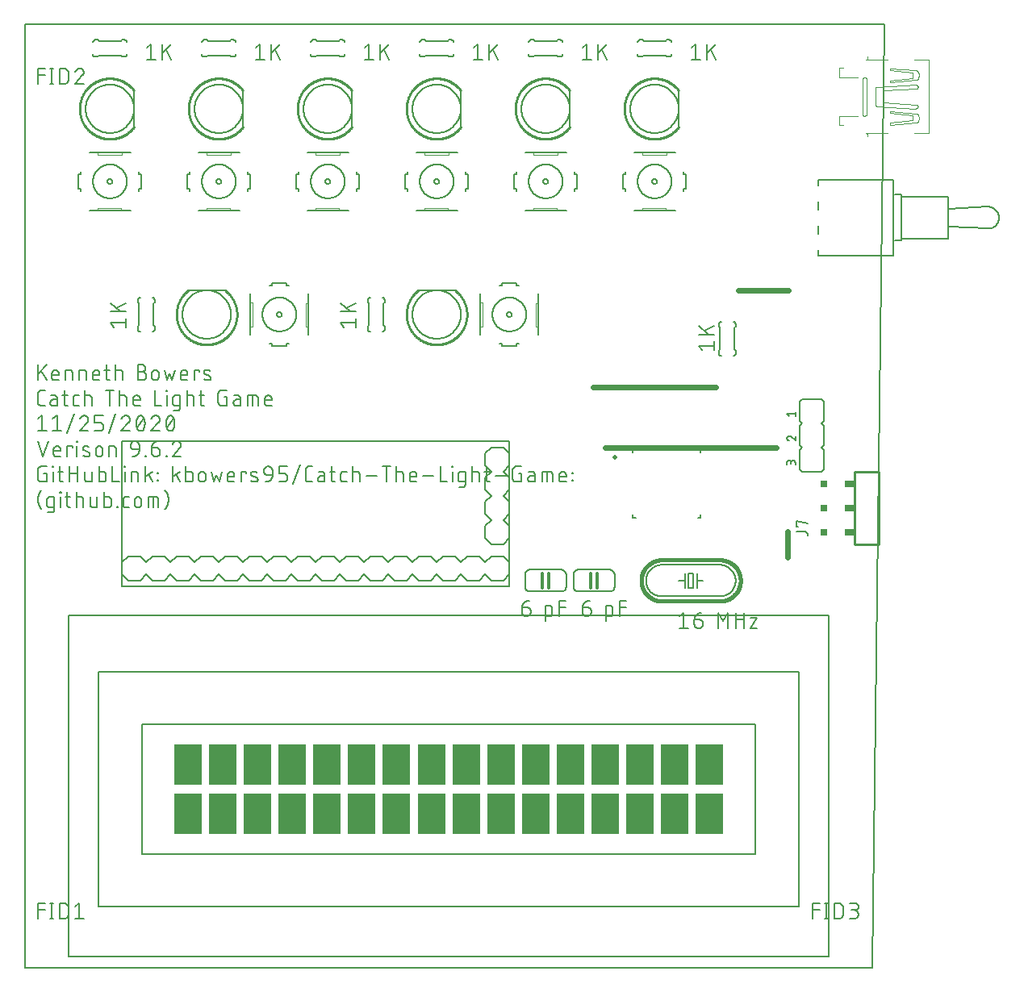
<source format=gto>
G04 EAGLE Gerber RS-274X export*
G75*
%MOMM*%
%FSLAX34Y34*%
%LPD*%
%INSilkscreen Top*%
%IPPOS*%
%AMOC8*
5,1,8,0,0,1.08239X$1,22.5*%
G01*
%ADD10C,0.152400*%
%ADD11C,0.203200*%
%ADD12R,2.950000X4.350000*%
%ADD13C,0.127000*%
%ADD14C,0.508000*%
%ADD15C,0.254000*%
%ADD16R,1.016000X0.762000*%
%ADD17R,0.762000X0.762000*%
%ADD18C,0.101600*%
%ADD19C,0.304800*%
%ADD20C,0.406400*%
%ADD21C,0.609600*%
%ADD22C,0.050800*%


D10*
X0Y990600D02*
X0Y0D01*
X889000Y0D01*
X901700Y990600D01*
X0Y990600D01*
X13462Y632968D02*
X13462Y616712D01*
X13462Y623034D02*
X22493Y632968D01*
X17074Y626646D02*
X22493Y616712D01*
X30932Y616712D02*
X35447Y616712D01*
X30932Y616712D02*
X30831Y616714D01*
X30730Y616720D01*
X30629Y616729D01*
X30528Y616742D01*
X30428Y616759D01*
X30329Y616780D01*
X30231Y616804D01*
X30134Y616832D01*
X30037Y616864D01*
X29942Y616899D01*
X29849Y616938D01*
X29757Y616980D01*
X29666Y617026D01*
X29578Y617075D01*
X29491Y617127D01*
X29406Y617183D01*
X29323Y617241D01*
X29243Y617303D01*
X29165Y617368D01*
X29089Y617435D01*
X29016Y617505D01*
X28946Y617578D01*
X28879Y617654D01*
X28814Y617732D01*
X28752Y617812D01*
X28694Y617895D01*
X28638Y617980D01*
X28586Y618067D01*
X28537Y618155D01*
X28491Y618246D01*
X28449Y618338D01*
X28410Y618431D01*
X28375Y618526D01*
X28343Y618623D01*
X28315Y618720D01*
X28291Y618818D01*
X28270Y618917D01*
X28253Y619017D01*
X28240Y619118D01*
X28231Y619219D01*
X28225Y619320D01*
X28223Y619421D01*
X28222Y619421D02*
X28222Y623937D01*
X28223Y623937D02*
X28225Y624056D01*
X28231Y624176D01*
X28241Y624295D01*
X28255Y624413D01*
X28272Y624532D01*
X28294Y624649D01*
X28319Y624766D01*
X28349Y624881D01*
X28382Y624996D01*
X28419Y625110D01*
X28459Y625222D01*
X28504Y625333D01*
X28552Y625442D01*
X28603Y625550D01*
X28658Y625656D01*
X28717Y625760D01*
X28779Y625862D01*
X28844Y625962D01*
X28913Y626060D01*
X28985Y626156D01*
X29060Y626249D01*
X29137Y626339D01*
X29218Y626427D01*
X29302Y626512D01*
X29389Y626594D01*
X29478Y626674D01*
X29570Y626750D01*
X29664Y626824D01*
X29761Y626894D01*
X29859Y626961D01*
X29960Y627025D01*
X30064Y627085D01*
X30169Y627142D01*
X30276Y627195D01*
X30384Y627245D01*
X30494Y627291D01*
X30606Y627333D01*
X30719Y627372D01*
X30833Y627407D01*
X30948Y627438D01*
X31065Y627466D01*
X31182Y627489D01*
X31299Y627509D01*
X31418Y627525D01*
X31537Y627537D01*
X31656Y627545D01*
X31775Y627549D01*
X31895Y627549D01*
X32014Y627545D01*
X32133Y627537D01*
X32252Y627525D01*
X32371Y627509D01*
X32488Y627489D01*
X32605Y627466D01*
X32722Y627438D01*
X32837Y627407D01*
X32951Y627372D01*
X33064Y627333D01*
X33176Y627291D01*
X33286Y627245D01*
X33394Y627195D01*
X33501Y627142D01*
X33606Y627085D01*
X33710Y627025D01*
X33811Y626961D01*
X33909Y626894D01*
X34006Y626824D01*
X34100Y626750D01*
X34192Y626674D01*
X34281Y626594D01*
X34368Y626512D01*
X34452Y626427D01*
X34533Y626339D01*
X34610Y626249D01*
X34685Y626156D01*
X34757Y626060D01*
X34826Y625962D01*
X34891Y625862D01*
X34953Y625760D01*
X35012Y625656D01*
X35067Y625550D01*
X35118Y625442D01*
X35166Y625333D01*
X35211Y625222D01*
X35251Y625110D01*
X35288Y624996D01*
X35321Y624881D01*
X35351Y624766D01*
X35376Y624649D01*
X35398Y624532D01*
X35415Y624413D01*
X35429Y624295D01*
X35439Y624176D01*
X35445Y624056D01*
X35447Y623937D01*
X35447Y622131D01*
X28222Y622131D01*
X42290Y616712D02*
X42290Y627549D01*
X46806Y627549D01*
X46910Y627547D01*
X47013Y627541D01*
X47117Y627531D01*
X47220Y627517D01*
X47322Y627499D01*
X47423Y627478D01*
X47524Y627452D01*
X47623Y627423D01*
X47722Y627390D01*
X47819Y627353D01*
X47914Y627312D01*
X48008Y627268D01*
X48100Y627220D01*
X48190Y627169D01*
X48279Y627114D01*
X48365Y627056D01*
X48448Y626994D01*
X48530Y626930D01*
X48608Y626862D01*
X48684Y626792D01*
X48758Y626719D01*
X48828Y626642D01*
X48896Y626564D01*
X48960Y626482D01*
X49022Y626399D01*
X49080Y626313D01*
X49135Y626224D01*
X49186Y626134D01*
X49234Y626042D01*
X49278Y625948D01*
X49319Y625853D01*
X49356Y625756D01*
X49389Y625657D01*
X49418Y625558D01*
X49444Y625457D01*
X49465Y625356D01*
X49483Y625254D01*
X49497Y625151D01*
X49507Y625047D01*
X49513Y624944D01*
X49515Y624840D01*
X49515Y616712D01*
X56879Y616712D02*
X56879Y627549D01*
X61395Y627549D01*
X61499Y627547D01*
X61602Y627541D01*
X61706Y627531D01*
X61809Y627517D01*
X61911Y627499D01*
X62012Y627478D01*
X62113Y627452D01*
X62212Y627423D01*
X62311Y627390D01*
X62408Y627353D01*
X62503Y627312D01*
X62597Y627268D01*
X62689Y627220D01*
X62779Y627169D01*
X62868Y627114D01*
X62954Y627056D01*
X63037Y626994D01*
X63119Y626930D01*
X63197Y626862D01*
X63273Y626792D01*
X63347Y626719D01*
X63417Y626642D01*
X63485Y626564D01*
X63549Y626482D01*
X63611Y626399D01*
X63669Y626313D01*
X63724Y626224D01*
X63775Y626134D01*
X63823Y626042D01*
X63867Y625948D01*
X63908Y625853D01*
X63945Y625756D01*
X63978Y625657D01*
X64007Y625558D01*
X64033Y625457D01*
X64054Y625356D01*
X64072Y625254D01*
X64086Y625151D01*
X64096Y625047D01*
X64102Y624944D01*
X64104Y624840D01*
X64104Y616712D01*
X73657Y616712D02*
X78172Y616712D01*
X73657Y616712D02*
X73556Y616714D01*
X73455Y616720D01*
X73354Y616729D01*
X73253Y616742D01*
X73153Y616759D01*
X73054Y616780D01*
X72956Y616804D01*
X72859Y616832D01*
X72762Y616864D01*
X72667Y616899D01*
X72574Y616938D01*
X72482Y616980D01*
X72391Y617026D01*
X72303Y617075D01*
X72216Y617127D01*
X72131Y617183D01*
X72048Y617241D01*
X71968Y617303D01*
X71890Y617368D01*
X71814Y617435D01*
X71741Y617505D01*
X71671Y617578D01*
X71604Y617654D01*
X71539Y617732D01*
X71477Y617812D01*
X71419Y617895D01*
X71363Y617980D01*
X71311Y618067D01*
X71262Y618155D01*
X71216Y618246D01*
X71174Y618338D01*
X71135Y618431D01*
X71100Y618526D01*
X71068Y618623D01*
X71040Y618720D01*
X71016Y618818D01*
X70995Y618917D01*
X70978Y619017D01*
X70965Y619118D01*
X70956Y619219D01*
X70950Y619320D01*
X70948Y619421D01*
X70948Y623937D01*
X70950Y624056D01*
X70956Y624176D01*
X70966Y624295D01*
X70980Y624413D01*
X70997Y624532D01*
X71019Y624649D01*
X71044Y624766D01*
X71074Y624881D01*
X71107Y624996D01*
X71144Y625110D01*
X71184Y625222D01*
X71229Y625333D01*
X71277Y625442D01*
X71328Y625550D01*
X71383Y625656D01*
X71442Y625760D01*
X71504Y625862D01*
X71569Y625962D01*
X71638Y626060D01*
X71710Y626156D01*
X71785Y626249D01*
X71862Y626339D01*
X71943Y626427D01*
X72027Y626512D01*
X72114Y626594D01*
X72203Y626674D01*
X72295Y626750D01*
X72389Y626824D01*
X72486Y626894D01*
X72584Y626961D01*
X72685Y627025D01*
X72789Y627085D01*
X72894Y627142D01*
X73001Y627195D01*
X73109Y627245D01*
X73219Y627291D01*
X73331Y627333D01*
X73444Y627372D01*
X73558Y627407D01*
X73673Y627438D01*
X73790Y627466D01*
X73907Y627489D01*
X74024Y627509D01*
X74143Y627525D01*
X74262Y627537D01*
X74381Y627545D01*
X74500Y627549D01*
X74620Y627549D01*
X74739Y627545D01*
X74858Y627537D01*
X74977Y627525D01*
X75096Y627509D01*
X75213Y627489D01*
X75330Y627466D01*
X75447Y627438D01*
X75562Y627407D01*
X75676Y627372D01*
X75789Y627333D01*
X75901Y627291D01*
X76011Y627245D01*
X76119Y627195D01*
X76226Y627142D01*
X76331Y627085D01*
X76435Y627025D01*
X76536Y626961D01*
X76634Y626894D01*
X76731Y626824D01*
X76825Y626750D01*
X76917Y626674D01*
X77006Y626594D01*
X77093Y626512D01*
X77177Y626427D01*
X77258Y626339D01*
X77335Y626249D01*
X77410Y626156D01*
X77482Y626060D01*
X77551Y625962D01*
X77616Y625862D01*
X77678Y625760D01*
X77737Y625656D01*
X77792Y625550D01*
X77843Y625442D01*
X77891Y625333D01*
X77936Y625222D01*
X77976Y625110D01*
X78013Y624996D01*
X78046Y624881D01*
X78076Y624766D01*
X78101Y624649D01*
X78123Y624532D01*
X78140Y624413D01*
X78154Y624295D01*
X78164Y624176D01*
X78170Y624056D01*
X78172Y623937D01*
X78172Y622131D01*
X70948Y622131D01*
X83197Y627549D02*
X88616Y627549D01*
X85004Y632968D02*
X85004Y619421D01*
X85006Y619320D01*
X85012Y619219D01*
X85021Y619118D01*
X85034Y619017D01*
X85051Y618917D01*
X85072Y618818D01*
X85096Y618720D01*
X85124Y618623D01*
X85156Y618526D01*
X85191Y618431D01*
X85230Y618338D01*
X85272Y618246D01*
X85318Y618155D01*
X85367Y618067D01*
X85419Y617980D01*
X85475Y617895D01*
X85533Y617812D01*
X85595Y617732D01*
X85660Y617654D01*
X85727Y617578D01*
X85797Y617505D01*
X85870Y617435D01*
X85946Y617368D01*
X86024Y617303D01*
X86104Y617241D01*
X86187Y617183D01*
X86272Y617127D01*
X86359Y617075D01*
X86447Y617026D01*
X86538Y616980D01*
X86630Y616938D01*
X86723Y616899D01*
X86818Y616864D01*
X86915Y616832D01*
X87012Y616804D01*
X87110Y616780D01*
X87209Y616759D01*
X87309Y616742D01*
X87410Y616729D01*
X87511Y616720D01*
X87612Y616714D01*
X87713Y616712D01*
X88616Y616712D01*
X94915Y616712D02*
X94915Y632968D01*
X94915Y627549D02*
X99431Y627549D01*
X99535Y627547D01*
X99638Y627541D01*
X99742Y627531D01*
X99845Y627517D01*
X99947Y627499D01*
X100048Y627478D01*
X100149Y627452D01*
X100248Y627423D01*
X100347Y627390D01*
X100444Y627353D01*
X100539Y627312D01*
X100633Y627268D01*
X100725Y627220D01*
X100815Y627169D01*
X100904Y627114D01*
X100990Y627056D01*
X101073Y626994D01*
X101155Y626930D01*
X101233Y626862D01*
X101309Y626792D01*
X101383Y626719D01*
X101453Y626642D01*
X101521Y626564D01*
X101585Y626482D01*
X101647Y626399D01*
X101705Y626313D01*
X101760Y626224D01*
X101811Y626134D01*
X101859Y626042D01*
X101903Y625948D01*
X101944Y625853D01*
X101981Y625756D01*
X102014Y625657D01*
X102043Y625558D01*
X102069Y625457D01*
X102090Y625356D01*
X102108Y625254D01*
X102122Y625151D01*
X102132Y625047D01*
X102138Y624944D01*
X102140Y624840D01*
X102140Y616712D01*
X118191Y625743D02*
X122707Y625743D01*
X122707Y625744D02*
X122840Y625742D01*
X122972Y625736D01*
X123104Y625726D01*
X123236Y625713D01*
X123368Y625695D01*
X123498Y625674D01*
X123629Y625649D01*
X123758Y625620D01*
X123886Y625587D01*
X124014Y625551D01*
X124140Y625511D01*
X124265Y625467D01*
X124389Y625419D01*
X124511Y625368D01*
X124632Y625313D01*
X124751Y625255D01*
X124869Y625193D01*
X124984Y625128D01*
X125098Y625059D01*
X125209Y624988D01*
X125318Y624912D01*
X125425Y624834D01*
X125530Y624753D01*
X125632Y624668D01*
X125732Y624581D01*
X125829Y624491D01*
X125924Y624398D01*
X126015Y624302D01*
X126104Y624204D01*
X126190Y624103D01*
X126273Y623999D01*
X126353Y623893D01*
X126429Y623785D01*
X126503Y623675D01*
X126573Y623562D01*
X126640Y623448D01*
X126703Y623331D01*
X126763Y623213D01*
X126820Y623093D01*
X126873Y622971D01*
X126922Y622848D01*
X126968Y622724D01*
X127010Y622598D01*
X127048Y622471D01*
X127083Y622343D01*
X127114Y622214D01*
X127141Y622085D01*
X127164Y621954D01*
X127184Y621823D01*
X127199Y621691D01*
X127211Y621559D01*
X127219Y621427D01*
X127223Y621294D01*
X127223Y621162D01*
X127219Y621029D01*
X127211Y620897D01*
X127199Y620765D01*
X127184Y620633D01*
X127164Y620502D01*
X127141Y620371D01*
X127114Y620242D01*
X127083Y620113D01*
X127048Y619985D01*
X127010Y619858D01*
X126968Y619732D01*
X126922Y619608D01*
X126873Y619485D01*
X126820Y619363D01*
X126763Y619243D01*
X126703Y619125D01*
X126640Y619008D01*
X126573Y618894D01*
X126503Y618781D01*
X126429Y618671D01*
X126353Y618563D01*
X126273Y618457D01*
X126190Y618353D01*
X126104Y618252D01*
X126015Y618154D01*
X125924Y618058D01*
X125829Y617965D01*
X125732Y617875D01*
X125632Y617788D01*
X125530Y617703D01*
X125425Y617622D01*
X125318Y617544D01*
X125209Y617468D01*
X125098Y617397D01*
X124984Y617328D01*
X124869Y617263D01*
X124751Y617201D01*
X124632Y617143D01*
X124511Y617088D01*
X124389Y617037D01*
X124265Y616989D01*
X124140Y616945D01*
X124014Y616905D01*
X123886Y616869D01*
X123758Y616836D01*
X123629Y616807D01*
X123498Y616782D01*
X123368Y616761D01*
X123236Y616743D01*
X123104Y616730D01*
X122972Y616720D01*
X122840Y616714D01*
X122707Y616712D01*
X118191Y616712D01*
X118191Y632968D01*
X122707Y632968D01*
X122826Y632966D01*
X122946Y632960D01*
X123065Y632950D01*
X123183Y632936D01*
X123302Y632919D01*
X123419Y632897D01*
X123536Y632872D01*
X123651Y632842D01*
X123766Y632809D01*
X123880Y632772D01*
X123992Y632732D01*
X124103Y632687D01*
X124212Y632639D01*
X124320Y632588D01*
X124426Y632533D01*
X124530Y632474D01*
X124632Y632412D01*
X124732Y632347D01*
X124830Y632278D01*
X124926Y632206D01*
X125019Y632131D01*
X125109Y632054D01*
X125197Y631973D01*
X125282Y631889D01*
X125364Y631802D01*
X125444Y631713D01*
X125520Y631621D01*
X125594Y631527D01*
X125664Y631430D01*
X125731Y631332D01*
X125795Y631231D01*
X125855Y631127D01*
X125912Y631022D01*
X125965Y630915D01*
X126015Y630807D01*
X126061Y630697D01*
X126103Y630585D01*
X126142Y630472D01*
X126177Y630358D01*
X126208Y630243D01*
X126236Y630126D01*
X126259Y630009D01*
X126279Y629892D01*
X126295Y629773D01*
X126307Y629654D01*
X126315Y629535D01*
X126319Y629416D01*
X126319Y629296D01*
X126315Y629177D01*
X126307Y629058D01*
X126295Y628939D01*
X126279Y628820D01*
X126259Y628703D01*
X126236Y628586D01*
X126208Y628469D01*
X126177Y628354D01*
X126142Y628240D01*
X126103Y628127D01*
X126061Y628015D01*
X126015Y627905D01*
X125965Y627797D01*
X125912Y627690D01*
X125855Y627585D01*
X125795Y627481D01*
X125731Y627380D01*
X125664Y627282D01*
X125594Y627185D01*
X125520Y627091D01*
X125444Y626999D01*
X125364Y626910D01*
X125282Y626823D01*
X125197Y626739D01*
X125109Y626658D01*
X125019Y626581D01*
X124926Y626506D01*
X124830Y626434D01*
X124732Y626365D01*
X124632Y626300D01*
X124530Y626238D01*
X124426Y626179D01*
X124320Y626124D01*
X124212Y626073D01*
X124103Y626025D01*
X123992Y625980D01*
X123880Y625940D01*
X123766Y625903D01*
X123651Y625870D01*
X123536Y625840D01*
X123419Y625815D01*
X123302Y625793D01*
X123183Y625776D01*
X123065Y625762D01*
X122946Y625752D01*
X122826Y625746D01*
X122707Y625744D01*
X132951Y623937D02*
X132951Y620324D01*
X132952Y623937D02*
X132954Y624056D01*
X132960Y624176D01*
X132970Y624295D01*
X132984Y624413D01*
X133001Y624532D01*
X133023Y624649D01*
X133048Y624766D01*
X133078Y624881D01*
X133111Y624996D01*
X133148Y625110D01*
X133188Y625222D01*
X133233Y625333D01*
X133281Y625442D01*
X133332Y625550D01*
X133387Y625656D01*
X133446Y625760D01*
X133508Y625862D01*
X133573Y625962D01*
X133642Y626060D01*
X133714Y626156D01*
X133789Y626249D01*
X133866Y626339D01*
X133947Y626427D01*
X134031Y626512D01*
X134118Y626594D01*
X134207Y626674D01*
X134299Y626750D01*
X134393Y626824D01*
X134490Y626894D01*
X134588Y626961D01*
X134689Y627025D01*
X134793Y627085D01*
X134898Y627142D01*
X135005Y627195D01*
X135113Y627245D01*
X135223Y627291D01*
X135335Y627333D01*
X135448Y627372D01*
X135562Y627407D01*
X135677Y627438D01*
X135794Y627466D01*
X135911Y627489D01*
X136028Y627509D01*
X136147Y627525D01*
X136266Y627537D01*
X136385Y627545D01*
X136504Y627549D01*
X136624Y627549D01*
X136743Y627545D01*
X136862Y627537D01*
X136981Y627525D01*
X137100Y627509D01*
X137217Y627489D01*
X137334Y627466D01*
X137451Y627438D01*
X137566Y627407D01*
X137680Y627372D01*
X137793Y627333D01*
X137905Y627291D01*
X138015Y627245D01*
X138123Y627195D01*
X138230Y627142D01*
X138335Y627085D01*
X138439Y627025D01*
X138540Y626961D01*
X138638Y626894D01*
X138735Y626824D01*
X138829Y626750D01*
X138921Y626674D01*
X139010Y626594D01*
X139097Y626512D01*
X139181Y626427D01*
X139262Y626339D01*
X139339Y626249D01*
X139414Y626156D01*
X139486Y626060D01*
X139555Y625962D01*
X139620Y625862D01*
X139682Y625760D01*
X139741Y625656D01*
X139796Y625550D01*
X139847Y625442D01*
X139895Y625333D01*
X139940Y625222D01*
X139980Y625110D01*
X140017Y624996D01*
X140050Y624881D01*
X140080Y624766D01*
X140105Y624649D01*
X140127Y624532D01*
X140144Y624413D01*
X140158Y624295D01*
X140168Y624176D01*
X140174Y624056D01*
X140176Y623937D01*
X140176Y620324D01*
X140174Y620205D01*
X140168Y620085D01*
X140158Y619966D01*
X140144Y619848D01*
X140127Y619729D01*
X140105Y619612D01*
X140080Y619495D01*
X140050Y619380D01*
X140017Y619265D01*
X139980Y619151D01*
X139940Y619039D01*
X139895Y618928D01*
X139847Y618819D01*
X139796Y618711D01*
X139741Y618605D01*
X139682Y618501D01*
X139620Y618399D01*
X139555Y618299D01*
X139486Y618201D01*
X139414Y618105D01*
X139339Y618012D01*
X139262Y617922D01*
X139181Y617834D01*
X139097Y617749D01*
X139010Y617667D01*
X138921Y617587D01*
X138829Y617511D01*
X138735Y617437D01*
X138638Y617367D01*
X138540Y617300D01*
X138439Y617236D01*
X138335Y617176D01*
X138230Y617119D01*
X138123Y617066D01*
X138015Y617016D01*
X137905Y616970D01*
X137793Y616928D01*
X137680Y616889D01*
X137566Y616854D01*
X137451Y616823D01*
X137334Y616795D01*
X137217Y616772D01*
X137100Y616752D01*
X136981Y616736D01*
X136862Y616724D01*
X136743Y616716D01*
X136624Y616712D01*
X136504Y616712D01*
X136385Y616716D01*
X136266Y616724D01*
X136147Y616736D01*
X136028Y616752D01*
X135911Y616772D01*
X135794Y616795D01*
X135677Y616823D01*
X135562Y616854D01*
X135448Y616889D01*
X135335Y616928D01*
X135223Y616970D01*
X135113Y617016D01*
X135005Y617066D01*
X134898Y617119D01*
X134793Y617176D01*
X134689Y617236D01*
X134588Y617300D01*
X134490Y617367D01*
X134393Y617437D01*
X134299Y617511D01*
X134207Y617587D01*
X134118Y617667D01*
X134031Y617749D01*
X133947Y617834D01*
X133866Y617922D01*
X133789Y618012D01*
X133714Y618105D01*
X133642Y618201D01*
X133573Y618299D01*
X133508Y618399D01*
X133446Y618501D01*
X133387Y618605D01*
X133332Y618711D01*
X133281Y618819D01*
X133233Y618928D01*
X133188Y619039D01*
X133148Y619151D01*
X133111Y619265D01*
X133078Y619380D01*
X133048Y619495D01*
X133023Y619612D01*
X133001Y619729D01*
X132984Y619848D01*
X132970Y619966D01*
X132960Y620085D01*
X132954Y620205D01*
X132952Y620324D01*
X146255Y627549D02*
X148965Y616712D01*
X151674Y623937D01*
X154383Y616712D01*
X157093Y627549D01*
X165881Y616712D02*
X170397Y616712D01*
X165881Y616712D02*
X165780Y616714D01*
X165679Y616720D01*
X165578Y616729D01*
X165477Y616742D01*
X165377Y616759D01*
X165278Y616780D01*
X165180Y616804D01*
X165083Y616832D01*
X164986Y616864D01*
X164891Y616899D01*
X164798Y616938D01*
X164706Y616980D01*
X164615Y617026D01*
X164527Y617075D01*
X164440Y617127D01*
X164355Y617183D01*
X164272Y617241D01*
X164192Y617303D01*
X164114Y617368D01*
X164038Y617435D01*
X163965Y617505D01*
X163895Y617578D01*
X163828Y617654D01*
X163763Y617732D01*
X163701Y617812D01*
X163643Y617895D01*
X163587Y617980D01*
X163535Y618067D01*
X163486Y618155D01*
X163440Y618246D01*
X163398Y618338D01*
X163359Y618431D01*
X163324Y618526D01*
X163292Y618623D01*
X163264Y618720D01*
X163240Y618818D01*
X163219Y618917D01*
X163202Y619017D01*
X163189Y619118D01*
X163180Y619219D01*
X163174Y619320D01*
X163172Y619421D01*
X163172Y623937D01*
X163174Y624056D01*
X163180Y624176D01*
X163190Y624295D01*
X163204Y624413D01*
X163221Y624532D01*
X163243Y624649D01*
X163268Y624766D01*
X163298Y624881D01*
X163331Y624996D01*
X163368Y625110D01*
X163408Y625222D01*
X163453Y625333D01*
X163501Y625442D01*
X163552Y625550D01*
X163607Y625656D01*
X163666Y625760D01*
X163728Y625862D01*
X163793Y625962D01*
X163862Y626060D01*
X163934Y626156D01*
X164009Y626249D01*
X164086Y626339D01*
X164167Y626427D01*
X164251Y626512D01*
X164338Y626594D01*
X164427Y626674D01*
X164519Y626750D01*
X164613Y626824D01*
X164710Y626894D01*
X164808Y626961D01*
X164909Y627025D01*
X165013Y627085D01*
X165118Y627142D01*
X165225Y627195D01*
X165333Y627245D01*
X165443Y627291D01*
X165555Y627333D01*
X165668Y627372D01*
X165782Y627407D01*
X165897Y627438D01*
X166014Y627466D01*
X166131Y627489D01*
X166248Y627509D01*
X166367Y627525D01*
X166486Y627537D01*
X166605Y627545D01*
X166724Y627549D01*
X166844Y627549D01*
X166963Y627545D01*
X167082Y627537D01*
X167201Y627525D01*
X167320Y627509D01*
X167437Y627489D01*
X167554Y627466D01*
X167671Y627438D01*
X167786Y627407D01*
X167900Y627372D01*
X168013Y627333D01*
X168125Y627291D01*
X168235Y627245D01*
X168343Y627195D01*
X168450Y627142D01*
X168555Y627085D01*
X168659Y627025D01*
X168760Y626961D01*
X168858Y626894D01*
X168955Y626824D01*
X169049Y626750D01*
X169141Y626674D01*
X169230Y626594D01*
X169317Y626512D01*
X169401Y626427D01*
X169482Y626339D01*
X169559Y626249D01*
X169634Y626156D01*
X169706Y626060D01*
X169775Y625962D01*
X169840Y625862D01*
X169902Y625760D01*
X169961Y625656D01*
X170016Y625550D01*
X170067Y625442D01*
X170115Y625333D01*
X170160Y625222D01*
X170200Y625110D01*
X170237Y624996D01*
X170270Y624881D01*
X170300Y624766D01*
X170325Y624649D01*
X170347Y624532D01*
X170364Y624413D01*
X170378Y624295D01*
X170388Y624176D01*
X170394Y624056D01*
X170396Y623937D01*
X170397Y623937D02*
X170397Y622131D01*
X163172Y622131D01*
X177325Y616712D02*
X177325Y627549D01*
X182743Y627549D01*
X182743Y625743D01*
X189015Y623034D02*
X193531Y621228D01*
X189015Y623034D02*
X188927Y623071D01*
X188841Y623112D01*
X188756Y623156D01*
X188673Y623204D01*
X188593Y623255D01*
X188514Y623309D01*
X188438Y623367D01*
X188364Y623427D01*
X188292Y623491D01*
X188224Y623557D01*
X188158Y623627D01*
X188095Y623698D01*
X188034Y623773D01*
X187977Y623849D01*
X187924Y623928D01*
X187873Y624009D01*
X187826Y624092D01*
X187782Y624177D01*
X187742Y624264D01*
X187705Y624352D01*
X187672Y624442D01*
X187642Y624533D01*
X187617Y624625D01*
X187595Y624718D01*
X187577Y624812D01*
X187562Y624906D01*
X187552Y625001D01*
X187546Y625097D01*
X187543Y625192D01*
X187544Y625288D01*
X187550Y625383D01*
X187559Y625479D01*
X187572Y625573D01*
X187588Y625667D01*
X187609Y625761D01*
X187634Y625853D01*
X187662Y625944D01*
X187694Y626034D01*
X187729Y626123D01*
X187768Y626210D01*
X187811Y626296D01*
X187857Y626380D01*
X187907Y626461D01*
X187959Y626541D01*
X188015Y626619D01*
X188075Y626694D01*
X188137Y626766D01*
X188202Y626836D01*
X188270Y626904D01*
X188340Y626968D01*
X188413Y627030D01*
X188489Y627088D01*
X188567Y627144D01*
X188647Y627196D01*
X188729Y627245D01*
X188813Y627290D01*
X188899Y627332D01*
X188986Y627371D01*
X189075Y627406D01*
X189166Y627437D01*
X189257Y627464D01*
X189350Y627488D01*
X189443Y627508D01*
X189537Y627524D01*
X189632Y627536D01*
X189727Y627545D01*
X189823Y627549D01*
X189918Y627550D01*
X190165Y627543D01*
X190411Y627531D01*
X190657Y627513D01*
X190903Y627488D01*
X191147Y627458D01*
X191391Y627422D01*
X191634Y627381D01*
X191876Y627333D01*
X192117Y627279D01*
X192356Y627220D01*
X192594Y627155D01*
X192830Y627084D01*
X193065Y627008D01*
X193298Y626926D01*
X193528Y626838D01*
X193756Y626745D01*
X193983Y626647D01*
X193531Y621227D02*
X193619Y621190D01*
X193705Y621149D01*
X193790Y621105D01*
X193873Y621057D01*
X193953Y621006D01*
X194032Y620952D01*
X194108Y620894D01*
X194182Y620834D01*
X194254Y620770D01*
X194322Y620704D01*
X194388Y620634D01*
X194451Y620563D01*
X194512Y620488D01*
X194569Y620412D01*
X194622Y620333D01*
X194673Y620252D01*
X194720Y620169D01*
X194764Y620084D01*
X194804Y619997D01*
X194841Y619909D01*
X194874Y619819D01*
X194904Y619728D01*
X194929Y619636D01*
X194951Y619543D01*
X194969Y619449D01*
X194984Y619355D01*
X194994Y619260D01*
X195000Y619164D01*
X195003Y619069D01*
X195002Y618973D01*
X194996Y618878D01*
X194987Y618782D01*
X194974Y618688D01*
X194958Y618594D01*
X194937Y618500D01*
X194912Y618408D01*
X194884Y618317D01*
X194852Y618227D01*
X194817Y618138D01*
X194778Y618051D01*
X194735Y617965D01*
X194689Y617881D01*
X194639Y617800D01*
X194587Y617720D01*
X194531Y617642D01*
X194471Y617567D01*
X194409Y617495D01*
X194344Y617425D01*
X194276Y617357D01*
X194206Y617293D01*
X194133Y617231D01*
X194057Y617173D01*
X193979Y617117D01*
X193899Y617065D01*
X193817Y617016D01*
X193733Y616971D01*
X193647Y616929D01*
X193560Y616890D01*
X193471Y616855D01*
X193380Y616824D01*
X193289Y616797D01*
X193196Y616773D01*
X193103Y616753D01*
X193009Y616737D01*
X192914Y616725D01*
X192819Y616716D01*
X192723Y616712D01*
X192628Y616711D01*
X192627Y616712D02*
X192265Y616721D01*
X191903Y616739D01*
X191542Y616766D01*
X191182Y616801D01*
X190822Y616844D01*
X190463Y616896D01*
X190106Y616957D01*
X189751Y617026D01*
X189397Y617103D01*
X189045Y617189D01*
X188695Y617283D01*
X188347Y617386D01*
X188002Y617496D01*
X187660Y617615D01*
X20687Y590042D02*
X17074Y590042D01*
X16956Y590044D01*
X16838Y590050D01*
X16720Y590059D01*
X16603Y590073D01*
X16486Y590090D01*
X16369Y590111D01*
X16254Y590136D01*
X16139Y590165D01*
X16025Y590198D01*
X15913Y590234D01*
X15802Y590274D01*
X15692Y590317D01*
X15583Y590364D01*
X15476Y590414D01*
X15371Y590469D01*
X15268Y590526D01*
X15167Y590587D01*
X15067Y590651D01*
X14970Y590718D01*
X14875Y590788D01*
X14783Y590862D01*
X14692Y590938D01*
X14605Y591018D01*
X14520Y591100D01*
X14438Y591185D01*
X14358Y591272D01*
X14282Y591363D01*
X14208Y591455D01*
X14138Y591550D01*
X14071Y591647D01*
X14007Y591747D01*
X13946Y591848D01*
X13889Y591951D01*
X13834Y592056D01*
X13784Y592163D01*
X13737Y592272D01*
X13694Y592382D01*
X13654Y592493D01*
X13618Y592605D01*
X13585Y592719D01*
X13556Y592834D01*
X13531Y592949D01*
X13510Y593066D01*
X13493Y593183D01*
X13479Y593300D01*
X13470Y593418D01*
X13464Y593536D01*
X13462Y593654D01*
X13462Y602686D01*
X13464Y602804D01*
X13470Y602922D01*
X13479Y603040D01*
X13493Y603157D01*
X13510Y603274D01*
X13531Y603391D01*
X13556Y603506D01*
X13585Y603621D01*
X13618Y603735D01*
X13654Y603847D01*
X13694Y603958D01*
X13737Y604068D01*
X13784Y604177D01*
X13834Y604284D01*
X13888Y604389D01*
X13946Y604492D01*
X14007Y604593D01*
X14071Y604693D01*
X14138Y604790D01*
X14208Y604885D01*
X14282Y604977D01*
X14358Y605068D01*
X14438Y605155D01*
X14520Y605240D01*
X14605Y605322D01*
X14692Y605402D01*
X14783Y605478D01*
X14875Y605552D01*
X14970Y605622D01*
X15067Y605689D01*
X15167Y605753D01*
X15268Y605814D01*
X15371Y605871D01*
X15476Y605925D01*
X15583Y605976D01*
X15692Y606023D01*
X15802Y606066D01*
X15913Y606106D01*
X16025Y606142D01*
X16139Y606175D01*
X16254Y606204D01*
X16369Y606229D01*
X16486Y606250D01*
X16603Y606267D01*
X16720Y606281D01*
X16838Y606290D01*
X16956Y606296D01*
X17074Y606298D01*
X20687Y606298D01*
X29476Y596364D02*
X33540Y596364D01*
X29476Y596364D02*
X29364Y596362D01*
X29253Y596356D01*
X29142Y596346D01*
X29031Y596333D01*
X28921Y596315D01*
X28812Y596293D01*
X28703Y596268D01*
X28595Y596239D01*
X28489Y596206D01*
X28383Y596169D01*
X28279Y596129D01*
X28177Y596085D01*
X28076Y596037D01*
X27977Y595986D01*
X27879Y595931D01*
X27784Y595873D01*
X27691Y595812D01*
X27600Y595747D01*
X27511Y595679D01*
X27425Y595608D01*
X27342Y595535D01*
X27261Y595458D01*
X27182Y595378D01*
X27107Y595296D01*
X27035Y595211D01*
X26965Y595124D01*
X26899Y595034D01*
X26836Y594942D01*
X26776Y594847D01*
X26720Y594751D01*
X26667Y594653D01*
X26618Y594553D01*
X26572Y594451D01*
X26530Y594348D01*
X26491Y594243D01*
X26456Y594137D01*
X26425Y594030D01*
X26398Y593922D01*
X26374Y593813D01*
X26355Y593703D01*
X26339Y593593D01*
X26327Y593482D01*
X26319Y593370D01*
X26315Y593259D01*
X26315Y593147D01*
X26319Y593036D01*
X26327Y592924D01*
X26339Y592813D01*
X26355Y592703D01*
X26374Y592593D01*
X26398Y592484D01*
X26425Y592376D01*
X26456Y592269D01*
X26491Y592163D01*
X26530Y592058D01*
X26572Y591955D01*
X26618Y591853D01*
X26667Y591753D01*
X26720Y591655D01*
X26776Y591559D01*
X26836Y591464D01*
X26899Y591372D01*
X26965Y591282D01*
X27035Y591195D01*
X27107Y591110D01*
X27182Y591028D01*
X27261Y590948D01*
X27342Y590871D01*
X27425Y590798D01*
X27511Y590727D01*
X27600Y590659D01*
X27691Y590594D01*
X27784Y590533D01*
X27879Y590475D01*
X27977Y590420D01*
X28076Y590369D01*
X28177Y590321D01*
X28279Y590277D01*
X28383Y590237D01*
X28489Y590200D01*
X28595Y590167D01*
X28703Y590138D01*
X28812Y590113D01*
X28921Y590091D01*
X29031Y590073D01*
X29142Y590060D01*
X29253Y590050D01*
X29364Y590044D01*
X29476Y590042D01*
X33540Y590042D01*
X33540Y598170D01*
X33538Y598271D01*
X33532Y598372D01*
X33523Y598473D01*
X33510Y598574D01*
X33493Y598674D01*
X33472Y598773D01*
X33448Y598871D01*
X33420Y598968D01*
X33388Y599065D01*
X33353Y599160D01*
X33314Y599253D01*
X33272Y599345D01*
X33226Y599436D01*
X33177Y599525D01*
X33125Y599611D01*
X33069Y599696D01*
X33011Y599779D01*
X32949Y599859D01*
X32884Y599937D01*
X32817Y600013D01*
X32747Y600086D01*
X32674Y600156D01*
X32598Y600223D01*
X32520Y600288D01*
X32440Y600350D01*
X32357Y600408D01*
X32272Y600464D01*
X32186Y600516D01*
X32097Y600565D01*
X32006Y600611D01*
X31914Y600653D01*
X31821Y600692D01*
X31726Y600727D01*
X31629Y600759D01*
X31532Y600787D01*
X31434Y600811D01*
X31335Y600832D01*
X31235Y600849D01*
X31134Y600862D01*
X31033Y600871D01*
X30932Y600877D01*
X30831Y600879D01*
X27218Y600879D01*
X39159Y600879D02*
X44578Y600879D01*
X40966Y606298D02*
X40966Y592751D01*
X40968Y592650D01*
X40974Y592549D01*
X40983Y592448D01*
X40996Y592347D01*
X41013Y592247D01*
X41034Y592148D01*
X41058Y592050D01*
X41086Y591953D01*
X41118Y591856D01*
X41153Y591761D01*
X41192Y591668D01*
X41234Y591576D01*
X41280Y591485D01*
X41329Y591397D01*
X41381Y591310D01*
X41437Y591225D01*
X41495Y591142D01*
X41557Y591062D01*
X41622Y590984D01*
X41689Y590908D01*
X41759Y590835D01*
X41832Y590765D01*
X41908Y590698D01*
X41986Y590633D01*
X42066Y590571D01*
X42149Y590513D01*
X42234Y590457D01*
X42321Y590405D01*
X42409Y590356D01*
X42500Y590310D01*
X42592Y590268D01*
X42685Y590229D01*
X42780Y590194D01*
X42877Y590162D01*
X42974Y590134D01*
X43072Y590110D01*
X43171Y590089D01*
X43271Y590072D01*
X43372Y590059D01*
X43473Y590050D01*
X43574Y590044D01*
X43675Y590042D01*
X44578Y590042D01*
X53083Y590042D02*
X56696Y590042D01*
X53083Y590042D02*
X52982Y590044D01*
X52881Y590050D01*
X52780Y590059D01*
X52679Y590072D01*
X52579Y590089D01*
X52480Y590110D01*
X52382Y590134D01*
X52285Y590162D01*
X52188Y590194D01*
X52093Y590229D01*
X52000Y590268D01*
X51908Y590310D01*
X51817Y590356D01*
X51729Y590405D01*
X51642Y590457D01*
X51557Y590513D01*
X51474Y590571D01*
X51394Y590633D01*
X51316Y590698D01*
X51240Y590765D01*
X51167Y590835D01*
X51097Y590908D01*
X51030Y590984D01*
X50965Y591062D01*
X50903Y591142D01*
X50845Y591225D01*
X50789Y591310D01*
X50737Y591397D01*
X50688Y591485D01*
X50642Y591576D01*
X50600Y591668D01*
X50561Y591761D01*
X50526Y591856D01*
X50494Y591953D01*
X50466Y592050D01*
X50442Y592148D01*
X50421Y592247D01*
X50404Y592347D01*
X50391Y592448D01*
X50382Y592549D01*
X50376Y592650D01*
X50374Y592751D01*
X50374Y598170D01*
X50376Y598271D01*
X50382Y598372D01*
X50391Y598473D01*
X50404Y598574D01*
X50421Y598674D01*
X50442Y598773D01*
X50466Y598871D01*
X50494Y598968D01*
X50526Y599065D01*
X50561Y599160D01*
X50600Y599253D01*
X50642Y599345D01*
X50688Y599436D01*
X50737Y599525D01*
X50789Y599611D01*
X50845Y599696D01*
X50903Y599779D01*
X50965Y599859D01*
X51030Y599937D01*
X51097Y600013D01*
X51167Y600086D01*
X51240Y600156D01*
X51316Y600223D01*
X51394Y600288D01*
X51474Y600350D01*
X51557Y600408D01*
X51642Y600464D01*
X51729Y600516D01*
X51817Y600565D01*
X51908Y600611D01*
X52000Y600653D01*
X52093Y600692D01*
X52188Y600727D01*
X52285Y600759D01*
X52382Y600787D01*
X52480Y600811D01*
X52579Y600832D01*
X52679Y600849D01*
X52780Y600862D01*
X52881Y600871D01*
X52982Y600877D01*
X53083Y600879D01*
X56696Y600879D01*
X62861Y606298D02*
X62861Y590042D01*
X62861Y600879D02*
X67377Y600879D01*
X67481Y600877D01*
X67584Y600871D01*
X67688Y600861D01*
X67791Y600847D01*
X67893Y600829D01*
X67994Y600808D01*
X68095Y600782D01*
X68194Y600753D01*
X68293Y600720D01*
X68390Y600683D01*
X68485Y600642D01*
X68579Y600598D01*
X68671Y600550D01*
X68761Y600499D01*
X68850Y600444D01*
X68936Y600386D01*
X69019Y600324D01*
X69101Y600260D01*
X69179Y600192D01*
X69255Y600122D01*
X69329Y600049D01*
X69399Y599972D01*
X69467Y599894D01*
X69531Y599812D01*
X69593Y599729D01*
X69651Y599643D01*
X69706Y599554D01*
X69757Y599464D01*
X69805Y599372D01*
X69849Y599278D01*
X69890Y599183D01*
X69927Y599086D01*
X69960Y598987D01*
X69989Y598888D01*
X70015Y598787D01*
X70036Y598686D01*
X70054Y598584D01*
X70068Y598481D01*
X70078Y598377D01*
X70084Y598274D01*
X70086Y598170D01*
X70086Y590042D01*
X88879Y590042D02*
X88879Y606298D01*
X93394Y606298D02*
X84363Y606298D01*
X99334Y606298D02*
X99334Y590042D01*
X99334Y600879D02*
X103850Y600879D01*
X103954Y600877D01*
X104057Y600871D01*
X104161Y600861D01*
X104264Y600847D01*
X104366Y600829D01*
X104467Y600808D01*
X104568Y600782D01*
X104667Y600753D01*
X104766Y600720D01*
X104863Y600683D01*
X104958Y600642D01*
X105052Y600598D01*
X105144Y600550D01*
X105234Y600499D01*
X105323Y600444D01*
X105409Y600386D01*
X105492Y600324D01*
X105574Y600260D01*
X105652Y600192D01*
X105728Y600122D01*
X105802Y600049D01*
X105872Y599972D01*
X105940Y599894D01*
X106004Y599812D01*
X106066Y599729D01*
X106124Y599643D01*
X106179Y599554D01*
X106230Y599464D01*
X106278Y599372D01*
X106322Y599278D01*
X106363Y599183D01*
X106400Y599086D01*
X106433Y598987D01*
X106462Y598888D01*
X106488Y598787D01*
X106509Y598686D01*
X106527Y598584D01*
X106541Y598481D01*
X106551Y598377D01*
X106557Y598274D01*
X106559Y598170D01*
X106559Y590042D01*
X116112Y590042D02*
X120627Y590042D01*
X116112Y590042D02*
X116011Y590044D01*
X115910Y590050D01*
X115809Y590059D01*
X115708Y590072D01*
X115608Y590089D01*
X115509Y590110D01*
X115411Y590134D01*
X115314Y590162D01*
X115217Y590194D01*
X115122Y590229D01*
X115029Y590268D01*
X114937Y590310D01*
X114846Y590356D01*
X114758Y590405D01*
X114671Y590457D01*
X114586Y590513D01*
X114503Y590571D01*
X114423Y590633D01*
X114345Y590698D01*
X114269Y590765D01*
X114196Y590835D01*
X114126Y590908D01*
X114059Y590984D01*
X113994Y591062D01*
X113932Y591142D01*
X113874Y591225D01*
X113818Y591310D01*
X113766Y591397D01*
X113717Y591485D01*
X113671Y591576D01*
X113629Y591668D01*
X113590Y591761D01*
X113555Y591856D01*
X113523Y591953D01*
X113495Y592050D01*
X113471Y592148D01*
X113450Y592247D01*
X113433Y592347D01*
X113420Y592448D01*
X113411Y592549D01*
X113405Y592650D01*
X113403Y592751D01*
X113402Y592751D02*
X113402Y597267D01*
X113403Y597267D02*
X113405Y597386D01*
X113411Y597506D01*
X113421Y597625D01*
X113435Y597743D01*
X113452Y597862D01*
X113474Y597979D01*
X113499Y598096D01*
X113529Y598211D01*
X113562Y598326D01*
X113599Y598440D01*
X113639Y598552D01*
X113684Y598663D01*
X113732Y598772D01*
X113783Y598880D01*
X113838Y598986D01*
X113897Y599090D01*
X113959Y599192D01*
X114024Y599292D01*
X114093Y599390D01*
X114165Y599486D01*
X114240Y599579D01*
X114317Y599669D01*
X114398Y599757D01*
X114482Y599842D01*
X114569Y599924D01*
X114658Y600004D01*
X114750Y600080D01*
X114844Y600154D01*
X114941Y600224D01*
X115039Y600291D01*
X115140Y600355D01*
X115244Y600415D01*
X115349Y600472D01*
X115456Y600525D01*
X115564Y600575D01*
X115674Y600621D01*
X115786Y600663D01*
X115899Y600702D01*
X116013Y600737D01*
X116128Y600768D01*
X116245Y600796D01*
X116362Y600819D01*
X116479Y600839D01*
X116598Y600855D01*
X116717Y600867D01*
X116836Y600875D01*
X116955Y600879D01*
X117075Y600879D01*
X117194Y600875D01*
X117313Y600867D01*
X117432Y600855D01*
X117551Y600839D01*
X117668Y600819D01*
X117785Y600796D01*
X117902Y600768D01*
X118017Y600737D01*
X118131Y600702D01*
X118244Y600663D01*
X118356Y600621D01*
X118466Y600575D01*
X118574Y600525D01*
X118681Y600472D01*
X118786Y600415D01*
X118890Y600355D01*
X118991Y600291D01*
X119089Y600224D01*
X119186Y600154D01*
X119280Y600080D01*
X119372Y600004D01*
X119461Y599924D01*
X119548Y599842D01*
X119632Y599757D01*
X119713Y599669D01*
X119790Y599579D01*
X119865Y599486D01*
X119937Y599390D01*
X120006Y599292D01*
X120071Y599192D01*
X120133Y599090D01*
X120192Y598986D01*
X120247Y598880D01*
X120298Y598772D01*
X120346Y598663D01*
X120391Y598552D01*
X120431Y598440D01*
X120468Y598326D01*
X120501Y598211D01*
X120531Y598096D01*
X120556Y597979D01*
X120578Y597862D01*
X120595Y597743D01*
X120609Y597625D01*
X120619Y597506D01*
X120625Y597386D01*
X120627Y597267D01*
X120627Y595461D01*
X113402Y595461D01*
X135976Y590042D02*
X135976Y606298D01*
X135976Y590042D02*
X143201Y590042D01*
X148798Y590042D02*
X148798Y600879D01*
X148347Y605395D02*
X148347Y606298D01*
X149250Y606298D01*
X149250Y605395D01*
X148347Y605395D01*
X157722Y590042D02*
X162237Y590042D01*
X157722Y590042D02*
X157621Y590044D01*
X157520Y590050D01*
X157419Y590059D01*
X157318Y590072D01*
X157218Y590089D01*
X157119Y590110D01*
X157021Y590134D01*
X156924Y590162D01*
X156827Y590194D01*
X156732Y590229D01*
X156639Y590268D01*
X156547Y590310D01*
X156456Y590356D01*
X156368Y590405D01*
X156281Y590457D01*
X156196Y590513D01*
X156113Y590571D01*
X156033Y590633D01*
X155955Y590698D01*
X155879Y590765D01*
X155806Y590835D01*
X155736Y590908D01*
X155669Y590984D01*
X155604Y591062D01*
X155542Y591142D01*
X155484Y591225D01*
X155428Y591310D01*
X155376Y591397D01*
X155327Y591485D01*
X155281Y591576D01*
X155239Y591668D01*
X155200Y591761D01*
X155165Y591856D01*
X155133Y591953D01*
X155105Y592050D01*
X155081Y592148D01*
X155060Y592247D01*
X155043Y592347D01*
X155030Y592448D01*
X155021Y592549D01*
X155015Y592650D01*
X155013Y592751D01*
X155012Y592751D02*
X155012Y598170D01*
X155013Y598170D02*
X155015Y598271D01*
X155021Y598372D01*
X155030Y598473D01*
X155043Y598574D01*
X155060Y598674D01*
X155081Y598773D01*
X155105Y598871D01*
X155133Y598968D01*
X155165Y599065D01*
X155200Y599160D01*
X155239Y599253D01*
X155281Y599345D01*
X155327Y599436D01*
X155376Y599525D01*
X155428Y599611D01*
X155484Y599696D01*
X155542Y599779D01*
X155604Y599859D01*
X155669Y599937D01*
X155736Y600013D01*
X155806Y600086D01*
X155879Y600156D01*
X155955Y600223D01*
X156033Y600288D01*
X156113Y600350D01*
X156196Y600408D01*
X156281Y600464D01*
X156368Y600516D01*
X156456Y600565D01*
X156547Y600611D01*
X156639Y600653D01*
X156732Y600692D01*
X156827Y600727D01*
X156924Y600759D01*
X157021Y600787D01*
X157119Y600811D01*
X157218Y600832D01*
X157318Y600849D01*
X157419Y600862D01*
X157520Y600871D01*
X157621Y600877D01*
X157722Y600879D01*
X162237Y600879D01*
X162237Y587333D01*
X162235Y587229D01*
X162229Y587126D01*
X162219Y587022D01*
X162205Y586919D01*
X162187Y586817D01*
X162166Y586716D01*
X162140Y586615D01*
X162111Y586516D01*
X162078Y586417D01*
X162041Y586320D01*
X162000Y586225D01*
X161956Y586131D01*
X161908Y586039D01*
X161857Y585949D01*
X161802Y585860D01*
X161744Y585774D01*
X161682Y585691D01*
X161618Y585609D01*
X161550Y585531D01*
X161480Y585455D01*
X161407Y585381D01*
X161330Y585311D01*
X161252Y585243D01*
X161170Y585179D01*
X161087Y585117D01*
X161001Y585059D01*
X160912Y585004D01*
X160822Y584953D01*
X160730Y584905D01*
X160636Y584861D01*
X160541Y584820D01*
X160444Y584783D01*
X160345Y584750D01*
X160246Y584721D01*
X160145Y584695D01*
X160044Y584674D01*
X159942Y584656D01*
X159839Y584642D01*
X159735Y584632D01*
X159632Y584626D01*
X159528Y584624D01*
X159528Y584623D02*
X155915Y584623D01*
X169675Y590042D02*
X169675Y606298D01*
X169675Y600879D02*
X174190Y600879D01*
X174294Y600877D01*
X174397Y600871D01*
X174501Y600861D01*
X174604Y600847D01*
X174706Y600829D01*
X174807Y600808D01*
X174908Y600782D01*
X175007Y600753D01*
X175106Y600720D01*
X175203Y600683D01*
X175298Y600642D01*
X175392Y600598D01*
X175484Y600550D01*
X175574Y600499D01*
X175663Y600444D01*
X175749Y600386D01*
X175832Y600324D01*
X175914Y600260D01*
X175992Y600192D01*
X176068Y600122D01*
X176142Y600049D01*
X176212Y599972D01*
X176280Y599894D01*
X176344Y599812D01*
X176406Y599729D01*
X176464Y599643D01*
X176519Y599554D01*
X176570Y599464D01*
X176618Y599372D01*
X176662Y599278D01*
X176703Y599183D01*
X176740Y599086D01*
X176773Y598987D01*
X176802Y598888D01*
X176828Y598787D01*
X176849Y598686D01*
X176867Y598584D01*
X176881Y598481D01*
X176891Y598377D01*
X176897Y598274D01*
X176899Y598170D01*
X176900Y598170D02*
X176900Y590042D01*
X182445Y600879D02*
X187864Y600879D01*
X184252Y606298D02*
X184252Y592751D01*
X184254Y592650D01*
X184260Y592549D01*
X184269Y592448D01*
X184282Y592347D01*
X184299Y592247D01*
X184320Y592148D01*
X184344Y592050D01*
X184372Y591953D01*
X184404Y591856D01*
X184439Y591761D01*
X184478Y591668D01*
X184520Y591576D01*
X184566Y591485D01*
X184615Y591397D01*
X184667Y591310D01*
X184723Y591225D01*
X184781Y591142D01*
X184843Y591062D01*
X184908Y590984D01*
X184975Y590908D01*
X185045Y590835D01*
X185118Y590765D01*
X185194Y590698D01*
X185272Y590633D01*
X185352Y590571D01*
X185435Y590513D01*
X185520Y590457D01*
X185607Y590405D01*
X185695Y590356D01*
X185786Y590310D01*
X185878Y590268D01*
X185971Y590229D01*
X186066Y590194D01*
X186163Y590162D01*
X186260Y590134D01*
X186358Y590110D01*
X186457Y590089D01*
X186557Y590072D01*
X186658Y590059D01*
X186759Y590050D01*
X186860Y590044D01*
X186961Y590042D01*
X187864Y590042D01*
X208961Y599073D02*
X211670Y599073D01*
X211670Y590042D01*
X206252Y590042D01*
X206134Y590044D01*
X206016Y590050D01*
X205898Y590059D01*
X205781Y590073D01*
X205664Y590090D01*
X205547Y590111D01*
X205432Y590136D01*
X205317Y590165D01*
X205203Y590198D01*
X205091Y590234D01*
X204980Y590274D01*
X204870Y590317D01*
X204761Y590364D01*
X204654Y590414D01*
X204549Y590469D01*
X204446Y590526D01*
X204345Y590587D01*
X204245Y590651D01*
X204148Y590718D01*
X204053Y590788D01*
X203961Y590862D01*
X203870Y590938D01*
X203783Y591018D01*
X203698Y591100D01*
X203616Y591185D01*
X203536Y591272D01*
X203460Y591363D01*
X203386Y591455D01*
X203316Y591550D01*
X203249Y591647D01*
X203185Y591747D01*
X203124Y591848D01*
X203067Y591951D01*
X203012Y592056D01*
X202962Y592163D01*
X202915Y592272D01*
X202872Y592382D01*
X202832Y592493D01*
X202796Y592605D01*
X202763Y592719D01*
X202734Y592834D01*
X202709Y592949D01*
X202688Y593066D01*
X202671Y593183D01*
X202657Y593300D01*
X202648Y593418D01*
X202642Y593536D01*
X202640Y593654D01*
X202639Y593654D02*
X202639Y602686D01*
X202640Y602686D02*
X202642Y602804D01*
X202648Y602922D01*
X202657Y603040D01*
X202671Y603157D01*
X202688Y603274D01*
X202709Y603391D01*
X202734Y603506D01*
X202763Y603621D01*
X202796Y603735D01*
X202832Y603847D01*
X202872Y603958D01*
X202915Y604068D01*
X202962Y604177D01*
X203012Y604284D01*
X203066Y604389D01*
X203124Y604492D01*
X203185Y604593D01*
X203249Y604693D01*
X203316Y604790D01*
X203386Y604885D01*
X203460Y604977D01*
X203536Y605068D01*
X203616Y605155D01*
X203698Y605240D01*
X203783Y605322D01*
X203870Y605402D01*
X203961Y605478D01*
X204053Y605552D01*
X204148Y605622D01*
X204245Y605689D01*
X204345Y605753D01*
X204446Y605814D01*
X204549Y605871D01*
X204654Y605925D01*
X204761Y605976D01*
X204870Y606023D01*
X204980Y606066D01*
X205091Y606106D01*
X205203Y606142D01*
X205317Y606175D01*
X205432Y606204D01*
X205547Y606229D01*
X205664Y606250D01*
X205781Y606267D01*
X205898Y606281D01*
X206016Y606290D01*
X206134Y606296D01*
X206252Y606298D01*
X211670Y606298D01*
X221740Y596364D02*
X225804Y596364D01*
X221740Y596364D02*
X221628Y596362D01*
X221517Y596356D01*
X221406Y596346D01*
X221295Y596333D01*
X221185Y596315D01*
X221076Y596293D01*
X220967Y596268D01*
X220859Y596239D01*
X220753Y596206D01*
X220647Y596169D01*
X220543Y596129D01*
X220441Y596085D01*
X220340Y596037D01*
X220241Y595986D01*
X220143Y595931D01*
X220048Y595873D01*
X219955Y595812D01*
X219864Y595747D01*
X219775Y595679D01*
X219689Y595608D01*
X219606Y595535D01*
X219525Y595458D01*
X219446Y595378D01*
X219371Y595296D01*
X219299Y595211D01*
X219229Y595124D01*
X219163Y595034D01*
X219100Y594942D01*
X219040Y594847D01*
X218984Y594751D01*
X218931Y594653D01*
X218882Y594553D01*
X218836Y594451D01*
X218794Y594348D01*
X218755Y594243D01*
X218720Y594137D01*
X218689Y594030D01*
X218662Y593922D01*
X218638Y593813D01*
X218619Y593703D01*
X218603Y593593D01*
X218591Y593482D01*
X218583Y593370D01*
X218579Y593259D01*
X218579Y593147D01*
X218583Y593036D01*
X218591Y592924D01*
X218603Y592813D01*
X218619Y592703D01*
X218638Y592593D01*
X218662Y592484D01*
X218689Y592376D01*
X218720Y592269D01*
X218755Y592163D01*
X218794Y592058D01*
X218836Y591955D01*
X218882Y591853D01*
X218931Y591753D01*
X218984Y591655D01*
X219040Y591559D01*
X219100Y591464D01*
X219163Y591372D01*
X219229Y591282D01*
X219299Y591195D01*
X219371Y591110D01*
X219446Y591028D01*
X219525Y590948D01*
X219606Y590871D01*
X219689Y590798D01*
X219775Y590727D01*
X219864Y590659D01*
X219955Y590594D01*
X220048Y590533D01*
X220143Y590475D01*
X220241Y590420D01*
X220340Y590369D01*
X220441Y590321D01*
X220543Y590277D01*
X220647Y590237D01*
X220753Y590200D01*
X220859Y590167D01*
X220967Y590138D01*
X221076Y590113D01*
X221185Y590091D01*
X221295Y590073D01*
X221406Y590060D01*
X221517Y590050D01*
X221628Y590044D01*
X221740Y590042D01*
X225804Y590042D01*
X225804Y598170D01*
X225802Y598271D01*
X225796Y598372D01*
X225787Y598473D01*
X225774Y598574D01*
X225757Y598674D01*
X225736Y598773D01*
X225712Y598871D01*
X225684Y598968D01*
X225652Y599065D01*
X225617Y599160D01*
X225578Y599253D01*
X225536Y599345D01*
X225490Y599436D01*
X225441Y599525D01*
X225389Y599611D01*
X225333Y599696D01*
X225275Y599779D01*
X225213Y599859D01*
X225148Y599937D01*
X225081Y600013D01*
X225011Y600086D01*
X224938Y600156D01*
X224862Y600223D01*
X224784Y600288D01*
X224704Y600350D01*
X224621Y600408D01*
X224536Y600464D01*
X224450Y600516D01*
X224361Y600565D01*
X224270Y600611D01*
X224178Y600653D01*
X224085Y600692D01*
X223990Y600727D01*
X223893Y600759D01*
X223796Y600787D01*
X223698Y600811D01*
X223599Y600832D01*
X223499Y600849D01*
X223398Y600862D01*
X223297Y600871D01*
X223196Y600877D01*
X223095Y600879D01*
X219482Y600879D01*
X233520Y600879D02*
X233520Y590042D01*
X233520Y600879D02*
X241648Y600879D01*
X241749Y600877D01*
X241850Y600871D01*
X241951Y600862D01*
X242052Y600849D01*
X242152Y600832D01*
X242251Y600811D01*
X242349Y600787D01*
X242446Y600759D01*
X242543Y600727D01*
X242638Y600692D01*
X242731Y600653D01*
X242823Y600611D01*
X242914Y600565D01*
X243003Y600516D01*
X243089Y600464D01*
X243174Y600408D01*
X243257Y600350D01*
X243337Y600288D01*
X243415Y600223D01*
X243491Y600156D01*
X243564Y600086D01*
X243634Y600013D01*
X243701Y599937D01*
X243766Y599859D01*
X243828Y599779D01*
X243886Y599696D01*
X243942Y599611D01*
X243994Y599525D01*
X244043Y599436D01*
X244089Y599345D01*
X244131Y599253D01*
X244170Y599160D01*
X244205Y599065D01*
X244237Y598968D01*
X244265Y598871D01*
X244289Y598773D01*
X244310Y598674D01*
X244327Y598574D01*
X244340Y598473D01*
X244349Y598372D01*
X244355Y598271D01*
X244357Y598170D01*
X244357Y590042D01*
X238938Y590042D02*
X238938Y600879D01*
X254187Y590042D02*
X258703Y590042D01*
X254187Y590042D02*
X254086Y590044D01*
X253985Y590050D01*
X253884Y590059D01*
X253783Y590072D01*
X253683Y590089D01*
X253584Y590110D01*
X253486Y590134D01*
X253389Y590162D01*
X253292Y590194D01*
X253197Y590229D01*
X253104Y590268D01*
X253012Y590310D01*
X252921Y590356D01*
X252833Y590405D01*
X252746Y590457D01*
X252661Y590513D01*
X252578Y590571D01*
X252498Y590633D01*
X252420Y590698D01*
X252344Y590765D01*
X252271Y590835D01*
X252201Y590908D01*
X252134Y590984D01*
X252069Y591062D01*
X252007Y591142D01*
X251949Y591225D01*
X251893Y591310D01*
X251841Y591397D01*
X251792Y591485D01*
X251746Y591576D01*
X251704Y591668D01*
X251665Y591761D01*
X251630Y591856D01*
X251598Y591953D01*
X251570Y592050D01*
X251546Y592148D01*
X251525Y592247D01*
X251508Y592347D01*
X251495Y592448D01*
X251486Y592549D01*
X251480Y592650D01*
X251478Y592751D01*
X251478Y597267D01*
X251479Y597267D02*
X251481Y597386D01*
X251487Y597506D01*
X251497Y597625D01*
X251511Y597743D01*
X251528Y597862D01*
X251550Y597979D01*
X251575Y598096D01*
X251605Y598211D01*
X251638Y598326D01*
X251675Y598440D01*
X251715Y598552D01*
X251760Y598663D01*
X251808Y598772D01*
X251859Y598880D01*
X251914Y598986D01*
X251973Y599090D01*
X252035Y599192D01*
X252100Y599292D01*
X252169Y599390D01*
X252241Y599486D01*
X252316Y599579D01*
X252393Y599669D01*
X252474Y599757D01*
X252558Y599842D01*
X252645Y599924D01*
X252734Y600004D01*
X252826Y600080D01*
X252920Y600154D01*
X253017Y600224D01*
X253115Y600291D01*
X253216Y600355D01*
X253320Y600415D01*
X253425Y600472D01*
X253532Y600525D01*
X253640Y600575D01*
X253750Y600621D01*
X253862Y600663D01*
X253975Y600702D01*
X254089Y600737D01*
X254204Y600768D01*
X254321Y600796D01*
X254438Y600819D01*
X254555Y600839D01*
X254674Y600855D01*
X254793Y600867D01*
X254912Y600875D01*
X255031Y600879D01*
X255151Y600879D01*
X255270Y600875D01*
X255389Y600867D01*
X255508Y600855D01*
X255627Y600839D01*
X255744Y600819D01*
X255861Y600796D01*
X255978Y600768D01*
X256093Y600737D01*
X256207Y600702D01*
X256320Y600663D01*
X256432Y600621D01*
X256542Y600575D01*
X256650Y600525D01*
X256757Y600472D01*
X256862Y600415D01*
X256966Y600355D01*
X257067Y600291D01*
X257165Y600224D01*
X257262Y600154D01*
X257356Y600080D01*
X257448Y600004D01*
X257537Y599924D01*
X257624Y599842D01*
X257708Y599757D01*
X257789Y599669D01*
X257866Y599579D01*
X257941Y599486D01*
X258013Y599390D01*
X258082Y599292D01*
X258147Y599192D01*
X258209Y599090D01*
X258268Y598986D01*
X258323Y598880D01*
X258374Y598772D01*
X258422Y598663D01*
X258467Y598552D01*
X258507Y598440D01*
X258544Y598326D01*
X258577Y598211D01*
X258607Y598096D01*
X258632Y597979D01*
X258654Y597862D01*
X258671Y597743D01*
X258685Y597625D01*
X258695Y597506D01*
X258701Y597386D01*
X258703Y597267D01*
X258703Y595461D01*
X251478Y595461D01*
X17978Y579628D02*
X13462Y576016D01*
X17978Y579628D02*
X17978Y563372D01*
X22493Y563372D02*
X13462Y563372D01*
X29093Y576016D02*
X33609Y579628D01*
X33609Y563372D01*
X38124Y563372D02*
X29093Y563372D01*
X44064Y561566D02*
X51289Y581434D01*
X62196Y579628D02*
X62321Y579626D01*
X62446Y579620D01*
X62571Y579611D01*
X62695Y579597D01*
X62819Y579580D01*
X62943Y579559D01*
X63065Y579534D01*
X63187Y579505D01*
X63308Y579473D01*
X63428Y579437D01*
X63547Y579397D01*
X63664Y579354D01*
X63780Y579307D01*
X63895Y579256D01*
X64007Y579202D01*
X64119Y579144D01*
X64228Y579084D01*
X64335Y579019D01*
X64441Y578952D01*
X64544Y578881D01*
X64645Y578807D01*
X64744Y578730D01*
X64840Y578650D01*
X64934Y578567D01*
X65025Y578482D01*
X65114Y578393D01*
X65199Y578302D01*
X65282Y578208D01*
X65362Y578112D01*
X65439Y578013D01*
X65513Y577912D01*
X65584Y577809D01*
X65651Y577703D01*
X65716Y577596D01*
X65776Y577487D01*
X65834Y577375D01*
X65888Y577263D01*
X65939Y577148D01*
X65986Y577032D01*
X66029Y576915D01*
X66069Y576796D01*
X66105Y576676D01*
X66137Y576555D01*
X66166Y576433D01*
X66191Y576311D01*
X66212Y576187D01*
X66229Y576063D01*
X66243Y575939D01*
X66252Y575814D01*
X66258Y575689D01*
X66260Y575564D01*
X62196Y579628D02*
X62053Y579626D01*
X61911Y579620D01*
X61768Y579610D01*
X61626Y579597D01*
X61485Y579579D01*
X61343Y579558D01*
X61203Y579533D01*
X61063Y579504D01*
X60924Y579471D01*
X60786Y579434D01*
X60649Y579394D01*
X60514Y579350D01*
X60379Y579302D01*
X60246Y579250D01*
X60114Y579195D01*
X59984Y579136D01*
X59856Y579074D01*
X59729Y579008D01*
X59604Y578939D01*
X59481Y578867D01*
X59361Y578791D01*
X59242Y578712D01*
X59125Y578629D01*
X59011Y578544D01*
X58899Y578455D01*
X58790Y578364D01*
X58683Y578269D01*
X58578Y578172D01*
X58477Y578071D01*
X58378Y577968D01*
X58282Y577863D01*
X58189Y577754D01*
X58099Y577643D01*
X58012Y577530D01*
X57928Y577415D01*
X57848Y577297D01*
X57770Y577177D01*
X57696Y577055D01*
X57626Y576931D01*
X57558Y576805D01*
X57495Y576677D01*
X57434Y576548D01*
X57377Y576417D01*
X57324Y576285D01*
X57275Y576151D01*
X57229Y576016D01*
X64905Y572403D02*
X64999Y572495D01*
X65089Y572589D01*
X65177Y572686D01*
X65262Y572786D01*
X65344Y572888D01*
X65423Y572993D01*
X65498Y573100D01*
X65570Y573209D01*
X65639Y573320D01*
X65705Y573434D01*
X65767Y573549D01*
X65826Y573666D01*
X65881Y573785D01*
X65932Y573905D01*
X65980Y574027D01*
X66025Y574150D01*
X66065Y574274D01*
X66102Y574400D01*
X66135Y574527D01*
X66164Y574654D01*
X66190Y574783D01*
X66211Y574912D01*
X66229Y575042D01*
X66242Y575172D01*
X66252Y575302D01*
X66258Y575433D01*
X66260Y575564D01*
X64906Y572403D02*
X57229Y563372D01*
X66260Y563372D01*
X72861Y563372D02*
X78279Y563372D01*
X78397Y563374D01*
X78515Y563380D01*
X78633Y563389D01*
X78750Y563403D01*
X78867Y563420D01*
X78984Y563441D01*
X79099Y563466D01*
X79214Y563495D01*
X79328Y563528D01*
X79440Y563564D01*
X79551Y563604D01*
X79661Y563647D01*
X79770Y563694D01*
X79877Y563744D01*
X79982Y563799D01*
X80085Y563856D01*
X80186Y563917D01*
X80286Y563981D01*
X80383Y564048D01*
X80478Y564118D01*
X80570Y564192D01*
X80661Y564268D01*
X80748Y564348D01*
X80833Y564430D01*
X80915Y564515D01*
X80995Y564602D01*
X81071Y564693D01*
X81145Y564785D01*
X81215Y564880D01*
X81282Y564977D01*
X81346Y565077D01*
X81407Y565178D01*
X81464Y565281D01*
X81519Y565386D01*
X81569Y565493D01*
X81616Y565602D01*
X81659Y565712D01*
X81699Y565823D01*
X81735Y565935D01*
X81768Y566049D01*
X81797Y566164D01*
X81822Y566279D01*
X81843Y566396D01*
X81860Y566513D01*
X81874Y566630D01*
X81883Y566748D01*
X81889Y566866D01*
X81891Y566984D01*
X81892Y566984D02*
X81892Y568791D01*
X81891Y568791D02*
X81889Y568909D01*
X81883Y569027D01*
X81874Y569145D01*
X81860Y569262D01*
X81843Y569379D01*
X81822Y569496D01*
X81797Y569611D01*
X81768Y569726D01*
X81735Y569840D01*
X81699Y569952D01*
X81659Y570063D01*
X81616Y570173D01*
X81569Y570282D01*
X81519Y570389D01*
X81464Y570494D01*
X81407Y570597D01*
X81346Y570698D01*
X81282Y570798D01*
X81215Y570895D01*
X81145Y570990D01*
X81071Y571082D01*
X80995Y571173D01*
X80915Y571260D01*
X80833Y571345D01*
X80748Y571427D01*
X80661Y571507D01*
X80570Y571583D01*
X80478Y571657D01*
X80383Y571727D01*
X80286Y571794D01*
X80186Y571858D01*
X80085Y571919D01*
X79982Y571976D01*
X79877Y572031D01*
X79770Y572081D01*
X79661Y572128D01*
X79551Y572171D01*
X79440Y572211D01*
X79328Y572247D01*
X79214Y572280D01*
X79099Y572309D01*
X78984Y572334D01*
X78867Y572355D01*
X78750Y572372D01*
X78633Y572386D01*
X78515Y572395D01*
X78397Y572401D01*
X78279Y572403D01*
X72861Y572403D01*
X72861Y579628D01*
X81892Y579628D01*
X95057Y581434D02*
X87832Y561566D01*
X105964Y579628D02*
X106089Y579626D01*
X106214Y579620D01*
X106339Y579611D01*
X106463Y579597D01*
X106587Y579580D01*
X106711Y579559D01*
X106833Y579534D01*
X106955Y579505D01*
X107076Y579473D01*
X107196Y579437D01*
X107315Y579397D01*
X107432Y579354D01*
X107548Y579307D01*
X107663Y579256D01*
X107775Y579202D01*
X107887Y579144D01*
X107996Y579084D01*
X108103Y579019D01*
X108209Y578952D01*
X108312Y578881D01*
X108413Y578807D01*
X108512Y578730D01*
X108608Y578650D01*
X108702Y578567D01*
X108793Y578482D01*
X108882Y578393D01*
X108967Y578302D01*
X109050Y578208D01*
X109130Y578112D01*
X109207Y578013D01*
X109281Y577912D01*
X109352Y577809D01*
X109419Y577703D01*
X109484Y577596D01*
X109544Y577487D01*
X109602Y577375D01*
X109656Y577263D01*
X109707Y577148D01*
X109754Y577032D01*
X109797Y576915D01*
X109837Y576796D01*
X109873Y576676D01*
X109905Y576555D01*
X109934Y576433D01*
X109959Y576311D01*
X109980Y576187D01*
X109997Y576063D01*
X110011Y575939D01*
X110020Y575814D01*
X110026Y575689D01*
X110028Y575564D01*
X105964Y579628D02*
X105821Y579626D01*
X105679Y579620D01*
X105536Y579610D01*
X105394Y579597D01*
X105253Y579579D01*
X105111Y579558D01*
X104971Y579533D01*
X104831Y579504D01*
X104692Y579471D01*
X104554Y579434D01*
X104417Y579394D01*
X104282Y579350D01*
X104147Y579302D01*
X104014Y579250D01*
X103882Y579195D01*
X103752Y579136D01*
X103624Y579074D01*
X103497Y579008D01*
X103372Y578939D01*
X103249Y578867D01*
X103129Y578791D01*
X103010Y578712D01*
X102893Y578629D01*
X102779Y578544D01*
X102667Y578455D01*
X102558Y578364D01*
X102451Y578269D01*
X102346Y578172D01*
X102245Y578071D01*
X102146Y577968D01*
X102050Y577863D01*
X101957Y577754D01*
X101867Y577643D01*
X101780Y577530D01*
X101696Y577415D01*
X101616Y577297D01*
X101538Y577177D01*
X101464Y577055D01*
X101394Y576931D01*
X101326Y576805D01*
X101263Y576677D01*
X101202Y576548D01*
X101145Y576417D01*
X101092Y576285D01*
X101043Y576151D01*
X100997Y576016D01*
X108673Y572403D02*
X108767Y572495D01*
X108857Y572589D01*
X108945Y572686D01*
X109030Y572786D01*
X109112Y572888D01*
X109191Y572993D01*
X109266Y573100D01*
X109338Y573209D01*
X109407Y573320D01*
X109473Y573434D01*
X109535Y573549D01*
X109594Y573666D01*
X109649Y573785D01*
X109700Y573905D01*
X109748Y574027D01*
X109793Y574150D01*
X109833Y574274D01*
X109870Y574400D01*
X109903Y574527D01*
X109932Y574654D01*
X109958Y574783D01*
X109979Y574912D01*
X109997Y575042D01*
X110010Y575172D01*
X110020Y575302D01*
X110026Y575433D01*
X110028Y575564D01*
X108673Y572403D02*
X100997Y563372D01*
X110028Y563372D01*
X116628Y571500D02*
X116632Y571820D01*
X116643Y572139D01*
X116662Y572459D01*
X116689Y572777D01*
X116723Y573095D01*
X116765Y573412D01*
X116815Y573728D01*
X116872Y574043D01*
X116936Y574356D01*
X117008Y574668D01*
X117087Y574978D01*
X117174Y575285D01*
X117268Y575591D01*
X117369Y575894D01*
X117478Y576195D01*
X117593Y576493D01*
X117716Y576789D01*
X117846Y577081D01*
X117983Y577370D01*
X117983Y577371D02*
X118022Y577479D01*
X118065Y577586D01*
X118111Y577691D01*
X118162Y577795D01*
X118215Y577897D01*
X118272Y577997D01*
X118333Y578095D01*
X118397Y578190D01*
X118464Y578284D01*
X118535Y578375D01*
X118608Y578464D01*
X118685Y578550D01*
X118764Y578633D01*
X118846Y578714D01*
X118931Y578792D01*
X119019Y578866D01*
X119109Y578938D01*
X119201Y579006D01*
X119296Y579072D01*
X119393Y579134D01*
X119492Y579192D01*
X119594Y579248D01*
X119696Y579299D01*
X119801Y579347D01*
X119907Y579392D01*
X120015Y579433D01*
X120124Y579470D01*
X120234Y579503D01*
X120346Y579532D01*
X120458Y579558D01*
X120571Y579580D01*
X120685Y579597D01*
X120799Y579611D01*
X120914Y579621D01*
X121029Y579627D01*
X121144Y579629D01*
X121144Y579628D02*
X121259Y579626D01*
X121374Y579620D01*
X121489Y579610D01*
X121603Y579596D01*
X121717Y579579D01*
X121830Y579557D01*
X121942Y579531D01*
X122054Y579502D01*
X122164Y579469D01*
X122273Y579432D01*
X122381Y579391D01*
X122487Y579346D01*
X122592Y579298D01*
X122694Y579247D01*
X122795Y579191D01*
X122895Y579133D01*
X122992Y579071D01*
X123086Y579006D01*
X123179Y578937D01*
X123269Y578865D01*
X123357Y578791D01*
X123442Y578713D01*
X123524Y578632D01*
X123603Y578549D01*
X123680Y578463D01*
X123753Y578374D01*
X123824Y578283D01*
X123891Y578189D01*
X123955Y578094D01*
X124016Y577996D01*
X124073Y577896D01*
X124126Y577794D01*
X124177Y577690D01*
X124223Y577585D01*
X124266Y577478D01*
X124305Y577370D01*
X124304Y577370D02*
X124441Y577081D01*
X124571Y576789D01*
X124694Y576493D01*
X124809Y576195D01*
X124918Y575894D01*
X125019Y575591D01*
X125113Y575285D01*
X125200Y574978D01*
X125279Y574668D01*
X125351Y574356D01*
X125415Y574043D01*
X125472Y573728D01*
X125522Y573412D01*
X125564Y573095D01*
X125598Y572777D01*
X125625Y572459D01*
X125644Y572139D01*
X125655Y571820D01*
X125659Y571500D01*
X116628Y571500D02*
X116632Y571180D01*
X116643Y570861D01*
X116662Y570541D01*
X116689Y570223D01*
X116723Y569905D01*
X116765Y569588D01*
X116815Y569272D01*
X116872Y568957D01*
X116936Y568644D01*
X117008Y568332D01*
X117087Y568022D01*
X117174Y567715D01*
X117268Y567409D01*
X117369Y567106D01*
X117478Y566805D01*
X117593Y566507D01*
X117716Y566211D01*
X117846Y565919D01*
X117983Y565630D01*
X118022Y565522D01*
X118065Y565415D01*
X118111Y565310D01*
X118162Y565206D01*
X118215Y565104D01*
X118272Y565004D01*
X118333Y564906D01*
X118397Y564811D01*
X118464Y564717D01*
X118535Y564626D01*
X118608Y564537D01*
X118685Y564451D01*
X118764Y564368D01*
X118846Y564287D01*
X118931Y564209D01*
X119019Y564135D01*
X119109Y564063D01*
X119202Y563994D01*
X119296Y563929D01*
X119393Y563867D01*
X119493Y563809D01*
X119594Y563753D01*
X119696Y563702D01*
X119801Y563654D01*
X119907Y563609D01*
X120015Y563568D01*
X120124Y563531D01*
X120234Y563498D01*
X120346Y563469D01*
X120458Y563443D01*
X120571Y563421D01*
X120685Y563404D01*
X120799Y563390D01*
X120914Y563380D01*
X121029Y563374D01*
X121144Y563372D01*
X124304Y565630D02*
X124441Y565919D01*
X124571Y566211D01*
X124694Y566507D01*
X124809Y566805D01*
X124918Y567106D01*
X125019Y567409D01*
X125113Y567715D01*
X125200Y568022D01*
X125279Y568332D01*
X125351Y568644D01*
X125415Y568957D01*
X125472Y569272D01*
X125522Y569588D01*
X125564Y569905D01*
X125598Y570223D01*
X125625Y570541D01*
X125644Y570861D01*
X125655Y571180D01*
X125659Y571500D01*
X124305Y565630D02*
X124266Y565522D01*
X124223Y565415D01*
X124177Y565310D01*
X124126Y565206D01*
X124073Y565104D01*
X124016Y565004D01*
X123955Y564906D01*
X123891Y564811D01*
X123824Y564717D01*
X123753Y564626D01*
X123680Y564537D01*
X123603Y564451D01*
X123524Y564368D01*
X123442Y564287D01*
X123357Y564209D01*
X123269Y564135D01*
X123179Y564063D01*
X123086Y563994D01*
X122992Y563929D01*
X122895Y563867D01*
X122795Y563809D01*
X122694Y563753D01*
X122591Y563702D01*
X122487Y563654D01*
X122381Y563609D01*
X122273Y563568D01*
X122164Y563531D01*
X122054Y563498D01*
X121942Y563469D01*
X121830Y563443D01*
X121717Y563421D01*
X121603Y563404D01*
X121489Y563390D01*
X121374Y563380D01*
X121259Y563374D01*
X121144Y563372D01*
X117531Y566984D02*
X124756Y576016D01*
X137226Y579628D02*
X137351Y579626D01*
X137476Y579620D01*
X137601Y579611D01*
X137725Y579597D01*
X137849Y579580D01*
X137973Y579559D01*
X138095Y579534D01*
X138217Y579505D01*
X138338Y579473D01*
X138458Y579437D01*
X138577Y579397D01*
X138694Y579354D01*
X138810Y579307D01*
X138925Y579256D01*
X139037Y579202D01*
X139149Y579144D01*
X139258Y579084D01*
X139365Y579019D01*
X139471Y578952D01*
X139574Y578881D01*
X139675Y578807D01*
X139774Y578730D01*
X139870Y578650D01*
X139964Y578567D01*
X140055Y578482D01*
X140144Y578393D01*
X140229Y578302D01*
X140312Y578208D01*
X140392Y578112D01*
X140469Y578013D01*
X140543Y577912D01*
X140614Y577809D01*
X140681Y577703D01*
X140746Y577596D01*
X140806Y577487D01*
X140864Y577375D01*
X140918Y577263D01*
X140969Y577148D01*
X141016Y577032D01*
X141059Y576915D01*
X141099Y576796D01*
X141135Y576676D01*
X141167Y576555D01*
X141196Y576433D01*
X141221Y576311D01*
X141242Y576187D01*
X141259Y576063D01*
X141273Y575939D01*
X141282Y575814D01*
X141288Y575689D01*
X141290Y575564D01*
X137226Y579628D02*
X137083Y579626D01*
X136941Y579620D01*
X136798Y579610D01*
X136656Y579597D01*
X136515Y579579D01*
X136373Y579558D01*
X136233Y579533D01*
X136093Y579504D01*
X135954Y579471D01*
X135816Y579434D01*
X135679Y579394D01*
X135544Y579350D01*
X135409Y579302D01*
X135276Y579250D01*
X135144Y579195D01*
X135014Y579136D01*
X134886Y579074D01*
X134759Y579008D01*
X134634Y578939D01*
X134511Y578867D01*
X134391Y578791D01*
X134272Y578712D01*
X134155Y578629D01*
X134041Y578544D01*
X133929Y578455D01*
X133820Y578364D01*
X133713Y578269D01*
X133608Y578172D01*
X133507Y578071D01*
X133408Y577968D01*
X133312Y577863D01*
X133219Y577754D01*
X133129Y577643D01*
X133042Y577530D01*
X132958Y577415D01*
X132878Y577297D01*
X132800Y577177D01*
X132726Y577055D01*
X132656Y576931D01*
X132588Y576805D01*
X132525Y576677D01*
X132464Y576548D01*
X132407Y576417D01*
X132354Y576285D01*
X132305Y576151D01*
X132259Y576016D01*
X139935Y572403D02*
X140029Y572495D01*
X140119Y572589D01*
X140207Y572686D01*
X140292Y572786D01*
X140374Y572888D01*
X140453Y572993D01*
X140528Y573100D01*
X140600Y573209D01*
X140669Y573320D01*
X140735Y573434D01*
X140797Y573549D01*
X140856Y573666D01*
X140911Y573785D01*
X140962Y573905D01*
X141010Y574027D01*
X141055Y574150D01*
X141095Y574274D01*
X141132Y574400D01*
X141165Y574527D01*
X141194Y574654D01*
X141220Y574783D01*
X141241Y574912D01*
X141259Y575042D01*
X141272Y575172D01*
X141282Y575302D01*
X141288Y575433D01*
X141290Y575564D01*
X139936Y572403D02*
X132259Y563372D01*
X141290Y563372D01*
X147891Y571500D02*
X147895Y571820D01*
X147906Y572139D01*
X147925Y572459D01*
X147952Y572777D01*
X147986Y573095D01*
X148028Y573412D01*
X148078Y573728D01*
X148135Y574043D01*
X148199Y574356D01*
X148271Y574668D01*
X148350Y574978D01*
X148437Y575285D01*
X148531Y575591D01*
X148632Y575894D01*
X148741Y576195D01*
X148856Y576493D01*
X148979Y576789D01*
X149109Y577081D01*
X149246Y577370D01*
X149245Y577371D02*
X149284Y577479D01*
X149327Y577586D01*
X149373Y577691D01*
X149424Y577795D01*
X149477Y577897D01*
X149534Y577997D01*
X149595Y578095D01*
X149659Y578190D01*
X149726Y578284D01*
X149797Y578375D01*
X149870Y578464D01*
X149947Y578550D01*
X150026Y578633D01*
X150108Y578714D01*
X150193Y578792D01*
X150281Y578866D01*
X150371Y578938D01*
X150463Y579006D01*
X150558Y579072D01*
X150655Y579134D01*
X150754Y579192D01*
X150856Y579248D01*
X150958Y579299D01*
X151063Y579347D01*
X151169Y579392D01*
X151277Y579433D01*
X151386Y579470D01*
X151496Y579503D01*
X151608Y579532D01*
X151720Y579558D01*
X151833Y579580D01*
X151947Y579597D01*
X152061Y579611D01*
X152176Y579621D01*
X152291Y579627D01*
X152406Y579629D01*
X152406Y579628D02*
X152521Y579626D01*
X152636Y579620D01*
X152751Y579610D01*
X152865Y579596D01*
X152979Y579579D01*
X153092Y579557D01*
X153204Y579531D01*
X153316Y579502D01*
X153426Y579469D01*
X153535Y579432D01*
X153643Y579391D01*
X153749Y579346D01*
X153854Y579298D01*
X153956Y579247D01*
X154057Y579191D01*
X154157Y579133D01*
X154254Y579071D01*
X154348Y579006D01*
X154441Y578937D01*
X154531Y578865D01*
X154619Y578791D01*
X154704Y578713D01*
X154786Y578632D01*
X154865Y578549D01*
X154942Y578463D01*
X155015Y578374D01*
X155086Y578283D01*
X155153Y578189D01*
X155217Y578094D01*
X155278Y577996D01*
X155335Y577896D01*
X155388Y577794D01*
X155439Y577690D01*
X155485Y577585D01*
X155528Y577478D01*
X155567Y577370D01*
X155566Y577370D02*
X155703Y577081D01*
X155833Y576789D01*
X155956Y576493D01*
X156071Y576195D01*
X156180Y575894D01*
X156281Y575591D01*
X156375Y575285D01*
X156462Y574978D01*
X156541Y574668D01*
X156613Y574356D01*
X156677Y574043D01*
X156734Y573728D01*
X156784Y573412D01*
X156826Y573095D01*
X156860Y572777D01*
X156887Y572459D01*
X156906Y572139D01*
X156917Y571820D01*
X156921Y571500D01*
X147891Y571500D02*
X147895Y571180D01*
X147906Y570861D01*
X147925Y570541D01*
X147952Y570223D01*
X147986Y569905D01*
X148028Y569588D01*
X148078Y569272D01*
X148135Y568957D01*
X148199Y568644D01*
X148271Y568332D01*
X148350Y568022D01*
X148437Y567715D01*
X148531Y567409D01*
X148632Y567106D01*
X148741Y566805D01*
X148856Y566507D01*
X148979Y566211D01*
X149109Y565919D01*
X149246Y565630D01*
X149245Y565630D02*
X149284Y565522D01*
X149327Y565415D01*
X149373Y565310D01*
X149424Y565206D01*
X149477Y565104D01*
X149534Y565004D01*
X149595Y564906D01*
X149659Y564811D01*
X149726Y564717D01*
X149797Y564626D01*
X149870Y564537D01*
X149947Y564451D01*
X150026Y564368D01*
X150108Y564287D01*
X150193Y564209D01*
X150281Y564135D01*
X150371Y564063D01*
X150464Y563994D01*
X150558Y563929D01*
X150655Y563867D01*
X150755Y563809D01*
X150856Y563753D01*
X150958Y563702D01*
X151063Y563654D01*
X151169Y563609D01*
X151277Y563568D01*
X151386Y563531D01*
X151496Y563498D01*
X151608Y563469D01*
X151720Y563443D01*
X151833Y563421D01*
X151947Y563404D01*
X152061Y563390D01*
X152176Y563380D01*
X152291Y563374D01*
X152406Y563372D01*
X155566Y565630D02*
X155703Y565919D01*
X155833Y566211D01*
X155956Y566507D01*
X156071Y566805D01*
X156180Y567106D01*
X156281Y567409D01*
X156375Y567715D01*
X156462Y568022D01*
X156541Y568332D01*
X156613Y568644D01*
X156677Y568957D01*
X156734Y569272D01*
X156784Y569588D01*
X156826Y569905D01*
X156860Y570223D01*
X156887Y570541D01*
X156906Y570861D01*
X156917Y571180D01*
X156921Y571500D01*
X155567Y565630D02*
X155528Y565522D01*
X155485Y565415D01*
X155439Y565310D01*
X155388Y565206D01*
X155335Y565104D01*
X155278Y565004D01*
X155217Y564906D01*
X155153Y564811D01*
X155086Y564717D01*
X155015Y564626D01*
X154942Y564537D01*
X154865Y564451D01*
X154786Y564368D01*
X154704Y564287D01*
X154619Y564209D01*
X154531Y564135D01*
X154441Y564063D01*
X154348Y563994D01*
X154254Y563929D01*
X154157Y563867D01*
X154057Y563809D01*
X153956Y563753D01*
X153853Y563702D01*
X153749Y563654D01*
X153643Y563609D01*
X153535Y563568D01*
X153426Y563531D01*
X153316Y563498D01*
X153204Y563469D01*
X153092Y563443D01*
X152979Y563421D01*
X152865Y563404D01*
X152751Y563390D01*
X152636Y563380D01*
X152521Y563374D01*
X152406Y563372D01*
X148794Y566984D02*
X156018Y576016D01*
X18881Y536702D02*
X13462Y552958D01*
X24299Y552958D02*
X18881Y536702D01*
X32567Y536702D02*
X37082Y536702D01*
X32567Y536702D02*
X32466Y536704D01*
X32365Y536710D01*
X32264Y536719D01*
X32163Y536732D01*
X32063Y536749D01*
X31964Y536770D01*
X31866Y536794D01*
X31769Y536822D01*
X31672Y536854D01*
X31577Y536889D01*
X31484Y536928D01*
X31392Y536970D01*
X31301Y537016D01*
X31213Y537065D01*
X31126Y537117D01*
X31041Y537173D01*
X30958Y537231D01*
X30878Y537293D01*
X30800Y537358D01*
X30724Y537425D01*
X30651Y537495D01*
X30581Y537568D01*
X30514Y537644D01*
X30449Y537722D01*
X30387Y537802D01*
X30329Y537885D01*
X30273Y537970D01*
X30221Y538057D01*
X30172Y538145D01*
X30126Y538236D01*
X30084Y538328D01*
X30045Y538421D01*
X30010Y538516D01*
X29978Y538613D01*
X29950Y538710D01*
X29926Y538808D01*
X29905Y538907D01*
X29888Y539007D01*
X29875Y539108D01*
X29866Y539209D01*
X29860Y539310D01*
X29858Y539411D01*
X29857Y539411D02*
X29857Y543927D01*
X29858Y543927D02*
X29860Y544046D01*
X29866Y544166D01*
X29876Y544285D01*
X29890Y544403D01*
X29907Y544522D01*
X29929Y544639D01*
X29954Y544756D01*
X29984Y544871D01*
X30017Y544986D01*
X30054Y545100D01*
X30094Y545212D01*
X30139Y545323D01*
X30187Y545432D01*
X30238Y545540D01*
X30293Y545646D01*
X30352Y545750D01*
X30414Y545852D01*
X30479Y545952D01*
X30548Y546050D01*
X30620Y546146D01*
X30695Y546239D01*
X30772Y546329D01*
X30853Y546417D01*
X30937Y546502D01*
X31024Y546584D01*
X31113Y546664D01*
X31205Y546740D01*
X31299Y546814D01*
X31396Y546884D01*
X31494Y546951D01*
X31595Y547015D01*
X31699Y547075D01*
X31804Y547132D01*
X31911Y547185D01*
X32019Y547235D01*
X32129Y547281D01*
X32241Y547323D01*
X32354Y547362D01*
X32468Y547397D01*
X32583Y547428D01*
X32700Y547456D01*
X32817Y547479D01*
X32934Y547499D01*
X33053Y547515D01*
X33172Y547527D01*
X33291Y547535D01*
X33410Y547539D01*
X33530Y547539D01*
X33649Y547535D01*
X33768Y547527D01*
X33887Y547515D01*
X34006Y547499D01*
X34123Y547479D01*
X34240Y547456D01*
X34357Y547428D01*
X34472Y547397D01*
X34586Y547362D01*
X34699Y547323D01*
X34811Y547281D01*
X34921Y547235D01*
X35029Y547185D01*
X35136Y547132D01*
X35241Y547075D01*
X35345Y547015D01*
X35446Y546951D01*
X35544Y546884D01*
X35641Y546814D01*
X35735Y546740D01*
X35827Y546664D01*
X35916Y546584D01*
X36003Y546502D01*
X36087Y546417D01*
X36168Y546329D01*
X36245Y546239D01*
X36320Y546146D01*
X36392Y546050D01*
X36461Y545952D01*
X36526Y545852D01*
X36588Y545750D01*
X36647Y545646D01*
X36702Y545540D01*
X36753Y545432D01*
X36801Y545323D01*
X36846Y545212D01*
X36886Y545100D01*
X36923Y544986D01*
X36956Y544871D01*
X36986Y544756D01*
X37011Y544639D01*
X37033Y544522D01*
X37050Y544403D01*
X37064Y544285D01*
X37074Y544166D01*
X37080Y544046D01*
X37082Y543927D01*
X37082Y542121D01*
X29857Y542121D01*
X44010Y536702D02*
X44010Y547539D01*
X49429Y547539D01*
X49429Y545733D01*
X54311Y547539D02*
X54311Y536702D01*
X53860Y552055D02*
X53860Y552958D01*
X54763Y552958D01*
X54763Y552055D01*
X53860Y552055D01*
X61953Y543024D02*
X66469Y541218D01*
X61953Y543024D02*
X61865Y543061D01*
X61779Y543102D01*
X61694Y543146D01*
X61611Y543194D01*
X61531Y543245D01*
X61452Y543299D01*
X61376Y543357D01*
X61302Y543417D01*
X61230Y543481D01*
X61162Y543547D01*
X61096Y543617D01*
X61033Y543688D01*
X60972Y543763D01*
X60915Y543839D01*
X60862Y543918D01*
X60811Y543999D01*
X60764Y544082D01*
X60720Y544167D01*
X60680Y544254D01*
X60643Y544342D01*
X60610Y544432D01*
X60580Y544523D01*
X60555Y544615D01*
X60533Y544708D01*
X60515Y544802D01*
X60500Y544896D01*
X60490Y544991D01*
X60484Y545087D01*
X60481Y545182D01*
X60482Y545278D01*
X60488Y545373D01*
X60497Y545469D01*
X60510Y545563D01*
X60526Y545657D01*
X60547Y545751D01*
X60572Y545843D01*
X60600Y545934D01*
X60632Y546024D01*
X60667Y546113D01*
X60706Y546200D01*
X60749Y546286D01*
X60795Y546370D01*
X60845Y546451D01*
X60897Y546531D01*
X60953Y546609D01*
X61013Y546684D01*
X61075Y546756D01*
X61140Y546826D01*
X61208Y546894D01*
X61278Y546958D01*
X61351Y547020D01*
X61427Y547078D01*
X61505Y547134D01*
X61585Y547186D01*
X61667Y547235D01*
X61751Y547280D01*
X61837Y547322D01*
X61924Y547361D01*
X62013Y547396D01*
X62104Y547427D01*
X62195Y547454D01*
X62288Y547478D01*
X62381Y547498D01*
X62475Y547514D01*
X62570Y547526D01*
X62665Y547535D01*
X62761Y547539D01*
X62856Y547540D01*
X63103Y547533D01*
X63349Y547521D01*
X63595Y547503D01*
X63841Y547478D01*
X64085Y547448D01*
X64329Y547412D01*
X64572Y547371D01*
X64814Y547323D01*
X65055Y547269D01*
X65294Y547210D01*
X65532Y547145D01*
X65768Y547074D01*
X66003Y546998D01*
X66236Y546916D01*
X66466Y546828D01*
X66694Y546735D01*
X66921Y546637D01*
X66469Y541217D02*
X66557Y541180D01*
X66643Y541139D01*
X66728Y541095D01*
X66811Y541047D01*
X66891Y540996D01*
X66970Y540942D01*
X67046Y540884D01*
X67120Y540824D01*
X67192Y540760D01*
X67260Y540694D01*
X67326Y540624D01*
X67389Y540553D01*
X67450Y540478D01*
X67507Y540402D01*
X67560Y540323D01*
X67611Y540242D01*
X67658Y540159D01*
X67702Y540074D01*
X67742Y539987D01*
X67779Y539899D01*
X67812Y539809D01*
X67842Y539718D01*
X67867Y539626D01*
X67889Y539533D01*
X67907Y539439D01*
X67922Y539345D01*
X67932Y539250D01*
X67938Y539154D01*
X67941Y539059D01*
X67940Y538963D01*
X67934Y538868D01*
X67925Y538772D01*
X67912Y538678D01*
X67896Y538584D01*
X67875Y538490D01*
X67850Y538398D01*
X67822Y538307D01*
X67790Y538217D01*
X67755Y538128D01*
X67716Y538041D01*
X67673Y537955D01*
X67627Y537871D01*
X67577Y537790D01*
X67525Y537710D01*
X67469Y537632D01*
X67409Y537557D01*
X67347Y537485D01*
X67282Y537415D01*
X67214Y537347D01*
X67144Y537283D01*
X67071Y537221D01*
X66995Y537163D01*
X66917Y537107D01*
X66837Y537055D01*
X66755Y537006D01*
X66671Y536961D01*
X66585Y536919D01*
X66498Y536880D01*
X66409Y536845D01*
X66318Y536814D01*
X66227Y536787D01*
X66134Y536763D01*
X66041Y536743D01*
X65947Y536727D01*
X65852Y536715D01*
X65757Y536706D01*
X65661Y536702D01*
X65566Y536701D01*
X65566Y536702D02*
X65204Y536711D01*
X64842Y536729D01*
X64481Y536756D01*
X64121Y536791D01*
X63761Y536834D01*
X63402Y536886D01*
X63045Y536947D01*
X62690Y537016D01*
X62336Y537093D01*
X61984Y537179D01*
X61634Y537273D01*
X61286Y537376D01*
X60941Y537486D01*
X60599Y537605D01*
X74146Y540314D02*
X74146Y543927D01*
X74148Y544046D01*
X74154Y544166D01*
X74164Y544285D01*
X74178Y544403D01*
X74195Y544522D01*
X74217Y544639D01*
X74242Y544756D01*
X74272Y544871D01*
X74305Y544986D01*
X74342Y545100D01*
X74382Y545212D01*
X74427Y545323D01*
X74475Y545432D01*
X74526Y545540D01*
X74581Y545646D01*
X74640Y545750D01*
X74702Y545852D01*
X74767Y545952D01*
X74836Y546050D01*
X74908Y546146D01*
X74983Y546239D01*
X75060Y546329D01*
X75141Y546417D01*
X75225Y546502D01*
X75312Y546584D01*
X75401Y546664D01*
X75493Y546740D01*
X75587Y546814D01*
X75684Y546884D01*
X75782Y546951D01*
X75883Y547015D01*
X75987Y547075D01*
X76092Y547132D01*
X76199Y547185D01*
X76307Y547235D01*
X76417Y547281D01*
X76529Y547323D01*
X76642Y547362D01*
X76756Y547397D01*
X76871Y547428D01*
X76988Y547456D01*
X77105Y547479D01*
X77222Y547499D01*
X77341Y547515D01*
X77460Y547527D01*
X77579Y547535D01*
X77698Y547539D01*
X77818Y547539D01*
X77937Y547535D01*
X78056Y547527D01*
X78175Y547515D01*
X78294Y547499D01*
X78411Y547479D01*
X78528Y547456D01*
X78645Y547428D01*
X78760Y547397D01*
X78874Y547362D01*
X78987Y547323D01*
X79099Y547281D01*
X79209Y547235D01*
X79317Y547185D01*
X79424Y547132D01*
X79529Y547075D01*
X79633Y547015D01*
X79734Y546951D01*
X79832Y546884D01*
X79929Y546814D01*
X80023Y546740D01*
X80115Y546664D01*
X80204Y546584D01*
X80291Y546502D01*
X80375Y546417D01*
X80456Y546329D01*
X80533Y546239D01*
X80608Y546146D01*
X80680Y546050D01*
X80749Y545952D01*
X80814Y545852D01*
X80876Y545750D01*
X80935Y545646D01*
X80990Y545540D01*
X81041Y545432D01*
X81089Y545323D01*
X81134Y545212D01*
X81174Y545100D01*
X81211Y544986D01*
X81244Y544871D01*
X81274Y544756D01*
X81299Y544639D01*
X81321Y544522D01*
X81338Y544403D01*
X81352Y544285D01*
X81362Y544166D01*
X81368Y544046D01*
X81370Y543927D01*
X81371Y543927D02*
X81371Y540314D01*
X81370Y540314D02*
X81368Y540195D01*
X81362Y540075D01*
X81352Y539956D01*
X81338Y539838D01*
X81321Y539719D01*
X81299Y539602D01*
X81274Y539485D01*
X81244Y539370D01*
X81211Y539255D01*
X81174Y539141D01*
X81134Y539029D01*
X81089Y538918D01*
X81041Y538809D01*
X80990Y538701D01*
X80935Y538595D01*
X80876Y538491D01*
X80814Y538389D01*
X80749Y538289D01*
X80680Y538191D01*
X80608Y538095D01*
X80533Y538002D01*
X80456Y537912D01*
X80375Y537824D01*
X80291Y537739D01*
X80204Y537657D01*
X80115Y537577D01*
X80023Y537501D01*
X79929Y537427D01*
X79832Y537357D01*
X79734Y537290D01*
X79633Y537226D01*
X79529Y537166D01*
X79424Y537109D01*
X79317Y537056D01*
X79209Y537006D01*
X79099Y536960D01*
X78987Y536918D01*
X78874Y536879D01*
X78760Y536844D01*
X78645Y536813D01*
X78528Y536785D01*
X78411Y536762D01*
X78294Y536742D01*
X78175Y536726D01*
X78056Y536714D01*
X77937Y536706D01*
X77818Y536702D01*
X77698Y536702D01*
X77579Y536706D01*
X77460Y536714D01*
X77341Y536726D01*
X77222Y536742D01*
X77105Y536762D01*
X76988Y536785D01*
X76871Y536813D01*
X76756Y536844D01*
X76642Y536879D01*
X76529Y536918D01*
X76417Y536960D01*
X76307Y537006D01*
X76199Y537056D01*
X76092Y537109D01*
X75987Y537166D01*
X75883Y537226D01*
X75782Y537290D01*
X75684Y537357D01*
X75587Y537427D01*
X75493Y537501D01*
X75401Y537577D01*
X75312Y537657D01*
X75225Y537739D01*
X75141Y537824D01*
X75060Y537912D01*
X74983Y538002D01*
X74908Y538095D01*
X74836Y538191D01*
X74767Y538289D01*
X74702Y538389D01*
X74640Y538491D01*
X74581Y538595D01*
X74526Y538701D01*
X74475Y538809D01*
X74427Y538918D01*
X74382Y539029D01*
X74342Y539141D01*
X74305Y539255D01*
X74272Y539370D01*
X74242Y539485D01*
X74217Y539602D01*
X74195Y539719D01*
X74178Y539838D01*
X74164Y539956D01*
X74154Y540075D01*
X74148Y540195D01*
X74146Y540314D01*
X88214Y536702D02*
X88214Y547539D01*
X92729Y547539D01*
X92833Y547537D01*
X92936Y547531D01*
X93040Y547521D01*
X93143Y547507D01*
X93245Y547489D01*
X93346Y547468D01*
X93447Y547442D01*
X93546Y547413D01*
X93645Y547380D01*
X93742Y547343D01*
X93837Y547302D01*
X93931Y547258D01*
X94023Y547210D01*
X94113Y547159D01*
X94202Y547104D01*
X94288Y547046D01*
X94371Y546984D01*
X94453Y546920D01*
X94531Y546852D01*
X94607Y546782D01*
X94681Y546709D01*
X94751Y546632D01*
X94819Y546554D01*
X94883Y546472D01*
X94945Y546389D01*
X95003Y546303D01*
X95058Y546214D01*
X95109Y546124D01*
X95157Y546032D01*
X95201Y545938D01*
X95242Y545843D01*
X95279Y545746D01*
X95312Y545647D01*
X95341Y545548D01*
X95367Y545447D01*
X95388Y545346D01*
X95406Y545244D01*
X95420Y545141D01*
X95430Y545037D01*
X95436Y544934D01*
X95438Y544830D01*
X95439Y544830D02*
X95439Y536702D01*
X114370Y543927D02*
X119789Y543927D01*
X114370Y543927D02*
X114252Y543929D01*
X114134Y543935D01*
X114016Y543944D01*
X113899Y543958D01*
X113782Y543975D01*
X113665Y543996D01*
X113550Y544021D01*
X113435Y544050D01*
X113321Y544083D01*
X113209Y544119D01*
X113098Y544159D01*
X112988Y544202D01*
X112879Y544249D01*
X112772Y544299D01*
X112667Y544354D01*
X112564Y544411D01*
X112463Y544472D01*
X112363Y544536D01*
X112266Y544603D01*
X112171Y544673D01*
X112079Y544747D01*
X111988Y544823D01*
X111901Y544903D01*
X111816Y544985D01*
X111734Y545070D01*
X111654Y545157D01*
X111578Y545248D01*
X111504Y545340D01*
X111434Y545435D01*
X111367Y545532D01*
X111303Y545632D01*
X111242Y545733D01*
X111185Y545836D01*
X111130Y545941D01*
X111080Y546048D01*
X111033Y546157D01*
X110990Y546267D01*
X110950Y546378D01*
X110914Y546490D01*
X110881Y546604D01*
X110852Y546719D01*
X110827Y546834D01*
X110806Y546951D01*
X110789Y547068D01*
X110775Y547185D01*
X110766Y547303D01*
X110760Y547421D01*
X110758Y547539D01*
X110758Y548442D01*
X110757Y548442D02*
X110759Y548575D01*
X110765Y548707D01*
X110775Y548839D01*
X110788Y548971D01*
X110806Y549103D01*
X110827Y549233D01*
X110852Y549364D01*
X110881Y549493D01*
X110914Y549621D01*
X110950Y549749D01*
X110990Y549875D01*
X111034Y550000D01*
X111082Y550124D01*
X111133Y550246D01*
X111188Y550367D01*
X111246Y550486D01*
X111308Y550604D01*
X111373Y550719D01*
X111442Y550833D01*
X111513Y550944D01*
X111589Y551053D01*
X111667Y551160D01*
X111748Y551265D01*
X111833Y551367D01*
X111920Y551467D01*
X112010Y551564D01*
X112103Y551659D01*
X112199Y551750D01*
X112297Y551839D01*
X112398Y551925D01*
X112502Y552008D01*
X112608Y552088D01*
X112716Y552164D01*
X112826Y552238D01*
X112939Y552308D01*
X113053Y552375D01*
X113170Y552438D01*
X113288Y552498D01*
X113408Y552555D01*
X113530Y552608D01*
X113653Y552657D01*
X113777Y552703D01*
X113903Y552745D01*
X114030Y552783D01*
X114158Y552818D01*
X114287Y552849D01*
X114416Y552876D01*
X114547Y552899D01*
X114678Y552919D01*
X114810Y552934D01*
X114942Y552946D01*
X115074Y552954D01*
X115207Y552958D01*
X115339Y552958D01*
X115472Y552954D01*
X115604Y552946D01*
X115736Y552934D01*
X115868Y552919D01*
X115999Y552899D01*
X116130Y552876D01*
X116259Y552849D01*
X116388Y552818D01*
X116516Y552783D01*
X116643Y552745D01*
X116769Y552703D01*
X116893Y552657D01*
X117016Y552608D01*
X117138Y552555D01*
X117258Y552498D01*
X117376Y552438D01*
X117493Y552375D01*
X117607Y552308D01*
X117720Y552238D01*
X117830Y552164D01*
X117938Y552088D01*
X118044Y552008D01*
X118148Y551925D01*
X118249Y551839D01*
X118347Y551750D01*
X118443Y551659D01*
X118536Y551564D01*
X118626Y551467D01*
X118713Y551367D01*
X118798Y551265D01*
X118879Y551160D01*
X118957Y551053D01*
X119033Y550944D01*
X119104Y550833D01*
X119173Y550719D01*
X119238Y550604D01*
X119300Y550486D01*
X119358Y550367D01*
X119413Y550246D01*
X119464Y550124D01*
X119512Y550000D01*
X119556Y549875D01*
X119596Y549749D01*
X119632Y549621D01*
X119665Y549493D01*
X119694Y549364D01*
X119719Y549233D01*
X119740Y549103D01*
X119758Y548971D01*
X119771Y548839D01*
X119781Y548707D01*
X119787Y548575D01*
X119789Y548442D01*
X119789Y543927D01*
X119787Y543752D01*
X119781Y543578D01*
X119770Y543404D01*
X119755Y543230D01*
X119736Y543056D01*
X119713Y542883D01*
X119686Y542711D01*
X119654Y542539D01*
X119619Y542368D01*
X119579Y542198D01*
X119535Y542029D01*
X119487Y541861D01*
X119435Y541694D01*
X119379Y541529D01*
X119319Y541365D01*
X119256Y541202D01*
X119188Y541042D01*
X119116Y540882D01*
X119041Y540725D01*
X118961Y540569D01*
X118878Y540416D01*
X118792Y540264D01*
X118701Y540115D01*
X118607Y539968D01*
X118510Y539823D01*
X118409Y539680D01*
X118305Y539540D01*
X118197Y539403D01*
X118086Y539268D01*
X117972Y539136D01*
X117855Y539007D01*
X117734Y538880D01*
X117611Y538757D01*
X117484Y538636D01*
X117355Y538519D01*
X117223Y538405D01*
X117088Y538294D01*
X116951Y538186D01*
X116811Y538082D01*
X116668Y537981D01*
X116523Y537884D01*
X116376Y537790D01*
X116227Y537699D01*
X116075Y537613D01*
X115922Y537530D01*
X115766Y537450D01*
X115609Y537375D01*
X115449Y537303D01*
X115289Y537235D01*
X115126Y537172D01*
X114962Y537112D01*
X114797Y537056D01*
X114630Y537004D01*
X114462Y536956D01*
X114293Y536912D01*
X114123Y536872D01*
X113952Y536837D01*
X113780Y536805D01*
X113608Y536778D01*
X113435Y536755D01*
X113261Y536736D01*
X113087Y536721D01*
X112913Y536710D01*
X112739Y536704D01*
X112564Y536702D01*
X125763Y536702D02*
X125763Y537605D01*
X126667Y537605D01*
X126667Y536702D01*
X125763Y536702D01*
X132641Y545733D02*
X138060Y545733D01*
X138178Y545731D01*
X138296Y545725D01*
X138414Y545716D01*
X138531Y545702D01*
X138648Y545685D01*
X138765Y545664D01*
X138880Y545639D01*
X138995Y545610D01*
X139109Y545577D01*
X139221Y545541D01*
X139332Y545501D01*
X139442Y545458D01*
X139551Y545411D01*
X139658Y545361D01*
X139763Y545306D01*
X139866Y545249D01*
X139967Y545188D01*
X140067Y545124D01*
X140164Y545057D01*
X140259Y544987D01*
X140351Y544913D01*
X140442Y544837D01*
X140529Y544757D01*
X140614Y544675D01*
X140696Y544590D01*
X140776Y544503D01*
X140852Y544412D01*
X140926Y544320D01*
X140996Y544225D01*
X141063Y544128D01*
X141127Y544028D01*
X141188Y543927D01*
X141245Y543824D01*
X141300Y543719D01*
X141350Y543612D01*
X141397Y543503D01*
X141440Y543393D01*
X141480Y543282D01*
X141516Y543170D01*
X141549Y543056D01*
X141578Y542941D01*
X141603Y542826D01*
X141624Y542709D01*
X141641Y542592D01*
X141655Y542475D01*
X141664Y542357D01*
X141670Y542239D01*
X141672Y542121D01*
X141672Y541218D01*
X141673Y541218D02*
X141671Y541085D01*
X141665Y540953D01*
X141655Y540821D01*
X141642Y540689D01*
X141624Y540557D01*
X141603Y540427D01*
X141578Y540296D01*
X141549Y540167D01*
X141516Y540039D01*
X141480Y539911D01*
X141440Y539785D01*
X141396Y539660D01*
X141348Y539536D01*
X141297Y539414D01*
X141242Y539293D01*
X141184Y539174D01*
X141122Y539056D01*
X141057Y538941D01*
X140988Y538827D01*
X140917Y538716D01*
X140841Y538607D01*
X140763Y538500D01*
X140682Y538395D01*
X140597Y538293D01*
X140510Y538193D01*
X140420Y538096D01*
X140327Y538001D01*
X140231Y537910D01*
X140133Y537821D01*
X140032Y537735D01*
X139928Y537652D01*
X139822Y537572D01*
X139714Y537496D01*
X139604Y537422D01*
X139491Y537352D01*
X139377Y537285D01*
X139260Y537222D01*
X139142Y537162D01*
X139022Y537105D01*
X138900Y537052D01*
X138777Y537003D01*
X138653Y536957D01*
X138527Y536915D01*
X138400Y536877D01*
X138272Y536842D01*
X138143Y536811D01*
X138014Y536784D01*
X137883Y536761D01*
X137752Y536741D01*
X137620Y536726D01*
X137488Y536714D01*
X137356Y536706D01*
X137223Y536702D01*
X137091Y536702D01*
X136958Y536706D01*
X136826Y536714D01*
X136694Y536726D01*
X136562Y536741D01*
X136431Y536761D01*
X136300Y536784D01*
X136171Y536811D01*
X136042Y536842D01*
X135914Y536877D01*
X135787Y536915D01*
X135661Y536957D01*
X135537Y537003D01*
X135414Y537052D01*
X135292Y537105D01*
X135172Y537162D01*
X135054Y537222D01*
X134937Y537285D01*
X134823Y537352D01*
X134710Y537422D01*
X134600Y537496D01*
X134492Y537572D01*
X134386Y537652D01*
X134282Y537735D01*
X134181Y537821D01*
X134083Y537910D01*
X133987Y538001D01*
X133894Y538096D01*
X133804Y538193D01*
X133717Y538293D01*
X133632Y538395D01*
X133551Y538500D01*
X133473Y538607D01*
X133397Y538716D01*
X133326Y538827D01*
X133257Y538941D01*
X133192Y539056D01*
X133130Y539174D01*
X133072Y539293D01*
X133017Y539414D01*
X132966Y539536D01*
X132918Y539660D01*
X132874Y539785D01*
X132834Y539911D01*
X132798Y540039D01*
X132765Y540167D01*
X132736Y540296D01*
X132711Y540427D01*
X132690Y540557D01*
X132672Y540689D01*
X132659Y540821D01*
X132649Y540953D01*
X132643Y541085D01*
X132641Y541218D01*
X132641Y545733D01*
X132643Y545910D01*
X132650Y546088D01*
X132661Y546265D01*
X132676Y546441D01*
X132695Y546617D01*
X132719Y546793D01*
X132747Y546968D01*
X132780Y547143D01*
X132817Y547316D01*
X132858Y547489D01*
X132903Y547660D01*
X132952Y547830D01*
X133006Y547999D01*
X133063Y548167D01*
X133125Y548333D01*
X133191Y548498D01*
X133261Y548661D01*
X133335Y548822D01*
X133412Y548981D01*
X133494Y549139D01*
X133580Y549294D01*
X133669Y549447D01*
X133762Y549598D01*
X133859Y549747D01*
X133959Y549893D01*
X134063Y550037D01*
X134170Y550178D01*
X134281Y550316D01*
X134395Y550452D01*
X134513Y550585D01*
X134633Y550715D01*
X134757Y550842D01*
X134884Y550966D01*
X135014Y551086D01*
X135147Y551204D01*
X135282Y551318D01*
X135421Y551429D01*
X135562Y551536D01*
X135706Y551640D01*
X135852Y551740D01*
X136001Y551837D01*
X136152Y551930D01*
X136305Y552019D01*
X136460Y552105D01*
X136618Y552187D01*
X136777Y552264D01*
X136938Y552338D01*
X137101Y552408D01*
X137266Y552474D01*
X137432Y552536D01*
X137600Y552593D01*
X137769Y552647D01*
X137939Y552696D01*
X138110Y552741D01*
X138283Y552782D01*
X138456Y552819D01*
X138631Y552852D01*
X138806Y552880D01*
X138982Y552904D01*
X139158Y552923D01*
X139334Y552938D01*
X139511Y552949D01*
X139689Y552956D01*
X139866Y552958D01*
X147647Y537605D02*
X147647Y536702D01*
X147647Y537605D02*
X148550Y537605D01*
X148550Y536702D01*
X147647Y536702D01*
X163556Y548894D02*
X163554Y549019D01*
X163548Y549144D01*
X163539Y549269D01*
X163525Y549393D01*
X163508Y549517D01*
X163487Y549641D01*
X163462Y549763D01*
X163433Y549885D01*
X163401Y550006D01*
X163365Y550126D01*
X163325Y550245D01*
X163282Y550362D01*
X163235Y550478D01*
X163184Y550593D01*
X163130Y550705D01*
X163072Y550817D01*
X163012Y550926D01*
X162947Y551033D01*
X162880Y551139D01*
X162809Y551242D01*
X162735Y551343D01*
X162658Y551442D01*
X162578Y551538D01*
X162495Y551632D01*
X162410Y551723D01*
X162321Y551812D01*
X162230Y551897D01*
X162136Y551980D01*
X162040Y552060D01*
X161941Y552137D01*
X161840Y552211D01*
X161737Y552282D01*
X161631Y552349D01*
X161524Y552414D01*
X161415Y552474D01*
X161303Y552532D01*
X161191Y552586D01*
X161076Y552637D01*
X160960Y552684D01*
X160843Y552727D01*
X160724Y552767D01*
X160604Y552803D01*
X160483Y552835D01*
X160361Y552864D01*
X160239Y552889D01*
X160115Y552910D01*
X159991Y552927D01*
X159867Y552941D01*
X159742Y552950D01*
X159617Y552956D01*
X159492Y552958D01*
X159349Y552956D01*
X159207Y552950D01*
X159064Y552940D01*
X158922Y552927D01*
X158781Y552909D01*
X158639Y552888D01*
X158499Y552863D01*
X158359Y552834D01*
X158220Y552801D01*
X158082Y552764D01*
X157945Y552724D01*
X157810Y552680D01*
X157675Y552632D01*
X157542Y552580D01*
X157410Y552525D01*
X157280Y552466D01*
X157152Y552404D01*
X157025Y552338D01*
X156900Y552269D01*
X156777Y552197D01*
X156657Y552121D01*
X156538Y552042D01*
X156421Y551959D01*
X156307Y551874D01*
X156195Y551785D01*
X156086Y551694D01*
X155979Y551599D01*
X155874Y551502D01*
X155773Y551401D01*
X155674Y551298D01*
X155578Y551193D01*
X155485Y551084D01*
X155395Y550973D01*
X155308Y550860D01*
X155224Y550745D01*
X155144Y550627D01*
X155066Y550507D01*
X154992Y550385D01*
X154922Y550261D01*
X154854Y550135D01*
X154791Y550007D01*
X154730Y549878D01*
X154673Y549747D01*
X154620Y549615D01*
X154571Y549481D01*
X154525Y549346D01*
X162201Y545733D02*
X162295Y545825D01*
X162385Y545919D01*
X162473Y546016D01*
X162558Y546116D01*
X162640Y546218D01*
X162719Y546323D01*
X162794Y546430D01*
X162866Y546539D01*
X162935Y546650D01*
X163001Y546764D01*
X163063Y546879D01*
X163122Y546996D01*
X163177Y547115D01*
X163228Y547235D01*
X163276Y547357D01*
X163321Y547480D01*
X163361Y547604D01*
X163398Y547730D01*
X163431Y547857D01*
X163460Y547984D01*
X163486Y548113D01*
X163507Y548242D01*
X163525Y548372D01*
X163538Y548502D01*
X163548Y548632D01*
X163554Y548763D01*
X163556Y548894D01*
X162201Y545733D02*
X154525Y536702D01*
X163556Y536702D01*
X22493Y519063D02*
X19784Y519063D01*
X22493Y519063D02*
X22493Y510032D01*
X17074Y510032D01*
X16956Y510034D01*
X16838Y510040D01*
X16720Y510049D01*
X16603Y510063D01*
X16486Y510080D01*
X16369Y510101D01*
X16254Y510126D01*
X16139Y510155D01*
X16025Y510188D01*
X15913Y510224D01*
X15802Y510264D01*
X15692Y510307D01*
X15583Y510354D01*
X15476Y510404D01*
X15371Y510459D01*
X15268Y510516D01*
X15167Y510577D01*
X15067Y510641D01*
X14970Y510708D01*
X14875Y510778D01*
X14783Y510852D01*
X14692Y510928D01*
X14605Y511008D01*
X14520Y511090D01*
X14438Y511175D01*
X14358Y511262D01*
X14282Y511353D01*
X14208Y511445D01*
X14138Y511540D01*
X14071Y511637D01*
X14007Y511737D01*
X13946Y511838D01*
X13889Y511941D01*
X13834Y512046D01*
X13784Y512153D01*
X13737Y512262D01*
X13694Y512372D01*
X13654Y512483D01*
X13618Y512595D01*
X13585Y512709D01*
X13556Y512824D01*
X13531Y512939D01*
X13510Y513056D01*
X13493Y513173D01*
X13479Y513290D01*
X13470Y513408D01*
X13464Y513526D01*
X13462Y513644D01*
X13462Y522676D01*
X13464Y522794D01*
X13470Y522912D01*
X13479Y523030D01*
X13493Y523147D01*
X13510Y523264D01*
X13531Y523381D01*
X13556Y523496D01*
X13585Y523611D01*
X13618Y523725D01*
X13654Y523837D01*
X13694Y523948D01*
X13737Y524058D01*
X13784Y524167D01*
X13834Y524274D01*
X13888Y524379D01*
X13946Y524482D01*
X14007Y524583D01*
X14071Y524683D01*
X14138Y524780D01*
X14208Y524875D01*
X14282Y524967D01*
X14358Y525058D01*
X14438Y525145D01*
X14520Y525230D01*
X14605Y525312D01*
X14692Y525392D01*
X14783Y525468D01*
X14875Y525542D01*
X14970Y525612D01*
X15067Y525679D01*
X15167Y525743D01*
X15268Y525804D01*
X15371Y525861D01*
X15476Y525915D01*
X15583Y525966D01*
X15692Y526013D01*
X15802Y526056D01*
X15913Y526096D01*
X16025Y526132D01*
X16139Y526165D01*
X16254Y526194D01*
X16369Y526219D01*
X16486Y526240D01*
X16603Y526257D01*
X16720Y526271D01*
X16838Y526280D01*
X16956Y526286D01*
X17074Y526288D01*
X22493Y526288D01*
X29440Y520869D02*
X29440Y510032D01*
X28989Y525385D02*
X28989Y526288D01*
X29892Y526288D01*
X29892Y525385D01*
X28989Y525385D01*
X34431Y520869D02*
X39849Y520869D01*
X36237Y526288D02*
X36237Y512741D01*
X36239Y512640D01*
X36245Y512539D01*
X36254Y512438D01*
X36267Y512337D01*
X36284Y512237D01*
X36305Y512138D01*
X36329Y512040D01*
X36357Y511943D01*
X36389Y511846D01*
X36424Y511751D01*
X36463Y511658D01*
X36505Y511566D01*
X36551Y511475D01*
X36600Y511387D01*
X36652Y511300D01*
X36708Y511215D01*
X36766Y511132D01*
X36828Y511052D01*
X36893Y510974D01*
X36960Y510898D01*
X37030Y510825D01*
X37103Y510755D01*
X37179Y510688D01*
X37257Y510623D01*
X37337Y510561D01*
X37420Y510503D01*
X37505Y510447D01*
X37592Y510395D01*
X37680Y510346D01*
X37771Y510300D01*
X37863Y510258D01*
X37956Y510219D01*
X38051Y510184D01*
X38148Y510152D01*
X38245Y510124D01*
X38343Y510100D01*
X38442Y510079D01*
X38542Y510062D01*
X38643Y510049D01*
X38744Y510040D01*
X38845Y510034D01*
X38946Y510032D01*
X39849Y510032D01*
X46288Y510032D02*
X46288Y526288D01*
X46288Y519063D02*
X55319Y519063D01*
X55319Y526288D02*
X55319Y510032D01*
X62822Y512741D02*
X62822Y520869D01*
X62822Y512741D02*
X62824Y512640D01*
X62830Y512539D01*
X62839Y512438D01*
X62852Y512337D01*
X62869Y512237D01*
X62890Y512138D01*
X62914Y512040D01*
X62942Y511943D01*
X62974Y511846D01*
X63009Y511751D01*
X63048Y511658D01*
X63090Y511566D01*
X63136Y511475D01*
X63185Y511387D01*
X63237Y511300D01*
X63293Y511215D01*
X63351Y511132D01*
X63413Y511052D01*
X63478Y510974D01*
X63545Y510898D01*
X63615Y510825D01*
X63688Y510755D01*
X63764Y510688D01*
X63842Y510623D01*
X63922Y510561D01*
X64005Y510503D01*
X64090Y510447D01*
X64177Y510395D01*
X64265Y510346D01*
X64356Y510300D01*
X64448Y510258D01*
X64541Y510219D01*
X64636Y510184D01*
X64733Y510152D01*
X64830Y510124D01*
X64928Y510100D01*
X65027Y510079D01*
X65127Y510062D01*
X65228Y510049D01*
X65329Y510040D01*
X65430Y510034D01*
X65531Y510032D01*
X70047Y510032D01*
X70047Y520869D01*
X77484Y526288D02*
X77484Y510032D01*
X82000Y510032D01*
X82104Y510034D01*
X82207Y510040D01*
X82311Y510050D01*
X82414Y510064D01*
X82516Y510082D01*
X82617Y510103D01*
X82718Y510129D01*
X82817Y510158D01*
X82916Y510191D01*
X83013Y510228D01*
X83108Y510269D01*
X83202Y510313D01*
X83294Y510361D01*
X83384Y510412D01*
X83473Y510467D01*
X83559Y510525D01*
X83642Y510587D01*
X83724Y510651D01*
X83802Y510719D01*
X83878Y510789D01*
X83952Y510862D01*
X84022Y510939D01*
X84090Y511017D01*
X84154Y511099D01*
X84216Y511182D01*
X84274Y511268D01*
X84329Y511357D01*
X84380Y511447D01*
X84428Y511539D01*
X84472Y511633D01*
X84513Y511728D01*
X84550Y511825D01*
X84583Y511924D01*
X84612Y512023D01*
X84638Y512124D01*
X84659Y512225D01*
X84677Y512327D01*
X84691Y512430D01*
X84701Y512534D01*
X84707Y512637D01*
X84709Y512741D01*
X84709Y518160D01*
X84707Y518261D01*
X84701Y518362D01*
X84692Y518463D01*
X84679Y518564D01*
X84662Y518664D01*
X84641Y518763D01*
X84617Y518861D01*
X84589Y518958D01*
X84557Y519055D01*
X84522Y519150D01*
X84483Y519243D01*
X84441Y519335D01*
X84395Y519426D01*
X84346Y519515D01*
X84294Y519601D01*
X84238Y519686D01*
X84180Y519769D01*
X84118Y519849D01*
X84053Y519927D01*
X83986Y520003D01*
X83916Y520076D01*
X83843Y520146D01*
X83767Y520213D01*
X83689Y520278D01*
X83609Y520340D01*
X83526Y520398D01*
X83441Y520454D01*
X83355Y520506D01*
X83266Y520555D01*
X83175Y520601D01*
X83083Y520643D01*
X82990Y520682D01*
X82895Y520717D01*
X82798Y520749D01*
X82701Y520777D01*
X82603Y520801D01*
X82504Y520822D01*
X82404Y520839D01*
X82303Y520852D01*
X82202Y520861D01*
X82101Y520867D01*
X82000Y520869D01*
X77484Y520869D01*
X91648Y526288D02*
X91648Y510032D01*
X98873Y510032D01*
X104470Y510032D02*
X104470Y520869D01*
X104019Y525385D02*
X104019Y526288D01*
X104922Y526288D01*
X104922Y525385D01*
X104019Y525385D01*
X111279Y520869D02*
X111279Y510032D01*
X111279Y520869D02*
X115794Y520869D01*
X115898Y520867D01*
X116001Y520861D01*
X116105Y520851D01*
X116208Y520837D01*
X116310Y520819D01*
X116411Y520798D01*
X116512Y520772D01*
X116611Y520743D01*
X116710Y520710D01*
X116807Y520673D01*
X116902Y520632D01*
X116996Y520588D01*
X117088Y520540D01*
X117178Y520489D01*
X117267Y520434D01*
X117353Y520376D01*
X117436Y520314D01*
X117518Y520250D01*
X117596Y520182D01*
X117672Y520112D01*
X117746Y520039D01*
X117816Y519962D01*
X117884Y519884D01*
X117948Y519802D01*
X118010Y519719D01*
X118068Y519633D01*
X118123Y519544D01*
X118174Y519454D01*
X118222Y519362D01*
X118266Y519268D01*
X118307Y519173D01*
X118344Y519076D01*
X118377Y518977D01*
X118406Y518878D01*
X118432Y518777D01*
X118453Y518676D01*
X118471Y518574D01*
X118485Y518471D01*
X118495Y518367D01*
X118501Y518264D01*
X118503Y518160D01*
X118504Y518160D02*
X118504Y510032D01*
X126037Y510032D02*
X126037Y526288D01*
X133261Y520869D02*
X126037Y515451D01*
X129197Y517708D02*
X133261Y510032D01*
X138928Y511387D02*
X138928Y512290D01*
X139832Y512290D01*
X139832Y511387D01*
X138928Y511387D01*
X138928Y518612D02*
X138928Y519515D01*
X139832Y519515D01*
X139832Y518612D01*
X138928Y518612D01*
X155215Y526288D02*
X155215Y510032D01*
X155215Y515451D02*
X162440Y520869D01*
X158376Y517708D02*
X162440Y510032D01*
X168666Y510032D02*
X168666Y526288D01*
X168666Y510032D02*
X173182Y510032D01*
X173286Y510034D01*
X173389Y510040D01*
X173493Y510050D01*
X173596Y510064D01*
X173698Y510082D01*
X173799Y510103D01*
X173900Y510129D01*
X173999Y510158D01*
X174098Y510191D01*
X174195Y510228D01*
X174290Y510269D01*
X174384Y510313D01*
X174476Y510361D01*
X174566Y510412D01*
X174655Y510467D01*
X174741Y510525D01*
X174824Y510587D01*
X174906Y510651D01*
X174984Y510719D01*
X175060Y510789D01*
X175134Y510862D01*
X175204Y510939D01*
X175272Y511017D01*
X175336Y511099D01*
X175398Y511182D01*
X175456Y511268D01*
X175511Y511357D01*
X175562Y511447D01*
X175610Y511539D01*
X175654Y511633D01*
X175695Y511728D01*
X175732Y511825D01*
X175765Y511924D01*
X175794Y512023D01*
X175820Y512124D01*
X175841Y512225D01*
X175859Y512327D01*
X175873Y512430D01*
X175883Y512534D01*
X175889Y512637D01*
X175891Y512741D01*
X175891Y518160D01*
X175889Y518261D01*
X175883Y518362D01*
X175874Y518463D01*
X175861Y518564D01*
X175844Y518664D01*
X175823Y518763D01*
X175799Y518861D01*
X175771Y518958D01*
X175739Y519055D01*
X175704Y519150D01*
X175665Y519243D01*
X175623Y519335D01*
X175577Y519426D01*
X175528Y519515D01*
X175476Y519601D01*
X175420Y519686D01*
X175362Y519769D01*
X175300Y519849D01*
X175235Y519927D01*
X175168Y520003D01*
X175098Y520076D01*
X175025Y520146D01*
X174949Y520213D01*
X174871Y520278D01*
X174791Y520340D01*
X174708Y520398D01*
X174623Y520454D01*
X174537Y520506D01*
X174448Y520555D01*
X174357Y520601D01*
X174265Y520643D01*
X174172Y520682D01*
X174077Y520717D01*
X173980Y520749D01*
X173883Y520777D01*
X173785Y520801D01*
X173686Y520822D01*
X173586Y520839D01*
X173485Y520852D01*
X173384Y520861D01*
X173283Y520867D01*
X173182Y520869D01*
X168666Y520869D01*
X182140Y517257D02*
X182140Y513644D01*
X182141Y517257D02*
X182143Y517376D01*
X182149Y517496D01*
X182159Y517615D01*
X182173Y517733D01*
X182190Y517852D01*
X182212Y517969D01*
X182237Y518086D01*
X182267Y518201D01*
X182300Y518316D01*
X182337Y518430D01*
X182377Y518542D01*
X182422Y518653D01*
X182470Y518762D01*
X182521Y518870D01*
X182576Y518976D01*
X182635Y519080D01*
X182697Y519182D01*
X182762Y519282D01*
X182831Y519380D01*
X182903Y519476D01*
X182978Y519569D01*
X183055Y519659D01*
X183136Y519747D01*
X183220Y519832D01*
X183307Y519914D01*
X183396Y519994D01*
X183488Y520070D01*
X183582Y520144D01*
X183679Y520214D01*
X183777Y520281D01*
X183878Y520345D01*
X183982Y520405D01*
X184087Y520462D01*
X184194Y520515D01*
X184302Y520565D01*
X184412Y520611D01*
X184524Y520653D01*
X184637Y520692D01*
X184751Y520727D01*
X184866Y520758D01*
X184983Y520786D01*
X185100Y520809D01*
X185217Y520829D01*
X185336Y520845D01*
X185455Y520857D01*
X185574Y520865D01*
X185693Y520869D01*
X185813Y520869D01*
X185932Y520865D01*
X186051Y520857D01*
X186170Y520845D01*
X186289Y520829D01*
X186406Y520809D01*
X186523Y520786D01*
X186640Y520758D01*
X186755Y520727D01*
X186869Y520692D01*
X186982Y520653D01*
X187094Y520611D01*
X187204Y520565D01*
X187312Y520515D01*
X187419Y520462D01*
X187524Y520405D01*
X187628Y520345D01*
X187729Y520281D01*
X187827Y520214D01*
X187924Y520144D01*
X188018Y520070D01*
X188110Y519994D01*
X188199Y519914D01*
X188286Y519832D01*
X188370Y519747D01*
X188451Y519659D01*
X188528Y519569D01*
X188603Y519476D01*
X188675Y519380D01*
X188744Y519282D01*
X188809Y519182D01*
X188871Y519080D01*
X188930Y518976D01*
X188985Y518870D01*
X189036Y518762D01*
X189084Y518653D01*
X189129Y518542D01*
X189169Y518430D01*
X189206Y518316D01*
X189239Y518201D01*
X189269Y518086D01*
X189294Y517969D01*
X189316Y517852D01*
X189333Y517733D01*
X189347Y517615D01*
X189357Y517496D01*
X189363Y517376D01*
X189365Y517257D01*
X189365Y513644D01*
X189363Y513525D01*
X189357Y513405D01*
X189347Y513286D01*
X189333Y513168D01*
X189316Y513049D01*
X189294Y512932D01*
X189269Y512815D01*
X189239Y512700D01*
X189206Y512585D01*
X189169Y512471D01*
X189129Y512359D01*
X189084Y512248D01*
X189036Y512139D01*
X188985Y512031D01*
X188930Y511925D01*
X188871Y511821D01*
X188809Y511719D01*
X188744Y511619D01*
X188675Y511521D01*
X188603Y511425D01*
X188528Y511332D01*
X188451Y511242D01*
X188370Y511154D01*
X188286Y511069D01*
X188199Y510987D01*
X188110Y510907D01*
X188018Y510831D01*
X187924Y510757D01*
X187827Y510687D01*
X187729Y510620D01*
X187628Y510556D01*
X187524Y510496D01*
X187419Y510439D01*
X187312Y510386D01*
X187204Y510336D01*
X187094Y510290D01*
X186982Y510248D01*
X186869Y510209D01*
X186755Y510174D01*
X186640Y510143D01*
X186523Y510115D01*
X186406Y510092D01*
X186289Y510072D01*
X186170Y510056D01*
X186051Y510044D01*
X185932Y510036D01*
X185813Y510032D01*
X185693Y510032D01*
X185574Y510036D01*
X185455Y510044D01*
X185336Y510056D01*
X185217Y510072D01*
X185100Y510092D01*
X184983Y510115D01*
X184866Y510143D01*
X184751Y510174D01*
X184637Y510209D01*
X184524Y510248D01*
X184412Y510290D01*
X184302Y510336D01*
X184194Y510386D01*
X184087Y510439D01*
X183982Y510496D01*
X183878Y510556D01*
X183777Y510620D01*
X183679Y510687D01*
X183582Y510757D01*
X183488Y510831D01*
X183396Y510907D01*
X183307Y510987D01*
X183220Y511069D01*
X183136Y511154D01*
X183055Y511242D01*
X182978Y511332D01*
X182903Y511425D01*
X182831Y511521D01*
X182762Y511619D01*
X182697Y511719D01*
X182635Y511821D01*
X182576Y511925D01*
X182521Y512031D01*
X182470Y512139D01*
X182422Y512248D01*
X182377Y512359D01*
X182337Y512471D01*
X182300Y512585D01*
X182267Y512700D01*
X182237Y512815D01*
X182212Y512932D01*
X182190Y513049D01*
X182173Y513168D01*
X182159Y513286D01*
X182149Y513405D01*
X182143Y513525D01*
X182141Y513644D01*
X195444Y520869D02*
X198153Y510032D01*
X200863Y517257D01*
X203572Y510032D01*
X206281Y520869D01*
X215070Y510032D02*
X219585Y510032D01*
X215070Y510032D02*
X214969Y510034D01*
X214868Y510040D01*
X214767Y510049D01*
X214666Y510062D01*
X214566Y510079D01*
X214467Y510100D01*
X214369Y510124D01*
X214272Y510152D01*
X214175Y510184D01*
X214080Y510219D01*
X213987Y510258D01*
X213895Y510300D01*
X213804Y510346D01*
X213716Y510395D01*
X213629Y510447D01*
X213544Y510503D01*
X213461Y510561D01*
X213381Y510623D01*
X213303Y510688D01*
X213227Y510755D01*
X213154Y510825D01*
X213084Y510898D01*
X213017Y510974D01*
X212952Y511052D01*
X212890Y511132D01*
X212832Y511215D01*
X212776Y511300D01*
X212724Y511387D01*
X212675Y511475D01*
X212629Y511566D01*
X212587Y511658D01*
X212548Y511751D01*
X212513Y511846D01*
X212481Y511943D01*
X212453Y512040D01*
X212429Y512138D01*
X212408Y512237D01*
X212391Y512337D01*
X212378Y512438D01*
X212369Y512539D01*
X212363Y512640D01*
X212361Y512741D01*
X212361Y517257D01*
X212363Y517376D01*
X212369Y517496D01*
X212379Y517615D01*
X212393Y517733D01*
X212410Y517852D01*
X212432Y517969D01*
X212457Y518086D01*
X212487Y518201D01*
X212520Y518316D01*
X212557Y518430D01*
X212597Y518542D01*
X212642Y518653D01*
X212690Y518762D01*
X212741Y518870D01*
X212796Y518976D01*
X212855Y519080D01*
X212917Y519182D01*
X212982Y519282D01*
X213051Y519380D01*
X213123Y519476D01*
X213198Y519569D01*
X213275Y519659D01*
X213356Y519747D01*
X213440Y519832D01*
X213527Y519914D01*
X213616Y519994D01*
X213708Y520070D01*
X213802Y520144D01*
X213899Y520214D01*
X213997Y520281D01*
X214098Y520345D01*
X214202Y520405D01*
X214307Y520462D01*
X214414Y520515D01*
X214522Y520565D01*
X214632Y520611D01*
X214744Y520653D01*
X214857Y520692D01*
X214971Y520727D01*
X215086Y520758D01*
X215203Y520786D01*
X215320Y520809D01*
X215437Y520829D01*
X215556Y520845D01*
X215675Y520857D01*
X215794Y520865D01*
X215913Y520869D01*
X216033Y520869D01*
X216152Y520865D01*
X216271Y520857D01*
X216390Y520845D01*
X216509Y520829D01*
X216626Y520809D01*
X216743Y520786D01*
X216860Y520758D01*
X216975Y520727D01*
X217089Y520692D01*
X217202Y520653D01*
X217314Y520611D01*
X217424Y520565D01*
X217532Y520515D01*
X217639Y520462D01*
X217744Y520405D01*
X217848Y520345D01*
X217949Y520281D01*
X218047Y520214D01*
X218144Y520144D01*
X218238Y520070D01*
X218330Y519994D01*
X218419Y519914D01*
X218506Y519832D01*
X218590Y519747D01*
X218671Y519659D01*
X218748Y519569D01*
X218823Y519476D01*
X218895Y519380D01*
X218964Y519282D01*
X219029Y519182D01*
X219091Y519080D01*
X219150Y518976D01*
X219205Y518870D01*
X219256Y518762D01*
X219304Y518653D01*
X219349Y518542D01*
X219389Y518430D01*
X219426Y518316D01*
X219459Y518201D01*
X219489Y518086D01*
X219514Y517969D01*
X219536Y517852D01*
X219553Y517733D01*
X219567Y517615D01*
X219577Y517496D01*
X219583Y517376D01*
X219585Y517257D01*
X219585Y515451D01*
X212361Y515451D01*
X226513Y520869D02*
X226513Y510032D01*
X226513Y520869D02*
X231932Y520869D01*
X231932Y519063D01*
X238204Y516354D02*
X242720Y514548D01*
X238204Y516354D02*
X238116Y516391D01*
X238030Y516432D01*
X237945Y516476D01*
X237862Y516524D01*
X237782Y516575D01*
X237703Y516629D01*
X237627Y516687D01*
X237553Y516747D01*
X237481Y516811D01*
X237413Y516877D01*
X237347Y516947D01*
X237284Y517018D01*
X237223Y517093D01*
X237166Y517169D01*
X237113Y517248D01*
X237062Y517329D01*
X237015Y517412D01*
X236971Y517497D01*
X236931Y517584D01*
X236894Y517672D01*
X236861Y517762D01*
X236831Y517853D01*
X236806Y517945D01*
X236784Y518038D01*
X236766Y518132D01*
X236751Y518226D01*
X236741Y518321D01*
X236735Y518417D01*
X236732Y518512D01*
X236733Y518608D01*
X236739Y518703D01*
X236748Y518799D01*
X236761Y518893D01*
X236777Y518987D01*
X236798Y519081D01*
X236823Y519173D01*
X236851Y519264D01*
X236883Y519354D01*
X236918Y519443D01*
X236957Y519530D01*
X237000Y519616D01*
X237046Y519700D01*
X237096Y519781D01*
X237148Y519861D01*
X237204Y519939D01*
X237264Y520014D01*
X237326Y520086D01*
X237391Y520156D01*
X237459Y520224D01*
X237529Y520288D01*
X237602Y520350D01*
X237678Y520408D01*
X237756Y520464D01*
X237836Y520516D01*
X237918Y520565D01*
X238002Y520610D01*
X238088Y520652D01*
X238175Y520691D01*
X238264Y520726D01*
X238355Y520757D01*
X238446Y520784D01*
X238539Y520808D01*
X238632Y520828D01*
X238726Y520844D01*
X238821Y520856D01*
X238916Y520865D01*
X239012Y520869D01*
X239107Y520870D01*
X239354Y520863D01*
X239600Y520851D01*
X239846Y520833D01*
X240092Y520808D01*
X240336Y520778D01*
X240580Y520742D01*
X240823Y520701D01*
X241065Y520653D01*
X241306Y520599D01*
X241545Y520540D01*
X241783Y520475D01*
X242019Y520404D01*
X242254Y520328D01*
X242487Y520246D01*
X242717Y520158D01*
X242945Y520065D01*
X243172Y519967D01*
X242720Y514547D02*
X242808Y514510D01*
X242894Y514469D01*
X242979Y514425D01*
X243062Y514377D01*
X243142Y514326D01*
X243221Y514272D01*
X243297Y514214D01*
X243371Y514154D01*
X243443Y514090D01*
X243511Y514024D01*
X243577Y513954D01*
X243640Y513883D01*
X243701Y513808D01*
X243758Y513732D01*
X243811Y513653D01*
X243862Y513572D01*
X243909Y513489D01*
X243953Y513404D01*
X243993Y513317D01*
X244030Y513229D01*
X244063Y513139D01*
X244093Y513048D01*
X244118Y512956D01*
X244140Y512863D01*
X244158Y512769D01*
X244173Y512675D01*
X244183Y512580D01*
X244189Y512484D01*
X244192Y512389D01*
X244191Y512293D01*
X244185Y512198D01*
X244176Y512102D01*
X244163Y512008D01*
X244147Y511914D01*
X244126Y511820D01*
X244101Y511728D01*
X244073Y511637D01*
X244041Y511547D01*
X244006Y511458D01*
X243967Y511371D01*
X243924Y511285D01*
X243878Y511201D01*
X243828Y511120D01*
X243776Y511040D01*
X243720Y510962D01*
X243660Y510887D01*
X243598Y510815D01*
X243533Y510745D01*
X243465Y510677D01*
X243395Y510613D01*
X243322Y510551D01*
X243246Y510493D01*
X243168Y510437D01*
X243088Y510385D01*
X243006Y510336D01*
X242922Y510291D01*
X242836Y510249D01*
X242749Y510210D01*
X242660Y510175D01*
X242569Y510144D01*
X242478Y510117D01*
X242385Y510093D01*
X242292Y510073D01*
X242198Y510057D01*
X242103Y510045D01*
X242008Y510036D01*
X241912Y510032D01*
X241817Y510031D01*
X241816Y510032D02*
X241454Y510041D01*
X241092Y510059D01*
X240731Y510086D01*
X240371Y510121D01*
X240011Y510164D01*
X239652Y510216D01*
X239295Y510277D01*
X238940Y510346D01*
X238586Y510423D01*
X238234Y510509D01*
X237884Y510603D01*
X237536Y510706D01*
X237191Y510816D01*
X236849Y510935D01*
X254148Y517257D02*
X259567Y517257D01*
X254148Y517257D02*
X254030Y517259D01*
X253912Y517265D01*
X253794Y517274D01*
X253677Y517288D01*
X253560Y517305D01*
X253443Y517326D01*
X253328Y517351D01*
X253213Y517380D01*
X253099Y517413D01*
X252987Y517449D01*
X252876Y517489D01*
X252766Y517532D01*
X252657Y517579D01*
X252550Y517629D01*
X252445Y517684D01*
X252342Y517741D01*
X252241Y517802D01*
X252141Y517866D01*
X252044Y517933D01*
X251949Y518003D01*
X251857Y518077D01*
X251766Y518153D01*
X251679Y518233D01*
X251594Y518315D01*
X251512Y518400D01*
X251432Y518487D01*
X251356Y518578D01*
X251282Y518670D01*
X251212Y518765D01*
X251145Y518862D01*
X251081Y518962D01*
X251020Y519063D01*
X250963Y519166D01*
X250908Y519271D01*
X250858Y519378D01*
X250811Y519487D01*
X250768Y519597D01*
X250728Y519708D01*
X250692Y519820D01*
X250659Y519934D01*
X250630Y520049D01*
X250605Y520164D01*
X250584Y520281D01*
X250567Y520398D01*
X250553Y520515D01*
X250544Y520633D01*
X250538Y520751D01*
X250536Y520869D01*
X250535Y520869D02*
X250535Y521772D01*
X250537Y521905D01*
X250543Y522037D01*
X250553Y522169D01*
X250566Y522301D01*
X250584Y522433D01*
X250605Y522563D01*
X250630Y522694D01*
X250659Y522823D01*
X250692Y522951D01*
X250728Y523079D01*
X250768Y523205D01*
X250812Y523330D01*
X250860Y523454D01*
X250911Y523576D01*
X250966Y523697D01*
X251024Y523816D01*
X251086Y523934D01*
X251151Y524049D01*
X251220Y524163D01*
X251291Y524274D01*
X251367Y524383D01*
X251445Y524490D01*
X251526Y524595D01*
X251611Y524697D01*
X251698Y524797D01*
X251788Y524894D01*
X251881Y524989D01*
X251977Y525080D01*
X252075Y525169D01*
X252176Y525255D01*
X252280Y525338D01*
X252386Y525418D01*
X252494Y525494D01*
X252604Y525568D01*
X252717Y525638D01*
X252831Y525705D01*
X252948Y525768D01*
X253066Y525828D01*
X253186Y525885D01*
X253308Y525938D01*
X253431Y525987D01*
X253555Y526033D01*
X253681Y526075D01*
X253808Y526113D01*
X253936Y526148D01*
X254065Y526179D01*
X254194Y526206D01*
X254325Y526229D01*
X254456Y526249D01*
X254588Y526264D01*
X254720Y526276D01*
X254852Y526284D01*
X254985Y526288D01*
X255117Y526288D01*
X255250Y526284D01*
X255382Y526276D01*
X255514Y526264D01*
X255646Y526249D01*
X255777Y526229D01*
X255908Y526206D01*
X256037Y526179D01*
X256166Y526148D01*
X256294Y526113D01*
X256421Y526075D01*
X256547Y526033D01*
X256671Y525987D01*
X256794Y525938D01*
X256916Y525885D01*
X257036Y525828D01*
X257154Y525768D01*
X257271Y525705D01*
X257385Y525638D01*
X257498Y525568D01*
X257608Y525494D01*
X257716Y525418D01*
X257822Y525338D01*
X257926Y525255D01*
X258027Y525169D01*
X258125Y525080D01*
X258221Y524989D01*
X258314Y524894D01*
X258404Y524797D01*
X258491Y524697D01*
X258576Y524595D01*
X258657Y524490D01*
X258735Y524383D01*
X258811Y524274D01*
X258882Y524163D01*
X258951Y524049D01*
X259016Y523934D01*
X259078Y523816D01*
X259136Y523697D01*
X259191Y523576D01*
X259242Y523454D01*
X259290Y523330D01*
X259334Y523205D01*
X259374Y523079D01*
X259410Y522951D01*
X259443Y522823D01*
X259472Y522694D01*
X259497Y522563D01*
X259518Y522433D01*
X259536Y522301D01*
X259549Y522169D01*
X259559Y522037D01*
X259565Y521905D01*
X259567Y521772D01*
X259567Y517257D01*
X259565Y517082D01*
X259559Y516908D01*
X259548Y516734D01*
X259533Y516560D01*
X259514Y516386D01*
X259491Y516213D01*
X259464Y516041D01*
X259432Y515869D01*
X259397Y515698D01*
X259357Y515528D01*
X259313Y515359D01*
X259265Y515191D01*
X259213Y515024D01*
X259157Y514859D01*
X259097Y514695D01*
X259034Y514532D01*
X258966Y514372D01*
X258894Y514212D01*
X258819Y514055D01*
X258739Y513899D01*
X258656Y513746D01*
X258570Y513594D01*
X258479Y513445D01*
X258385Y513298D01*
X258288Y513153D01*
X258187Y513010D01*
X258083Y512870D01*
X257975Y512733D01*
X257864Y512598D01*
X257750Y512466D01*
X257633Y512337D01*
X257512Y512210D01*
X257389Y512087D01*
X257262Y511966D01*
X257133Y511849D01*
X257001Y511735D01*
X256866Y511624D01*
X256729Y511516D01*
X256589Y511412D01*
X256446Y511311D01*
X256301Y511214D01*
X256154Y511120D01*
X256005Y511029D01*
X255853Y510943D01*
X255700Y510860D01*
X255544Y510780D01*
X255387Y510705D01*
X255227Y510633D01*
X255067Y510565D01*
X254904Y510502D01*
X254740Y510442D01*
X254575Y510386D01*
X254408Y510334D01*
X254240Y510286D01*
X254071Y510242D01*
X253901Y510202D01*
X253730Y510167D01*
X253558Y510135D01*
X253386Y510108D01*
X253213Y510085D01*
X253039Y510066D01*
X252865Y510051D01*
X252691Y510040D01*
X252517Y510034D01*
X252342Y510032D01*
X266167Y510032D02*
X271585Y510032D01*
X271703Y510034D01*
X271821Y510040D01*
X271939Y510049D01*
X272056Y510063D01*
X272173Y510080D01*
X272290Y510101D01*
X272405Y510126D01*
X272520Y510155D01*
X272634Y510188D01*
X272746Y510224D01*
X272857Y510264D01*
X272967Y510307D01*
X273076Y510354D01*
X273183Y510404D01*
X273288Y510459D01*
X273391Y510516D01*
X273492Y510577D01*
X273592Y510641D01*
X273689Y510708D01*
X273784Y510778D01*
X273876Y510852D01*
X273967Y510928D01*
X274054Y511008D01*
X274139Y511090D01*
X274221Y511175D01*
X274301Y511262D01*
X274377Y511353D01*
X274451Y511445D01*
X274521Y511540D01*
X274588Y511637D01*
X274652Y511737D01*
X274713Y511838D01*
X274770Y511941D01*
X274825Y512046D01*
X274875Y512153D01*
X274922Y512262D01*
X274965Y512372D01*
X275005Y512483D01*
X275041Y512595D01*
X275074Y512709D01*
X275103Y512824D01*
X275128Y512939D01*
X275149Y513056D01*
X275166Y513173D01*
X275180Y513290D01*
X275189Y513408D01*
X275195Y513526D01*
X275197Y513644D01*
X275198Y513644D02*
X275198Y515451D01*
X275197Y515451D02*
X275195Y515569D01*
X275189Y515687D01*
X275180Y515805D01*
X275166Y515922D01*
X275149Y516039D01*
X275128Y516156D01*
X275103Y516271D01*
X275074Y516386D01*
X275041Y516500D01*
X275005Y516612D01*
X274965Y516723D01*
X274922Y516833D01*
X274875Y516942D01*
X274825Y517049D01*
X274770Y517154D01*
X274713Y517257D01*
X274652Y517358D01*
X274588Y517458D01*
X274521Y517555D01*
X274451Y517650D01*
X274377Y517742D01*
X274301Y517833D01*
X274221Y517920D01*
X274139Y518005D01*
X274054Y518087D01*
X273967Y518167D01*
X273876Y518243D01*
X273784Y518317D01*
X273689Y518387D01*
X273592Y518454D01*
X273492Y518518D01*
X273391Y518579D01*
X273288Y518636D01*
X273183Y518691D01*
X273076Y518741D01*
X272967Y518788D01*
X272857Y518831D01*
X272746Y518871D01*
X272634Y518907D01*
X272520Y518940D01*
X272405Y518969D01*
X272290Y518994D01*
X272173Y519015D01*
X272056Y519032D01*
X271939Y519046D01*
X271821Y519055D01*
X271703Y519061D01*
X271585Y519063D01*
X266167Y519063D01*
X266167Y526288D01*
X275198Y526288D01*
X288363Y528094D02*
X281138Y508226D01*
X297876Y510032D02*
X301488Y510032D01*
X297876Y510032D02*
X297758Y510034D01*
X297640Y510040D01*
X297522Y510049D01*
X297405Y510063D01*
X297288Y510080D01*
X297171Y510101D01*
X297056Y510126D01*
X296941Y510155D01*
X296827Y510188D01*
X296715Y510224D01*
X296604Y510264D01*
X296494Y510307D01*
X296385Y510354D01*
X296278Y510404D01*
X296173Y510459D01*
X296070Y510516D01*
X295969Y510577D01*
X295869Y510641D01*
X295772Y510708D01*
X295677Y510778D01*
X295585Y510852D01*
X295494Y510928D01*
X295407Y511008D01*
X295322Y511090D01*
X295240Y511175D01*
X295160Y511262D01*
X295084Y511353D01*
X295010Y511445D01*
X294940Y511540D01*
X294873Y511637D01*
X294809Y511737D01*
X294748Y511838D01*
X294691Y511941D01*
X294636Y512046D01*
X294586Y512153D01*
X294539Y512262D01*
X294496Y512372D01*
X294456Y512483D01*
X294420Y512595D01*
X294387Y512709D01*
X294358Y512824D01*
X294333Y512939D01*
X294312Y513056D01*
X294295Y513173D01*
X294281Y513290D01*
X294272Y513408D01*
X294266Y513526D01*
X294264Y513644D01*
X294263Y513644D02*
X294263Y522676D01*
X294264Y522676D02*
X294266Y522794D01*
X294272Y522912D01*
X294281Y523030D01*
X294295Y523147D01*
X294312Y523264D01*
X294333Y523381D01*
X294358Y523496D01*
X294387Y523611D01*
X294420Y523725D01*
X294456Y523837D01*
X294496Y523948D01*
X294539Y524058D01*
X294586Y524167D01*
X294636Y524274D01*
X294690Y524379D01*
X294748Y524482D01*
X294809Y524583D01*
X294873Y524683D01*
X294940Y524780D01*
X295010Y524875D01*
X295084Y524967D01*
X295160Y525058D01*
X295240Y525145D01*
X295322Y525230D01*
X295407Y525312D01*
X295494Y525392D01*
X295585Y525468D01*
X295677Y525542D01*
X295772Y525612D01*
X295869Y525679D01*
X295969Y525743D01*
X296070Y525804D01*
X296173Y525861D01*
X296278Y525915D01*
X296385Y525966D01*
X296494Y526013D01*
X296604Y526056D01*
X296715Y526096D01*
X296827Y526132D01*
X296941Y526165D01*
X297056Y526194D01*
X297171Y526219D01*
X297288Y526240D01*
X297405Y526257D01*
X297522Y526271D01*
X297640Y526280D01*
X297758Y526286D01*
X297876Y526288D01*
X301488Y526288D01*
X310277Y516354D02*
X314341Y516354D01*
X310277Y516354D02*
X310165Y516352D01*
X310054Y516346D01*
X309943Y516336D01*
X309832Y516323D01*
X309722Y516305D01*
X309613Y516283D01*
X309504Y516258D01*
X309396Y516229D01*
X309290Y516196D01*
X309184Y516159D01*
X309080Y516119D01*
X308978Y516075D01*
X308877Y516027D01*
X308778Y515976D01*
X308680Y515921D01*
X308585Y515863D01*
X308492Y515802D01*
X308401Y515737D01*
X308312Y515669D01*
X308226Y515598D01*
X308143Y515525D01*
X308062Y515448D01*
X307983Y515368D01*
X307908Y515286D01*
X307836Y515201D01*
X307766Y515114D01*
X307700Y515024D01*
X307637Y514932D01*
X307577Y514837D01*
X307521Y514741D01*
X307468Y514643D01*
X307419Y514543D01*
X307373Y514441D01*
X307331Y514338D01*
X307292Y514233D01*
X307257Y514127D01*
X307226Y514020D01*
X307199Y513912D01*
X307175Y513803D01*
X307156Y513693D01*
X307140Y513583D01*
X307128Y513472D01*
X307120Y513360D01*
X307116Y513249D01*
X307116Y513137D01*
X307120Y513026D01*
X307128Y512914D01*
X307140Y512803D01*
X307156Y512693D01*
X307175Y512583D01*
X307199Y512474D01*
X307226Y512366D01*
X307257Y512259D01*
X307292Y512153D01*
X307331Y512048D01*
X307373Y511945D01*
X307419Y511843D01*
X307468Y511743D01*
X307521Y511645D01*
X307577Y511549D01*
X307637Y511454D01*
X307700Y511362D01*
X307766Y511272D01*
X307836Y511185D01*
X307908Y511100D01*
X307983Y511018D01*
X308062Y510938D01*
X308143Y510861D01*
X308226Y510788D01*
X308312Y510717D01*
X308401Y510649D01*
X308492Y510584D01*
X308585Y510523D01*
X308680Y510465D01*
X308778Y510410D01*
X308877Y510359D01*
X308978Y510311D01*
X309080Y510267D01*
X309184Y510227D01*
X309290Y510190D01*
X309396Y510157D01*
X309504Y510128D01*
X309613Y510103D01*
X309722Y510081D01*
X309832Y510063D01*
X309943Y510050D01*
X310054Y510040D01*
X310165Y510034D01*
X310277Y510032D01*
X314341Y510032D01*
X314341Y518160D01*
X314339Y518261D01*
X314333Y518362D01*
X314324Y518463D01*
X314311Y518564D01*
X314294Y518664D01*
X314273Y518763D01*
X314249Y518861D01*
X314221Y518958D01*
X314189Y519055D01*
X314154Y519150D01*
X314115Y519243D01*
X314073Y519335D01*
X314027Y519426D01*
X313978Y519515D01*
X313926Y519601D01*
X313870Y519686D01*
X313812Y519769D01*
X313750Y519849D01*
X313685Y519927D01*
X313618Y520003D01*
X313548Y520076D01*
X313475Y520146D01*
X313399Y520213D01*
X313321Y520278D01*
X313241Y520340D01*
X313158Y520398D01*
X313073Y520454D01*
X312987Y520506D01*
X312898Y520555D01*
X312807Y520601D01*
X312715Y520643D01*
X312622Y520682D01*
X312527Y520717D01*
X312430Y520749D01*
X312333Y520777D01*
X312235Y520801D01*
X312136Y520822D01*
X312036Y520839D01*
X311935Y520852D01*
X311834Y520861D01*
X311733Y520867D01*
X311632Y520869D01*
X308020Y520869D01*
X319961Y520869D02*
X325379Y520869D01*
X321767Y526288D02*
X321767Y512741D01*
X321769Y512640D01*
X321775Y512539D01*
X321784Y512438D01*
X321797Y512337D01*
X321814Y512237D01*
X321835Y512138D01*
X321859Y512040D01*
X321887Y511943D01*
X321919Y511846D01*
X321954Y511751D01*
X321993Y511658D01*
X322035Y511566D01*
X322081Y511475D01*
X322130Y511387D01*
X322182Y511300D01*
X322238Y511215D01*
X322296Y511132D01*
X322358Y511052D01*
X322423Y510974D01*
X322490Y510898D01*
X322560Y510825D01*
X322633Y510755D01*
X322709Y510688D01*
X322787Y510623D01*
X322867Y510561D01*
X322950Y510503D01*
X323035Y510447D01*
X323122Y510395D01*
X323210Y510346D01*
X323301Y510300D01*
X323393Y510258D01*
X323486Y510219D01*
X323581Y510184D01*
X323678Y510152D01*
X323775Y510124D01*
X323873Y510100D01*
X323972Y510079D01*
X324072Y510062D01*
X324173Y510049D01*
X324274Y510040D01*
X324375Y510034D01*
X324476Y510032D01*
X325379Y510032D01*
X333885Y510032D02*
X337497Y510032D01*
X333885Y510032D02*
X333784Y510034D01*
X333683Y510040D01*
X333582Y510049D01*
X333481Y510062D01*
X333381Y510079D01*
X333282Y510100D01*
X333184Y510124D01*
X333087Y510152D01*
X332990Y510184D01*
X332895Y510219D01*
X332802Y510258D01*
X332710Y510300D01*
X332619Y510346D01*
X332531Y510395D01*
X332444Y510447D01*
X332359Y510503D01*
X332276Y510561D01*
X332196Y510623D01*
X332118Y510688D01*
X332042Y510755D01*
X331969Y510825D01*
X331899Y510898D01*
X331832Y510974D01*
X331767Y511052D01*
X331705Y511132D01*
X331647Y511215D01*
X331591Y511300D01*
X331539Y511387D01*
X331490Y511475D01*
X331444Y511566D01*
X331402Y511658D01*
X331363Y511751D01*
X331328Y511846D01*
X331296Y511943D01*
X331268Y512040D01*
X331244Y512138D01*
X331223Y512237D01*
X331206Y512337D01*
X331193Y512438D01*
X331184Y512539D01*
X331178Y512640D01*
X331176Y512741D01*
X331175Y512741D02*
X331175Y518160D01*
X331176Y518160D02*
X331178Y518261D01*
X331184Y518362D01*
X331193Y518463D01*
X331206Y518564D01*
X331223Y518664D01*
X331244Y518763D01*
X331268Y518861D01*
X331296Y518958D01*
X331328Y519055D01*
X331363Y519150D01*
X331402Y519243D01*
X331444Y519335D01*
X331490Y519426D01*
X331539Y519515D01*
X331591Y519601D01*
X331647Y519686D01*
X331705Y519769D01*
X331767Y519849D01*
X331832Y519927D01*
X331899Y520003D01*
X331969Y520076D01*
X332042Y520146D01*
X332118Y520213D01*
X332196Y520278D01*
X332276Y520340D01*
X332359Y520398D01*
X332444Y520454D01*
X332531Y520506D01*
X332619Y520555D01*
X332710Y520601D01*
X332802Y520643D01*
X332895Y520682D01*
X332990Y520717D01*
X333087Y520749D01*
X333184Y520777D01*
X333282Y520801D01*
X333381Y520822D01*
X333481Y520839D01*
X333582Y520852D01*
X333683Y520861D01*
X333784Y520867D01*
X333885Y520869D01*
X337497Y520869D01*
X343663Y526288D02*
X343663Y510032D01*
X343663Y520869D02*
X348178Y520869D01*
X348282Y520867D01*
X348385Y520861D01*
X348489Y520851D01*
X348592Y520837D01*
X348694Y520819D01*
X348795Y520798D01*
X348896Y520772D01*
X348995Y520743D01*
X349094Y520710D01*
X349191Y520673D01*
X349286Y520632D01*
X349380Y520588D01*
X349472Y520540D01*
X349562Y520489D01*
X349651Y520434D01*
X349737Y520376D01*
X349820Y520314D01*
X349902Y520250D01*
X349980Y520182D01*
X350056Y520112D01*
X350130Y520039D01*
X350200Y519962D01*
X350268Y519884D01*
X350332Y519802D01*
X350394Y519719D01*
X350452Y519633D01*
X350507Y519544D01*
X350558Y519454D01*
X350606Y519362D01*
X350650Y519268D01*
X350691Y519173D01*
X350728Y519076D01*
X350761Y518977D01*
X350790Y518878D01*
X350816Y518777D01*
X350837Y518676D01*
X350855Y518574D01*
X350869Y518471D01*
X350879Y518367D01*
X350885Y518264D01*
X350887Y518160D01*
X350888Y518160D02*
X350888Y510032D01*
X358009Y516354D02*
X368846Y516354D01*
X379059Y510032D02*
X379059Y526288D01*
X383574Y526288D02*
X374543Y526288D01*
X389514Y526288D02*
X389514Y510032D01*
X389514Y520869D02*
X394030Y520869D01*
X394134Y520867D01*
X394237Y520861D01*
X394341Y520851D01*
X394444Y520837D01*
X394546Y520819D01*
X394647Y520798D01*
X394748Y520772D01*
X394847Y520743D01*
X394946Y520710D01*
X395043Y520673D01*
X395138Y520632D01*
X395232Y520588D01*
X395324Y520540D01*
X395414Y520489D01*
X395503Y520434D01*
X395589Y520376D01*
X395672Y520314D01*
X395754Y520250D01*
X395832Y520182D01*
X395908Y520112D01*
X395982Y520039D01*
X396052Y519962D01*
X396120Y519884D01*
X396184Y519802D01*
X396246Y519719D01*
X396304Y519633D01*
X396359Y519544D01*
X396410Y519454D01*
X396458Y519362D01*
X396502Y519268D01*
X396543Y519173D01*
X396580Y519076D01*
X396613Y518977D01*
X396642Y518878D01*
X396668Y518777D01*
X396689Y518676D01*
X396707Y518574D01*
X396721Y518471D01*
X396731Y518367D01*
X396737Y518264D01*
X396739Y518160D01*
X396739Y510032D01*
X406292Y510032D02*
X410807Y510032D01*
X406292Y510032D02*
X406191Y510034D01*
X406090Y510040D01*
X405989Y510049D01*
X405888Y510062D01*
X405788Y510079D01*
X405689Y510100D01*
X405591Y510124D01*
X405494Y510152D01*
X405397Y510184D01*
X405302Y510219D01*
X405209Y510258D01*
X405117Y510300D01*
X405026Y510346D01*
X404938Y510395D01*
X404851Y510447D01*
X404766Y510503D01*
X404683Y510561D01*
X404603Y510623D01*
X404525Y510688D01*
X404449Y510755D01*
X404376Y510825D01*
X404306Y510898D01*
X404239Y510974D01*
X404174Y511052D01*
X404112Y511132D01*
X404054Y511215D01*
X403998Y511300D01*
X403946Y511387D01*
X403897Y511475D01*
X403851Y511566D01*
X403809Y511658D01*
X403770Y511751D01*
X403735Y511846D01*
X403703Y511943D01*
X403675Y512040D01*
X403651Y512138D01*
X403630Y512237D01*
X403613Y512337D01*
X403600Y512438D01*
X403591Y512539D01*
X403585Y512640D01*
X403583Y512741D01*
X403582Y512741D02*
X403582Y517257D01*
X403583Y517257D02*
X403585Y517376D01*
X403591Y517496D01*
X403601Y517615D01*
X403615Y517733D01*
X403632Y517852D01*
X403654Y517969D01*
X403679Y518086D01*
X403709Y518201D01*
X403742Y518316D01*
X403779Y518430D01*
X403819Y518542D01*
X403864Y518653D01*
X403912Y518762D01*
X403963Y518870D01*
X404018Y518976D01*
X404077Y519080D01*
X404139Y519182D01*
X404204Y519282D01*
X404273Y519380D01*
X404345Y519476D01*
X404420Y519569D01*
X404497Y519659D01*
X404578Y519747D01*
X404662Y519832D01*
X404749Y519914D01*
X404838Y519994D01*
X404930Y520070D01*
X405024Y520144D01*
X405121Y520214D01*
X405219Y520281D01*
X405320Y520345D01*
X405424Y520405D01*
X405529Y520462D01*
X405636Y520515D01*
X405744Y520565D01*
X405854Y520611D01*
X405966Y520653D01*
X406079Y520692D01*
X406193Y520727D01*
X406308Y520758D01*
X406425Y520786D01*
X406542Y520809D01*
X406659Y520829D01*
X406778Y520845D01*
X406897Y520857D01*
X407016Y520865D01*
X407135Y520869D01*
X407255Y520869D01*
X407374Y520865D01*
X407493Y520857D01*
X407612Y520845D01*
X407731Y520829D01*
X407848Y520809D01*
X407965Y520786D01*
X408082Y520758D01*
X408197Y520727D01*
X408311Y520692D01*
X408424Y520653D01*
X408536Y520611D01*
X408646Y520565D01*
X408754Y520515D01*
X408861Y520462D01*
X408966Y520405D01*
X409070Y520345D01*
X409171Y520281D01*
X409269Y520214D01*
X409366Y520144D01*
X409460Y520070D01*
X409552Y519994D01*
X409641Y519914D01*
X409728Y519832D01*
X409812Y519747D01*
X409893Y519659D01*
X409970Y519569D01*
X410045Y519476D01*
X410117Y519380D01*
X410186Y519282D01*
X410251Y519182D01*
X410313Y519080D01*
X410372Y518976D01*
X410427Y518870D01*
X410478Y518762D01*
X410526Y518653D01*
X410571Y518542D01*
X410611Y518430D01*
X410648Y518316D01*
X410681Y518201D01*
X410711Y518086D01*
X410736Y517969D01*
X410758Y517852D01*
X410775Y517733D01*
X410789Y517615D01*
X410799Y517496D01*
X410805Y517376D01*
X410807Y517257D01*
X410807Y515451D01*
X403582Y515451D01*
X417407Y516354D02*
X428245Y516354D01*
X435535Y510032D02*
X435535Y526288D01*
X435535Y510032D02*
X442760Y510032D01*
X448357Y510032D02*
X448357Y520869D01*
X447905Y525385D02*
X447905Y526288D01*
X448809Y526288D01*
X448809Y525385D01*
X447905Y525385D01*
X457280Y510032D02*
X461796Y510032D01*
X457280Y510032D02*
X457179Y510034D01*
X457078Y510040D01*
X456977Y510049D01*
X456876Y510062D01*
X456776Y510079D01*
X456677Y510100D01*
X456579Y510124D01*
X456482Y510152D01*
X456385Y510184D01*
X456290Y510219D01*
X456197Y510258D01*
X456105Y510300D01*
X456014Y510346D01*
X455926Y510395D01*
X455839Y510447D01*
X455754Y510503D01*
X455671Y510561D01*
X455591Y510623D01*
X455513Y510688D01*
X455437Y510755D01*
X455364Y510825D01*
X455294Y510898D01*
X455227Y510974D01*
X455162Y511052D01*
X455100Y511132D01*
X455042Y511215D01*
X454986Y511300D01*
X454934Y511387D01*
X454885Y511475D01*
X454839Y511566D01*
X454797Y511658D01*
X454758Y511751D01*
X454723Y511846D01*
X454691Y511943D01*
X454663Y512040D01*
X454639Y512138D01*
X454618Y512237D01*
X454601Y512337D01*
X454588Y512438D01*
X454579Y512539D01*
X454573Y512640D01*
X454571Y512741D01*
X454571Y518160D01*
X454573Y518261D01*
X454579Y518362D01*
X454588Y518463D01*
X454601Y518564D01*
X454618Y518664D01*
X454639Y518763D01*
X454663Y518861D01*
X454691Y518958D01*
X454723Y519055D01*
X454758Y519150D01*
X454797Y519243D01*
X454839Y519335D01*
X454885Y519426D01*
X454934Y519515D01*
X454986Y519601D01*
X455042Y519686D01*
X455100Y519769D01*
X455162Y519849D01*
X455227Y519927D01*
X455294Y520003D01*
X455364Y520076D01*
X455437Y520146D01*
X455513Y520213D01*
X455591Y520278D01*
X455671Y520340D01*
X455754Y520398D01*
X455839Y520454D01*
X455926Y520506D01*
X456014Y520555D01*
X456105Y520601D01*
X456197Y520643D01*
X456290Y520682D01*
X456385Y520717D01*
X456482Y520749D01*
X456579Y520777D01*
X456677Y520801D01*
X456776Y520822D01*
X456876Y520839D01*
X456977Y520852D01*
X457078Y520861D01*
X457179Y520867D01*
X457280Y520869D01*
X461796Y520869D01*
X461796Y507323D01*
X461794Y507219D01*
X461788Y507116D01*
X461778Y507012D01*
X461764Y506909D01*
X461746Y506807D01*
X461725Y506706D01*
X461699Y506605D01*
X461670Y506506D01*
X461637Y506407D01*
X461600Y506310D01*
X461559Y506215D01*
X461515Y506121D01*
X461467Y506029D01*
X461416Y505939D01*
X461361Y505850D01*
X461303Y505764D01*
X461241Y505681D01*
X461177Y505599D01*
X461109Y505521D01*
X461039Y505445D01*
X460966Y505371D01*
X460889Y505301D01*
X460811Y505233D01*
X460729Y505169D01*
X460646Y505107D01*
X460560Y505049D01*
X460471Y504994D01*
X460381Y504943D01*
X460289Y504895D01*
X460195Y504851D01*
X460100Y504810D01*
X460003Y504773D01*
X459904Y504740D01*
X459805Y504711D01*
X459704Y504685D01*
X459603Y504664D01*
X459501Y504646D01*
X459398Y504632D01*
X459294Y504622D01*
X459191Y504616D01*
X459087Y504614D01*
X459087Y504613D02*
X455474Y504613D01*
X469233Y510032D02*
X469233Y526288D01*
X469233Y520869D02*
X473749Y520869D01*
X473853Y520867D01*
X473956Y520861D01*
X474060Y520851D01*
X474163Y520837D01*
X474265Y520819D01*
X474366Y520798D01*
X474467Y520772D01*
X474566Y520743D01*
X474665Y520710D01*
X474762Y520673D01*
X474857Y520632D01*
X474951Y520588D01*
X475043Y520540D01*
X475133Y520489D01*
X475222Y520434D01*
X475308Y520376D01*
X475391Y520314D01*
X475473Y520250D01*
X475551Y520182D01*
X475627Y520112D01*
X475701Y520039D01*
X475771Y519962D01*
X475839Y519884D01*
X475903Y519802D01*
X475965Y519719D01*
X476023Y519633D01*
X476078Y519544D01*
X476129Y519454D01*
X476177Y519362D01*
X476221Y519268D01*
X476262Y519173D01*
X476299Y519076D01*
X476332Y518977D01*
X476361Y518878D01*
X476387Y518777D01*
X476408Y518676D01*
X476426Y518574D01*
X476440Y518471D01*
X476450Y518367D01*
X476456Y518264D01*
X476458Y518160D01*
X476458Y510032D01*
X482004Y520869D02*
X487423Y520869D01*
X483811Y526288D02*
X483811Y512741D01*
X483813Y512640D01*
X483819Y512539D01*
X483828Y512438D01*
X483841Y512337D01*
X483858Y512237D01*
X483879Y512138D01*
X483903Y512040D01*
X483931Y511943D01*
X483963Y511846D01*
X483998Y511751D01*
X484037Y511658D01*
X484079Y511566D01*
X484125Y511475D01*
X484174Y511387D01*
X484226Y511300D01*
X484282Y511215D01*
X484340Y511132D01*
X484402Y511052D01*
X484467Y510974D01*
X484534Y510898D01*
X484604Y510825D01*
X484677Y510755D01*
X484753Y510688D01*
X484831Y510623D01*
X484911Y510561D01*
X484994Y510503D01*
X485079Y510447D01*
X485166Y510395D01*
X485254Y510346D01*
X485345Y510300D01*
X485437Y510258D01*
X485530Y510219D01*
X485625Y510184D01*
X485722Y510152D01*
X485819Y510124D01*
X485917Y510100D01*
X486016Y510079D01*
X486116Y510062D01*
X486217Y510049D01*
X486318Y510040D01*
X486419Y510034D01*
X486520Y510032D01*
X487423Y510032D01*
X493479Y516354D02*
X504317Y516354D01*
X517898Y519063D02*
X520608Y519063D01*
X520608Y510032D01*
X515189Y510032D01*
X515071Y510034D01*
X514953Y510040D01*
X514835Y510049D01*
X514718Y510063D01*
X514601Y510080D01*
X514484Y510101D01*
X514369Y510126D01*
X514254Y510155D01*
X514140Y510188D01*
X514028Y510224D01*
X513917Y510264D01*
X513807Y510307D01*
X513698Y510354D01*
X513591Y510404D01*
X513486Y510459D01*
X513383Y510516D01*
X513282Y510577D01*
X513182Y510641D01*
X513085Y510708D01*
X512990Y510778D01*
X512898Y510852D01*
X512807Y510928D01*
X512720Y511008D01*
X512635Y511090D01*
X512553Y511175D01*
X512473Y511262D01*
X512397Y511353D01*
X512323Y511445D01*
X512253Y511540D01*
X512186Y511637D01*
X512122Y511737D01*
X512061Y511838D01*
X512004Y511941D01*
X511949Y512046D01*
X511899Y512153D01*
X511852Y512262D01*
X511809Y512372D01*
X511769Y512483D01*
X511733Y512595D01*
X511700Y512709D01*
X511671Y512824D01*
X511646Y512939D01*
X511625Y513056D01*
X511608Y513173D01*
X511594Y513290D01*
X511585Y513408D01*
X511579Y513526D01*
X511577Y513644D01*
X511577Y522676D01*
X511579Y522794D01*
X511585Y522912D01*
X511594Y523030D01*
X511608Y523147D01*
X511625Y523264D01*
X511646Y523381D01*
X511671Y523496D01*
X511700Y523611D01*
X511733Y523725D01*
X511769Y523837D01*
X511809Y523948D01*
X511852Y524058D01*
X511899Y524167D01*
X511949Y524274D01*
X512003Y524379D01*
X512061Y524482D01*
X512122Y524583D01*
X512186Y524683D01*
X512253Y524780D01*
X512323Y524875D01*
X512397Y524967D01*
X512473Y525058D01*
X512553Y525145D01*
X512635Y525230D01*
X512720Y525312D01*
X512807Y525392D01*
X512898Y525468D01*
X512990Y525542D01*
X513085Y525612D01*
X513182Y525679D01*
X513282Y525743D01*
X513383Y525804D01*
X513486Y525861D01*
X513591Y525915D01*
X513698Y525966D01*
X513807Y526013D01*
X513917Y526056D01*
X514028Y526096D01*
X514140Y526132D01*
X514254Y526165D01*
X514369Y526194D01*
X514484Y526219D01*
X514601Y526240D01*
X514718Y526257D01*
X514835Y526271D01*
X514953Y526280D01*
X515071Y526286D01*
X515189Y526288D01*
X520608Y526288D01*
X530678Y516354D02*
X534742Y516354D01*
X530678Y516354D02*
X530566Y516352D01*
X530455Y516346D01*
X530344Y516336D01*
X530233Y516323D01*
X530123Y516305D01*
X530014Y516283D01*
X529905Y516258D01*
X529797Y516229D01*
X529691Y516196D01*
X529585Y516159D01*
X529481Y516119D01*
X529379Y516075D01*
X529278Y516027D01*
X529179Y515976D01*
X529081Y515921D01*
X528986Y515863D01*
X528893Y515802D01*
X528802Y515737D01*
X528713Y515669D01*
X528627Y515598D01*
X528544Y515525D01*
X528463Y515448D01*
X528384Y515368D01*
X528309Y515286D01*
X528237Y515201D01*
X528167Y515114D01*
X528101Y515024D01*
X528038Y514932D01*
X527978Y514837D01*
X527922Y514741D01*
X527869Y514643D01*
X527820Y514543D01*
X527774Y514441D01*
X527732Y514338D01*
X527693Y514233D01*
X527658Y514127D01*
X527627Y514020D01*
X527600Y513912D01*
X527576Y513803D01*
X527557Y513693D01*
X527541Y513583D01*
X527529Y513472D01*
X527521Y513360D01*
X527517Y513249D01*
X527517Y513137D01*
X527521Y513026D01*
X527529Y512914D01*
X527541Y512803D01*
X527557Y512693D01*
X527576Y512583D01*
X527600Y512474D01*
X527627Y512366D01*
X527658Y512259D01*
X527693Y512153D01*
X527732Y512048D01*
X527774Y511945D01*
X527820Y511843D01*
X527869Y511743D01*
X527922Y511645D01*
X527978Y511549D01*
X528038Y511454D01*
X528101Y511362D01*
X528167Y511272D01*
X528237Y511185D01*
X528309Y511100D01*
X528384Y511018D01*
X528463Y510938D01*
X528544Y510861D01*
X528627Y510788D01*
X528713Y510717D01*
X528802Y510649D01*
X528893Y510584D01*
X528986Y510523D01*
X529081Y510465D01*
X529179Y510410D01*
X529278Y510359D01*
X529379Y510311D01*
X529481Y510267D01*
X529585Y510227D01*
X529691Y510190D01*
X529797Y510157D01*
X529905Y510128D01*
X530014Y510103D01*
X530123Y510081D01*
X530233Y510063D01*
X530344Y510050D01*
X530455Y510040D01*
X530566Y510034D01*
X530678Y510032D01*
X534742Y510032D01*
X534742Y518160D01*
X534741Y518160D02*
X534739Y518261D01*
X534733Y518362D01*
X534724Y518463D01*
X534711Y518564D01*
X534694Y518664D01*
X534673Y518763D01*
X534649Y518861D01*
X534621Y518958D01*
X534589Y519055D01*
X534554Y519150D01*
X534515Y519243D01*
X534473Y519335D01*
X534427Y519426D01*
X534378Y519515D01*
X534326Y519601D01*
X534270Y519686D01*
X534212Y519769D01*
X534150Y519849D01*
X534085Y519927D01*
X534018Y520003D01*
X533948Y520076D01*
X533875Y520146D01*
X533799Y520213D01*
X533721Y520278D01*
X533641Y520340D01*
X533558Y520398D01*
X533473Y520454D01*
X533387Y520506D01*
X533298Y520555D01*
X533207Y520601D01*
X533115Y520643D01*
X533022Y520682D01*
X532927Y520717D01*
X532830Y520749D01*
X532733Y520777D01*
X532635Y520801D01*
X532536Y520822D01*
X532436Y520839D01*
X532335Y520852D01*
X532234Y520861D01*
X532133Y520867D01*
X532032Y520869D01*
X528420Y520869D01*
X542457Y520869D02*
X542457Y510032D01*
X542457Y520869D02*
X550585Y520869D01*
X550686Y520867D01*
X550787Y520861D01*
X550888Y520852D01*
X550989Y520839D01*
X551089Y520822D01*
X551188Y520801D01*
X551286Y520777D01*
X551383Y520749D01*
X551480Y520717D01*
X551575Y520682D01*
X551668Y520643D01*
X551760Y520601D01*
X551851Y520555D01*
X551940Y520506D01*
X552026Y520454D01*
X552111Y520398D01*
X552194Y520340D01*
X552274Y520278D01*
X552352Y520213D01*
X552428Y520146D01*
X552501Y520076D01*
X552571Y520003D01*
X552638Y519927D01*
X552703Y519849D01*
X552765Y519769D01*
X552823Y519686D01*
X552879Y519601D01*
X552931Y519515D01*
X552980Y519426D01*
X553026Y519335D01*
X553068Y519243D01*
X553107Y519150D01*
X553142Y519055D01*
X553174Y518958D01*
X553202Y518861D01*
X553226Y518763D01*
X553247Y518664D01*
X553264Y518564D01*
X553277Y518463D01*
X553286Y518362D01*
X553292Y518261D01*
X553294Y518160D01*
X553294Y510032D01*
X547876Y510032D02*
X547876Y520869D01*
X563125Y510032D02*
X567641Y510032D01*
X563125Y510032D02*
X563024Y510034D01*
X562923Y510040D01*
X562822Y510049D01*
X562721Y510062D01*
X562621Y510079D01*
X562522Y510100D01*
X562424Y510124D01*
X562327Y510152D01*
X562230Y510184D01*
X562135Y510219D01*
X562042Y510258D01*
X561950Y510300D01*
X561859Y510346D01*
X561771Y510395D01*
X561684Y510447D01*
X561599Y510503D01*
X561516Y510561D01*
X561436Y510623D01*
X561358Y510688D01*
X561282Y510755D01*
X561209Y510825D01*
X561139Y510898D01*
X561072Y510974D01*
X561007Y511052D01*
X560945Y511132D01*
X560887Y511215D01*
X560831Y511300D01*
X560779Y511387D01*
X560730Y511475D01*
X560684Y511566D01*
X560642Y511658D01*
X560603Y511751D01*
X560568Y511846D01*
X560536Y511943D01*
X560508Y512040D01*
X560484Y512138D01*
X560463Y512237D01*
X560446Y512337D01*
X560433Y512438D01*
X560424Y512539D01*
X560418Y512640D01*
X560416Y512741D01*
X560416Y517257D01*
X560418Y517376D01*
X560424Y517496D01*
X560434Y517615D01*
X560448Y517733D01*
X560465Y517852D01*
X560487Y517969D01*
X560512Y518086D01*
X560542Y518201D01*
X560575Y518316D01*
X560612Y518430D01*
X560652Y518542D01*
X560697Y518653D01*
X560745Y518762D01*
X560796Y518870D01*
X560851Y518976D01*
X560910Y519080D01*
X560972Y519182D01*
X561037Y519282D01*
X561106Y519380D01*
X561178Y519476D01*
X561253Y519569D01*
X561330Y519659D01*
X561411Y519747D01*
X561495Y519832D01*
X561582Y519914D01*
X561671Y519994D01*
X561763Y520070D01*
X561857Y520144D01*
X561954Y520214D01*
X562052Y520281D01*
X562153Y520345D01*
X562257Y520405D01*
X562362Y520462D01*
X562469Y520515D01*
X562577Y520565D01*
X562687Y520611D01*
X562799Y520653D01*
X562912Y520692D01*
X563026Y520727D01*
X563141Y520758D01*
X563258Y520786D01*
X563375Y520809D01*
X563492Y520829D01*
X563611Y520845D01*
X563730Y520857D01*
X563849Y520865D01*
X563968Y520869D01*
X564088Y520869D01*
X564207Y520865D01*
X564326Y520857D01*
X564445Y520845D01*
X564564Y520829D01*
X564681Y520809D01*
X564798Y520786D01*
X564915Y520758D01*
X565030Y520727D01*
X565144Y520692D01*
X565257Y520653D01*
X565369Y520611D01*
X565479Y520565D01*
X565587Y520515D01*
X565694Y520462D01*
X565799Y520405D01*
X565903Y520345D01*
X566004Y520281D01*
X566102Y520214D01*
X566199Y520144D01*
X566293Y520070D01*
X566385Y519994D01*
X566474Y519914D01*
X566561Y519832D01*
X566645Y519747D01*
X566726Y519659D01*
X566803Y519569D01*
X566878Y519476D01*
X566950Y519380D01*
X567019Y519282D01*
X567084Y519182D01*
X567146Y519080D01*
X567205Y518976D01*
X567260Y518870D01*
X567311Y518762D01*
X567359Y518653D01*
X567404Y518542D01*
X567444Y518430D01*
X567481Y518316D01*
X567514Y518201D01*
X567544Y518086D01*
X567569Y517969D01*
X567591Y517852D01*
X567608Y517733D01*
X567622Y517615D01*
X567632Y517496D01*
X567638Y517376D01*
X567640Y517257D01*
X567641Y517257D02*
X567641Y515451D01*
X560416Y515451D01*
X573997Y512290D02*
X573997Y511387D01*
X573997Y512290D02*
X574900Y512290D01*
X574900Y511387D01*
X573997Y511387D01*
X573997Y518612D02*
X573997Y519515D01*
X574900Y519515D01*
X574900Y518612D01*
X573997Y518612D01*
X17075Y501424D02*
X16839Y501136D01*
X16610Y500843D01*
X16389Y500544D01*
X16175Y500240D01*
X15968Y499930D01*
X15769Y499616D01*
X15577Y499298D01*
X15393Y498974D01*
X15217Y498646D01*
X15049Y498315D01*
X14889Y497979D01*
X14737Y497639D01*
X14593Y497296D01*
X14458Y496950D01*
X14331Y496600D01*
X14212Y496248D01*
X14102Y495892D01*
X14000Y495534D01*
X13907Y495174D01*
X13823Y494812D01*
X13747Y494448D01*
X13681Y494082D01*
X13623Y493714D01*
X13574Y493346D01*
X13534Y492976D01*
X13502Y492605D01*
X13480Y492234D01*
X13466Y491862D01*
X13462Y491490D01*
X13466Y491118D01*
X13480Y490746D01*
X13502Y490375D01*
X13534Y490004D01*
X13574Y489634D01*
X13623Y489266D01*
X13681Y488898D01*
X13747Y488532D01*
X13823Y488168D01*
X13907Y487806D01*
X14000Y487446D01*
X14102Y487088D01*
X14212Y486732D01*
X14331Y486380D01*
X14458Y486030D01*
X14593Y485684D01*
X14737Y485341D01*
X14889Y485001D01*
X15049Y484665D01*
X15217Y484334D01*
X15393Y484006D01*
X15577Y483683D01*
X15769Y483364D01*
X15968Y483050D01*
X16175Y482740D01*
X16389Y482436D01*
X16610Y482137D01*
X16839Y481844D01*
X17074Y481556D01*
X25718Y483362D02*
X30234Y483362D01*
X25718Y483362D02*
X25617Y483364D01*
X25516Y483370D01*
X25415Y483379D01*
X25314Y483392D01*
X25214Y483409D01*
X25115Y483430D01*
X25017Y483454D01*
X24920Y483482D01*
X24823Y483514D01*
X24728Y483549D01*
X24635Y483588D01*
X24543Y483630D01*
X24452Y483676D01*
X24364Y483725D01*
X24277Y483777D01*
X24192Y483833D01*
X24109Y483891D01*
X24029Y483953D01*
X23951Y484018D01*
X23875Y484085D01*
X23802Y484155D01*
X23732Y484228D01*
X23665Y484304D01*
X23600Y484382D01*
X23538Y484462D01*
X23480Y484545D01*
X23424Y484630D01*
X23372Y484717D01*
X23323Y484805D01*
X23277Y484896D01*
X23235Y484988D01*
X23196Y485081D01*
X23161Y485176D01*
X23129Y485273D01*
X23101Y485370D01*
X23077Y485468D01*
X23056Y485567D01*
X23039Y485667D01*
X23026Y485768D01*
X23017Y485869D01*
X23011Y485970D01*
X23009Y486071D01*
X23009Y491490D01*
X23011Y491591D01*
X23017Y491692D01*
X23026Y491793D01*
X23039Y491894D01*
X23056Y491994D01*
X23077Y492093D01*
X23101Y492191D01*
X23129Y492288D01*
X23161Y492385D01*
X23196Y492480D01*
X23235Y492573D01*
X23277Y492665D01*
X23323Y492756D01*
X23372Y492845D01*
X23424Y492931D01*
X23480Y493016D01*
X23538Y493099D01*
X23600Y493179D01*
X23665Y493257D01*
X23732Y493333D01*
X23802Y493406D01*
X23875Y493476D01*
X23951Y493543D01*
X24029Y493608D01*
X24109Y493670D01*
X24192Y493728D01*
X24277Y493784D01*
X24364Y493836D01*
X24452Y493885D01*
X24543Y493931D01*
X24635Y493973D01*
X24728Y494012D01*
X24823Y494047D01*
X24920Y494079D01*
X25017Y494107D01*
X25115Y494131D01*
X25214Y494152D01*
X25314Y494169D01*
X25415Y494182D01*
X25516Y494191D01*
X25617Y494197D01*
X25718Y494199D01*
X30234Y494199D01*
X30234Y480653D01*
X30233Y480653D02*
X30231Y480549D01*
X30225Y480446D01*
X30215Y480342D01*
X30201Y480239D01*
X30183Y480137D01*
X30162Y480036D01*
X30136Y479935D01*
X30107Y479836D01*
X30074Y479737D01*
X30037Y479640D01*
X29996Y479545D01*
X29952Y479451D01*
X29904Y479359D01*
X29853Y479269D01*
X29798Y479180D01*
X29740Y479094D01*
X29678Y479011D01*
X29614Y478929D01*
X29546Y478851D01*
X29476Y478775D01*
X29403Y478701D01*
X29326Y478631D01*
X29248Y478563D01*
X29166Y478499D01*
X29083Y478437D01*
X28997Y478379D01*
X28908Y478324D01*
X28818Y478273D01*
X28726Y478225D01*
X28632Y478181D01*
X28537Y478140D01*
X28440Y478103D01*
X28341Y478070D01*
X28242Y478041D01*
X28141Y478015D01*
X28040Y477994D01*
X27938Y477976D01*
X27835Y477962D01*
X27731Y477952D01*
X27628Y477946D01*
X27524Y477944D01*
X27524Y477943D02*
X23912Y477943D01*
X37115Y483362D02*
X37115Y494199D01*
X36664Y498715D02*
X36664Y499618D01*
X37567Y499618D01*
X37567Y498715D01*
X36664Y498715D01*
X42105Y494199D02*
X47524Y494199D01*
X43912Y499618D02*
X43912Y486071D01*
X43914Y485970D01*
X43920Y485869D01*
X43929Y485768D01*
X43942Y485667D01*
X43959Y485567D01*
X43980Y485468D01*
X44004Y485370D01*
X44032Y485273D01*
X44064Y485176D01*
X44099Y485081D01*
X44138Y484988D01*
X44180Y484896D01*
X44226Y484805D01*
X44275Y484717D01*
X44327Y484630D01*
X44383Y484545D01*
X44441Y484462D01*
X44503Y484382D01*
X44568Y484304D01*
X44635Y484228D01*
X44705Y484155D01*
X44778Y484085D01*
X44854Y484018D01*
X44932Y483953D01*
X45012Y483891D01*
X45095Y483833D01*
X45180Y483777D01*
X45267Y483725D01*
X45355Y483676D01*
X45446Y483630D01*
X45538Y483588D01*
X45631Y483549D01*
X45726Y483514D01*
X45823Y483482D01*
X45920Y483454D01*
X46018Y483430D01*
X46117Y483409D01*
X46217Y483392D01*
X46318Y483379D01*
X46419Y483370D01*
X46520Y483364D01*
X46621Y483362D01*
X47524Y483362D01*
X53823Y483362D02*
X53823Y499618D01*
X53823Y494199D02*
X58339Y494199D01*
X58443Y494197D01*
X58546Y494191D01*
X58650Y494181D01*
X58753Y494167D01*
X58855Y494149D01*
X58956Y494128D01*
X59057Y494102D01*
X59156Y494073D01*
X59255Y494040D01*
X59352Y494003D01*
X59447Y493962D01*
X59541Y493918D01*
X59633Y493870D01*
X59723Y493819D01*
X59812Y493764D01*
X59898Y493706D01*
X59981Y493644D01*
X60063Y493580D01*
X60141Y493512D01*
X60217Y493442D01*
X60291Y493369D01*
X60361Y493292D01*
X60429Y493214D01*
X60493Y493132D01*
X60555Y493049D01*
X60613Y492963D01*
X60668Y492874D01*
X60719Y492784D01*
X60767Y492692D01*
X60811Y492598D01*
X60852Y492503D01*
X60889Y492406D01*
X60922Y492307D01*
X60951Y492208D01*
X60977Y492107D01*
X60998Y492006D01*
X61016Y491904D01*
X61030Y491801D01*
X61040Y491697D01*
X61046Y491594D01*
X61048Y491490D01*
X61048Y483362D01*
X68413Y486071D02*
X68413Y494199D01*
X68413Y486071D02*
X68415Y485970D01*
X68421Y485869D01*
X68430Y485768D01*
X68443Y485667D01*
X68460Y485567D01*
X68481Y485468D01*
X68505Y485370D01*
X68533Y485273D01*
X68565Y485176D01*
X68600Y485081D01*
X68639Y484988D01*
X68681Y484896D01*
X68727Y484805D01*
X68776Y484717D01*
X68828Y484630D01*
X68884Y484545D01*
X68942Y484462D01*
X69004Y484382D01*
X69069Y484304D01*
X69136Y484228D01*
X69206Y484155D01*
X69279Y484085D01*
X69355Y484018D01*
X69433Y483953D01*
X69513Y483891D01*
X69596Y483833D01*
X69681Y483777D01*
X69768Y483725D01*
X69856Y483676D01*
X69947Y483630D01*
X70039Y483588D01*
X70132Y483549D01*
X70227Y483514D01*
X70324Y483482D01*
X70421Y483454D01*
X70519Y483430D01*
X70618Y483409D01*
X70718Y483392D01*
X70819Y483379D01*
X70920Y483370D01*
X71021Y483364D01*
X71122Y483362D01*
X75637Y483362D01*
X75637Y494199D01*
X83075Y499618D02*
X83075Y483362D01*
X87590Y483362D01*
X87694Y483364D01*
X87797Y483370D01*
X87901Y483380D01*
X88004Y483394D01*
X88106Y483412D01*
X88207Y483433D01*
X88308Y483459D01*
X88407Y483488D01*
X88506Y483521D01*
X88603Y483558D01*
X88698Y483599D01*
X88792Y483643D01*
X88884Y483691D01*
X88974Y483742D01*
X89063Y483797D01*
X89149Y483855D01*
X89232Y483917D01*
X89314Y483981D01*
X89392Y484049D01*
X89468Y484119D01*
X89542Y484192D01*
X89612Y484269D01*
X89680Y484347D01*
X89744Y484429D01*
X89806Y484512D01*
X89864Y484598D01*
X89919Y484687D01*
X89970Y484777D01*
X90018Y484869D01*
X90062Y484963D01*
X90103Y485058D01*
X90140Y485155D01*
X90173Y485254D01*
X90202Y485353D01*
X90228Y485454D01*
X90249Y485555D01*
X90267Y485657D01*
X90281Y485760D01*
X90291Y485864D01*
X90297Y485967D01*
X90299Y486071D01*
X90300Y486071D02*
X90300Y491490D01*
X90299Y491490D02*
X90297Y491591D01*
X90291Y491692D01*
X90282Y491793D01*
X90269Y491894D01*
X90252Y491994D01*
X90231Y492093D01*
X90207Y492191D01*
X90179Y492288D01*
X90147Y492385D01*
X90112Y492480D01*
X90073Y492573D01*
X90031Y492665D01*
X89985Y492756D01*
X89936Y492845D01*
X89884Y492931D01*
X89828Y493016D01*
X89770Y493099D01*
X89708Y493179D01*
X89643Y493257D01*
X89576Y493333D01*
X89506Y493406D01*
X89433Y493476D01*
X89357Y493543D01*
X89279Y493608D01*
X89199Y493670D01*
X89116Y493728D01*
X89031Y493784D01*
X88945Y493836D01*
X88856Y493885D01*
X88765Y493931D01*
X88673Y493973D01*
X88580Y494012D01*
X88485Y494047D01*
X88388Y494079D01*
X88291Y494107D01*
X88193Y494131D01*
X88094Y494152D01*
X87994Y494169D01*
X87893Y494182D01*
X87792Y494191D01*
X87691Y494197D01*
X87590Y494199D01*
X83075Y494199D01*
X96062Y484265D02*
X96062Y483362D01*
X96062Y484265D02*
X96965Y484265D01*
X96965Y483362D01*
X96062Y483362D01*
X105528Y483362D02*
X109141Y483362D01*
X105528Y483362D02*
X105427Y483364D01*
X105326Y483370D01*
X105225Y483379D01*
X105124Y483392D01*
X105024Y483409D01*
X104925Y483430D01*
X104827Y483454D01*
X104730Y483482D01*
X104633Y483514D01*
X104538Y483549D01*
X104445Y483588D01*
X104353Y483630D01*
X104262Y483676D01*
X104174Y483725D01*
X104087Y483777D01*
X104002Y483833D01*
X103919Y483891D01*
X103839Y483953D01*
X103761Y484018D01*
X103685Y484085D01*
X103612Y484155D01*
X103542Y484228D01*
X103475Y484304D01*
X103410Y484382D01*
X103348Y484462D01*
X103290Y484545D01*
X103234Y484630D01*
X103182Y484717D01*
X103133Y484805D01*
X103087Y484896D01*
X103045Y484988D01*
X103006Y485081D01*
X102971Y485176D01*
X102939Y485273D01*
X102911Y485370D01*
X102887Y485468D01*
X102866Y485567D01*
X102849Y485667D01*
X102836Y485768D01*
X102827Y485869D01*
X102821Y485970D01*
X102819Y486071D01*
X102819Y491490D01*
X102821Y491591D01*
X102827Y491692D01*
X102836Y491793D01*
X102849Y491894D01*
X102866Y491994D01*
X102887Y492093D01*
X102911Y492191D01*
X102939Y492288D01*
X102971Y492385D01*
X103006Y492480D01*
X103045Y492573D01*
X103087Y492665D01*
X103133Y492756D01*
X103182Y492845D01*
X103234Y492931D01*
X103290Y493016D01*
X103348Y493099D01*
X103410Y493179D01*
X103475Y493257D01*
X103542Y493333D01*
X103612Y493406D01*
X103685Y493476D01*
X103761Y493543D01*
X103839Y493608D01*
X103919Y493670D01*
X104002Y493728D01*
X104087Y493784D01*
X104174Y493836D01*
X104262Y493885D01*
X104353Y493931D01*
X104445Y493973D01*
X104538Y494012D01*
X104633Y494047D01*
X104730Y494079D01*
X104827Y494107D01*
X104925Y494131D01*
X105024Y494152D01*
X105124Y494169D01*
X105225Y494182D01*
X105326Y494191D01*
X105427Y494197D01*
X105528Y494199D01*
X109141Y494199D01*
X114785Y490587D02*
X114785Y486974D01*
X114786Y490587D02*
X114788Y490706D01*
X114794Y490826D01*
X114804Y490945D01*
X114818Y491063D01*
X114835Y491182D01*
X114857Y491299D01*
X114882Y491416D01*
X114912Y491531D01*
X114945Y491646D01*
X114982Y491760D01*
X115022Y491872D01*
X115067Y491983D01*
X115115Y492092D01*
X115166Y492200D01*
X115221Y492306D01*
X115280Y492410D01*
X115342Y492512D01*
X115407Y492612D01*
X115476Y492710D01*
X115548Y492806D01*
X115623Y492899D01*
X115700Y492989D01*
X115781Y493077D01*
X115865Y493162D01*
X115952Y493244D01*
X116041Y493324D01*
X116133Y493400D01*
X116227Y493474D01*
X116324Y493544D01*
X116422Y493611D01*
X116523Y493675D01*
X116627Y493735D01*
X116732Y493792D01*
X116839Y493845D01*
X116947Y493895D01*
X117057Y493941D01*
X117169Y493983D01*
X117282Y494022D01*
X117396Y494057D01*
X117511Y494088D01*
X117628Y494116D01*
X117745Y494139D01*
X117862Y494159D01*
X117981Y494175D01*
X118100Y494187D01*
X118219Y494195D01*
X118338Y494199D01*
X118458Y494199D01*
X118577Y494195D01*
X118696Y494187D01*
X118815Y494175D01*
X118934Y494159D01*
X119051Y494139D01*
X119168Y494116D01*
X119285Y494088D01*
X119400Y494057D01*
X119514Y494022D01*
X119627Y493983D01*
X119739Y493941D01*
X119849Y493895D01*
X119957Y493845D01*
X120064Y493792D01*
X120169Y493735D01*
X120273Y493675D01*
X120374Y493611D01*
X120472Y493544D01*
X120569Y493474D01*
X120663Y493400D01*
X120755Y493324D01*
X120844Y493244D01*
X120931Y493162D01*
X121015Y493077D01*
X121096Y492989D01*
X121173Y492899D01*
X121248Y492806D01*
X121320Y492710D01*
X121389Y492612D01*
X121454Y492512D01*
X121516Y492410D01*
X121575Y492306D01*
X121630Y492200D01*
X121681Y492092D01*
X121729Y491983D01*
X121774Y491872D01*
X121814Y491760D01*
X121851Y491646D01*
X121884Y491531D01*
X121914Y491416D01*
X121939Y491299D01*
X121961Y491182D01*
X121978Y491063D01*
X121992Y490945D01*
X122002Y490826D01*
X122008Y490706D01*
X122010Y490587D01*
X122010Y486974D01*
X122008Y486855D01*
X122002Y486735D01*
X121992Y486616D01*
X121978Y486498D01*
X121961Y486379D01*
X121939Y486262D01*
X121914Y486145D01*
X121884Y486030D01*
X121851Y485915D01*
X121814Y485801D01*
X121774Y485689D01*
X121729Y485578D01*
X121681Y485469D01*
X121630Y485361D01*
X121575Y485255D01*
X121516Y485151D01*
X121454Y485049D01*
X121389Y484949D01*
X121320Y484851D01*
X121248Y484755D01*
X121173Y484662D01*
X121096Y484572D01*
X121015Y484484D01*
X120931Y484399D01*
X120844Y484317D01*
X120755Y484237D01*
X120663Y484161D01*
X120569Y484087D01*
X120472Y484017D01*
X120374Y483950D01*
X120273Y483886D01*
X120169Y483826D01*
X120064Y483769D01*
X119957Y483716D01*
X119849Y483666D01*
X119739Y483620D01*
X119627Y483578D01*
X119514Y483539D01*
X119400Y483504D01*
X119285Y483473D01*
X119168Y483445D01*
X119051Y483422D01*
X118934Y483402D01*
X118815Y483386D01*
X118696Y483374D01*
X118577Y483366D01*
X118458Y483362D01*
X118338Y483362D01*
X118219Y483366D01*
X118100Y483374D01*
X117981Y483386D01*
X117862Y483402D01*
X117745Y483422D01*
X117628Y483445D01*
X117511Y483473D01*
X117396Y483504D01*
X117282Y483539D01*
X117169Y483578D01*
X117057Y483620D01*
X116947Y483666D01*
X116839Y483716D01*
X116732Y483769D01*
X116627Y483826D01*
X116523Y483886D01*
X116422Y483950D01*
X116324Y484017D01*
X116227Y484087D01*
X116133Y484161D01*
X116041Y484237D01*
X115952Y484317D01*
X115865Y484399D01*
X115781Y484484D01*
X115700Y484572D01*
X115623Y484662D01*
X115548Y484755D01*
X115476Y484851D01*
X115407Y484949D01*
X115342Y485049D01*
X115280Y485151D01*
X115221Y485255D01*
X115166Y485361D01*
X115115Y485469D01*
X115067Y485578D01*
X115022Y485689D01*
X114982Y485801D01*
X114945Y485915D01*
X114912Y486030D01*
X114882Y486145D01*
X114857Y486262D01*
X114835Y486379D01*
X114818Y486498D01*
X114804Y486616D01*
X114794Y486735D01*
X114788Y486855D01*
X114786Y486974D01*
X129131Y483362D02*
X129131Y494199D01*
X137259Y494199D01*
X137360Y494197D01*
X137461Y494191D01*
X137562Y494182D01*
X137663Y494169D01*
X137763Y494152D01*
X137862Y494131D01*
X137960Y494107D01*
X138057Y494079D01*
X138154Y494047D01*
X138249Y494012D01*
X138342Y493973D01*
X138434Y493931D01*
X138525Y493885D01*
X138614Y493836D01*
X138700Y493784D01*
X138785Y493728D01*
X138868Y493670D01*
X138948Y493608D01*
X139026Y493543D01*
X139102Y493476D01*
X139175Y493406D01*
X139245Y493333D01*
X139312Y493257D01*
X139377Y493179D01*
X139439Y493099D01*
X139497Y493016D01*
X139553Y492931D01*
X139605Y492845D01*
X139654Y492756D01*
X139700Y492665D01*
X139742Y492573D01*
X139781Y492480D01*
X139816Y492385D01*
X139848Y492288D01*
X139876Y492191D01*
X139900Y492093D01*
X139921Y491994D01*
X139938Y491894D01*
X139951Y491793D01*
X139960Y491692D01*
X139966Y491591D01*
X139968Y491490D01*
X139969Y491490D02*
X139969Y483362D01*
X134550Y483362D02*
X134550Y494199D01*
X150388Y491490D02*
X150384Y491118D01*
X150370Y490746D01*
X150348Y490375D01*
X150316Y490004D01*
X150276Y489634D01*
X150227Y489266D01*
X150169Y488898D01*
X150103Y488532D01*
X150027Y488168D01*
X149943Y487806D01*
X149850Y487446D01*
X149748Y487088D01*
X149638Y486732D01*
X149519Y486380D01*
X149392Y486030D01*
X149257Y485684D01*
X149113Y485341D01*
X148961Y485001D01*
X148801Y484665D01*
X148633Y484334D01*
X148457Y484006D01*
X148273Y483683D01*
X148081Y483364D01*
X147882Y483050D01*
X147675Y482740D01*
X147461Y482436D01*
X147240Y482137D01*
X147011Y481844D01*
X146776Y481556D01*
X150388Y491490D02*
X150384Y491862D01*
X150370Y492234D01*
X150348Y492605D01*
X150316Y492976D01*
X150276Y493346D01*
X150227Y493714D01*
X150169Y494082D01*
X150103Y494448D01*
X150027Y494812D01*
X149943Y495174D01*
X149850Y495534D01*
X149748Y495892D01*
X149638Y496248D01*
X149519Y496600D01*
X149392Y496950D01*
X149257Y497296D01*
X149113Y497639D01*
X148961Y497979D01*
X148801Y498315D01*
X148633Y498646D01*
X148457Y498974D01*
X148273Y499298D01*
X148081Y499616D01*
X147882Y499930D01*
X147675Y500240D01*
X147461Y500544D01*
X147240Y500843D01*
X147011Y501136D01*
X146775Y501424D01*
X127762Y965906D02*
X132278Y969518D01*
X132278Y953262D01*
X136793Y953262D02*
X127762Y953262D01*
X144125Y953262D02*
X144125Y969518D01*
X153156Y969518D02*
X144125Y959584D01*
X147738Y963196D02*
X153156Y953262D01*
X242062Y965906D02*
X246578Y969518D01*
X246578Y953262D01*
X251093Y953262D02*
X242062Y953262D01*
X258425Y953262D02*
X258425Y969518D01*
X267456Y969518D02*
X258425Y959584D01*
X262038Y963196D02*
X267456Y953262D01*
X356362Y965906D02*
X360878Y969518D01*
X360878Y953262D01*
X365393Y953262D02*
X356362Y953262D01*
X372725Y953262D02*
X372725Y969518D01*
X381756Y969518D02*
X372725Y959584D01*
X376338Y963196D02*
X381756Y953262D01*
X470662Y965906D02*
X475178Y969518D01*
X475178Y953262D01*
X479693Y953262D02*
X470662Y953262D01*
X487025Y953262D02*
X487025Y969518D01*
X496056Y969518D02*
X487025Y959584D01*
X490638Y963196D02*
X496056Y953262D01*
X584962Y965906D02*
X589478Y969518D01*
X589478Y953262D01*
X593993Y953262D02*
X584962Y953262D01*
X601325Y953262D02*
X601325Y969518D01*
X610356Y969518D02*
X601325Y959584D01*
X604938Y963196D02*
X610356Y953262D01*
X699262Y965906D02*
X703778Y969518D01*
X703778Y953262D01*
X708293Y953262D02*
X699262Y953262D01*
X715625Y953262D02*
X715625Y969518D01*
X724656Y969518D02*
X715625Y959584D01*
X719238Y963196D02*
X724656Y953262D01*
X93274Y672344D02*
X89662Y676859D01*
X105918Y676859D01*
X105918Y672344D02*
X105918Y681375D01*
X105918Y688707D02*
X89662Y688707D01*
X89662Y697738D02*
X99596Y688707D01*
X95984Y692319D02*
X105918Y697738D01*
X330962Y676859D02*
X334574Y672344D01*
X330962Y676859D02*
X347218Y676859D01*
X347218Y672344D02*
X347218Y681375D01*
X347218Y688707D02*
X330962Y688707D01*
X330962Y697738D02*
X340896Y688707D01*
X337284Y692319D02*
X347218Y697738D01*
X706882Y652978D02*
X710494Y648462D01*
X706882Y652978D02*
X723138Y652978D01*
X723138Y657493D02*
X723138Y648462D01*
X723138Y664825D02*
X706882Y664825D01*
X706882Y673856D02*
X716816Y664825D01*
X713204Y668438D02*
X723138Y673856D01*
X13462Y67818D02*
X13462Y51562D01*
X13462Y67818D02*
X20687Y67818D01*
X20687Y60593D02*
X13462Y60593D01*
X27848Y67818D02*
X27848Y51562D01*
X29654Y51562D02*
X26041Y51562D01*
X26041Y67818D02*
X29654Y67818D01*
X36358Y67818D02*
X36358Y51562D01*
X36358Y67818D02*
X40874Y67818D01*
X41005Y67816D01*
X41137Y67810D01*
X41268Y67801D01*
X41398Y67787D01*
X41529Y67770D01*
X41658Y67749D01*
X41787Y67725D01*
X41915Y67696D01*
X42043Y67664D01*
X42169Y67628D01*
X42294Y67589D01*
X42419Y67546D01*
X42541Y67499D01*
X42663Y67449D01*
X42783Y67395D01*
X42901Y67338D01*
X43017Y67277D01*
X43132Y67213D01*
X43245Y67146D01*
X43356Y67075D01*
X43464Y67001D01*
X43571Y66924D01*
X43675Y66844D01*
X43777Y66761D01*
X43876Y66676D01*
X43973Y66587D01*
X44067Y66495D01*
X44159Y66401D01*
X44248Y66304D01*
X44333Y66205D01*
X44416Y66103D01*
X44496Y65999D01*
X44573Y65892D01*
X44647Y65784D01*
X44718Y65673D01*
X44785Y65560D01*
X44849Y65445D01*
X44910Y65329D01*
X44967Y65211D01*
X45021Y65091D01*
X45071Y64969D01*
X45118Y64847D01*
X45161Y64722D01*
X45200Y64597D01*
X45236Y64471D01*
X45268Y64343D01*
X45297Y64215D01*
X45321Y64086D01*
X45342Y63957D01*
X45359Y63826D01*
X45373Y63696D01*
X45382Y63565D01*
X45388Y63433D01*
X45390Y63302D01*
X45389Y63302D02*
X45389Y56078D01*
X45390Y56078D02*
X45388Y55947D01*
X45382Y55815D01*
X45373Y55684D01*
X45359Y55554D01*
X45342Y55423D01*
X45321Y55294D01*
X45297Y55165D01*
X45268Y55037D01*
X45236Y54909D01*
X45200Y54783D01*
X45161Y54658D01*
X45118Y54533D01*
X45071Y54411D01*
X45021Y54289D01*
X44967Y54169D01*
X44910Y54051D01*
X44849Y53935D01*
X44785Y53820D01*
X44718Y53707D01*
X44647Y53596D01*
X44573Y53488D01*
X44496Y53381D01*
X44416Y53277D01*
X44333Y53175D01*
X44248Y53076D01*
X44159Y52979D01*
X44067Y52885D01*
X43973Y52793D01*
X43876Y52704D01*
X43777Y52619D01*
X43675Y52536D01*
X43571Y52456D01*
X43464Y52379D01*
X43356Y52305D01*
X43245Y52234D01*
X43132Y52167D01*
X43017Y52103D01*
X42901Y52042D01*
X42783Y51985D01*
X42663Y51931D01*
X42541Y51881D01*
X42419Y51834D01*
X42294Y51791D01*
X42169Y51752D01*
X42043Y51716D01*
X41915Y51684D01*
X41787Y51655D01*
X41658Y51631D01*
X41528Y51610D01*
X41398Y51593D01*
X41268Y51579D01*
X41137Y51570D01*
X41005Y51564D01*
X40874Y51562D01*
X36358Y51562D01*
X52510Y64206D02*
X57026Y67818D01*
X57026Y51562D01*
X61541Y51562D02*
X52510Y51562D01*
X13462Y927862D02*
X13462Y944118D01*
X20687Y944118D01*
X20687Y936893D02*
X13462Y936893D01*
X27848Y944118D02*
X27848Y927862D01*
X29654Y927862D02*
X26041Y927862D01*
X26041Y944118D02*
X29654Y944118D01*
X36358Y944118D02*
X36358Y927862D01*
X36358Y944118D02*
X40874Y944118D01*
X41005Y944116D01*
X41137Y944110D01*
X41268Y944101D01*
X41398Y944087D01*
X41529Y944070D01*
X41658Y944049D01*
X41787Y944025D01*
X41915Y943996D01*
X42043Y943964D01*
X42169Y943928D01*
X42294Y943889D01*
X42419Y943846D01*
X42541Y943799D01*
X42663Y943749D01*
X42783Y943695D01*
X42901Y943638D01*
X43017Y943577D01*
X43132Y943513D01*
X43245Y943446D01*
X43356Y943375D01*
X43464Y943301D01*
X43571Y943224D01*
X43675Y943144D01*
X43777Y943061D01*
X43876Y942976D01*
X43973Y942887D01*
X44067Y942795D01*
X44159Y942701D01*
X44248Y942604D01*
X44333Y942505D01*
X44416Y942403D01*
X44496Y942299D01*
X44573Y942192D01*
X44647Y942084D01*
X44718Y941973D01*
X44785Y941860D01*
X44849Y941745D01*
X44910Y941629D01*
X44967Y941511D01*
X45021Y941391D01*
X45071Y941269D01*
X45118Y941147D01*
X45161Y941022D01*
X45200Y940897D01*
X45236Y940771D01*
X45268Y940643D01*
X45297Y940515D01*
X45321Y940386D01*
X45342Y940257D01*
X45359Y940126D01*
X45373Y939996D01*
X45382Y939865D01*
X45388Y939733D01*
X45390Y939602D01*
X45389Y939602D02*
X45389Y932378D01*
X45390Y932378D02*
X45388Y932247D01*
X45382Y932115D01*
X45373Y931984D01*
X45359Y931854D01*
X45342Y931723D01*
X45321Y931594D01*
X45297Y931465D01*
X45268Y931337D01*
X45236Y931209D01*
X45200Y931083D01*
X45161Y930958D01*
X45118Y930833D01*
X45071Y930711D01*
X45021Y930589D01*
X44967Y930469D01*
X44910Y930351D01*
X44849Y930235D01*
X44785Y930120D01*
X44718Y930007D01*
X44647Y929896D01*
X44573Y929788D01*
X44496Y929681D01*
X44416Y929577D01*
X44333Y929475D01*
X44248Y929376D01*
X44159Y929279D01*
X44067Y929185D01*
X43973Y929093D01*
X43876Y929004D01*
X43777Y928919D01*
X43675Y928836D01*
X43571Y928756D01*
X43464Y928679D01*
X43356Y928605D01*
X43245Y928534D01*
X43132Y928467D01*
X43017Y928403D01*
X42901Y928342D01*
X42783Y928285D01*
X42663Y928231D01*
X42541Y928181D01*
X42419Y928134D01*
X42294Y928091D01*
X42169Y928052D01*
X42043Y928016D01*
X41915Y927984D01*
X41787Y927955D01*
X41658Y927931D01*
X41528Y927910D01*
X41398Y927893D01*
X41268Y927879D01*
X41137Y927870D01*
X41005Y927864D01*
X40874Y927862D01*
X36358Y927862D01*
X57477Y944118D02*
X57602Y944116D01*
X57727Y944110D01*
X57852Y944101D01*
X57976Y944087D01*
X58100Y944070D01*
X58224Y944049D01*
X58346Y944024D01*
X58468Y943995D01*
X58589Y943963D01*
X58709Y943927D01*
X58828Y943887D01*
X58945Y943844D01*
X59061Y943797D01*
X59176Y943746D01*
X59288Y943692D01*
X59400Y943634D01*
X59509Y943574D01*
X59616Y943509D01*
X59722Y943442D01*
X59825Y943371D01*
X59926Y943297D01*
X60025Y943220D01*
X60121Y943140D01*
X60215Y943057D01*
X60306Y942972D01*
X60395Y942883D01*
X60480Y942792D01*
X60563Y942698D01*
X60643Y942602D01*
X60720Y942503D01*
X60794Y942402D01*
X60865Y942299D01*
X60932Y942193D01*
X60997Y942086D01*
X61057Y941977D01*
X61115Y941865D01*
X61169Y941753D01*
X61220Y941638D01*
X61267Y941522D01*
X61310Y941405D01*
X61350Y941286D01*
X61386Y941166D01*
X61418Y941045D01*
X61447Y940923D01*
X61472Y940801D01*
X61493Y940677D01*
X61510Y940553D01*
X61524Y940429D01*
X61533Y940304D01*
X61539Y940179D01*
X61541Y940054D01*
X57477Y944118D02*
X57334Y944116D01*
X57192Y944110D01*
X57049Y944100D01*
X56907Y944087D01*
X56766Y944069D01*
X56624Y944048D01*
X56484Y944023D01*
X56344Y943994D01*
X56205Y943961D01*
X56067Y943924D01*
X55930Y943884D01*
X55795Y943840D01*
X55660Y943792D01*
X55527Y943740D01*
X55395Y943685D01*
X55265Y943626D01*
X55137Y943564D01*
X55010Y943498D01*
X54885Y943429D01*
X54762Y943357D01*
X54642Y943281D01*
X54523Y943202D01*
X54406Y943119D01*
X54292Y943034D01*
X54180Y942945D01*
X54071Y942854D01*
X53964Y942759D01*
X53859Y942662D01*
X53758Y942561D01*
X53659Y942458D01*
X53563Y942353D01*
X53470Y942244D01*
X53380Y942133D01*
X53293Y942020D01*
X53209Y941905D01*
X53129Y941787D01*
X53051Y941667D01*
X52977Y941545D01*
X52907Y941421D01*
X52839Y941295D01*
X52776Y941167D01*
X52715Y941038D01*
X52658Y940907D01*
X52605Y940775D01*
X52556Y940641D01*
X52510Y940506D01*
X60186Y936893D02*
X60280Y936985D01*
X60370Y937079D01*
X60458Y937176D01*
X60543Y937276D01*
X60625Y937378D01*
X60704Y937483D01*
X60779Y937590D01*
X60851Y937699D01*
X60920Y937810D01*
X60986Y937924D01*
X61048Y938039D01*
X61107Y938156D01*
X61162Y938275D01*
X61213Y938395D01*
X61261Y938517D01*
X61306Y938640D01*
X61346Y938764D01*
X61383Y938890D01*
X61416Y939017D01*
X61445Y939144D01*
X61471Y939273D01*
X61492Y939402D01*
X61510Y939532D01*
X61523Y939662D01*
X61533Y939792D01*
X61539Y939923D01*
X61541Y940054D01*
X60187Y936893D02*
X52510Y927862D01*
X61541Y927862D01*
X826262Y67818D02*
X826262Y51562D01*
X826262Y67818D02*
X833487Y67818D01*
X833487Y60593D02*
X826262Y60593D01*
X840648Y67818D02*
X840648Y51562D01*
X842454Y51562D02*
X838841Y51562D01*
X838841Y67818D02*
X842454Y67818D01*
X849158Y67818D02*
X849158Y51562D01*
X849158Y67818D02*
X853674Y67818D01*
X853805Y67816D01*
X853937Y67810D01*
X854068Y67801D01*
X854198Y67787D01*
X854329Y67770D01*
X854458Y67749D01*
X854587Y67725D01*
X854715Y67696D01*
X854843Y67664D01*
X854969Y67628D01*
X855094Y67589D01*
X855219Y67546D01*
X855341Y67499D01*
X855463Y67449D01*
X855583Y67395D01*
X855701Y67338D01*
X855817Y67277D01*
X855932Y67213D01*
X856045Y67146D01*
X856156Y67075D01*
X856264Y67001D01*
X856371Y66924D01*
X856475Y66844D01*
X856577Y66761D01*
X856676Y66676D01*
X856773Y66587D01*
X856867Y66495D01*
X856959Y66401D01*
X857048Y66304D01*
X857133Y66205D01*
X857216Y66103D01*
X857296Y65999D01*
X857373Y65892D01*
X857447Y65784D01*
X857518Y65673D01*
X857585Y65560D01*
X857649Y65445D01*
X857710Y65329D01*
X857767Y65211D01*
X857821Y65091D01*
X857871Y64969D01*
X857918Y64847D01*
X857961Y64722D01*
X858000Y64597D01*
X858036Y64471D01*
X858068Y64343D01*
X858097Y64215D01*
X858121Y64086D01*
X858142Y63957D01*
X858159Y63826D01*
X858173Y63696D01*
X858182Y63565D01*
X858188Y63433D01*
X858190Y63302D01*
X858189Y63302D02*
X858189Y56078D01*
X858190Y56078D02*
X858188Y55947D01*
X858182Y55815D01*
X858173Y55684D01*
X858159Y55554D01*
X858142Y55423D01*
X858121Y55294D01*
X858097Y55165D01*
X858068Y55037D01*
X858036Y54909D01*
X858000Y54783D01*
X857961Y54658D01*
X857918Y54533D01*
X857871Y54411D01*
X857821Y54289D01*
X857767Y54169D01*
X857710Y54051D01*
X857649Y53935D01*
X857585Y53820D01*
X857518Y53707D01*
X857447Y53596D01*
X857373Y53488D01*
X857296Y53381D01*
X857216Y53277D01*
X857133Y53175D01*
X857048Y53076D01*
X856959Y52979D01*
X856867Y52885D01*
X856773Y52793D01*
X856676Y52704D01*
X856577Y52619D01*
X856475Y52536D01*
X856371Y52456D01*
X856264Y52379D01*
X856156Y52305D01*
X856045Y52234D01*
X855932Y52167D01*
X855817Y52103D01*
X855701Y52042D01*
X855583Y51985D01*
X855463Y51931D01*
X855341Y51881D01*
X855219Y51834D01*
X855094Y51791D01*
X854969Y51752D01*
X854843Y51716D01*
X854715Y51684D01*
X854587Y51655D01*
X854458Y51631D01*
X854328Y51610D01*
X854198Y51593D01*
X854068Y51579D01*
X853937Y51570D01*
X853805Y51564D01*
X853674Y51562D01*
X849158Y51562D01*
X865310Y51562D02*
X869826Y51562D01*
X869959Y51564D01*
X870091Y51570D01*
X870223Y51580D01*
X870355Y51593D01*
X870487Y51611D01*
X870617Y51632D01*
X870748Y51657D01*
X870877Y51686D01*
X871005Y51719D01*
X871133Y51755D01*
X871259Y51795D01*
X871384Y51839D01*
X871508Y51887D01*
X871630Y51938D01*
X871751Y51993D01*
X871870Y52051D01*
X871988Y52113D01*
X872103Y52178D01*
X872217Y52247D01*
X872328Y52318D01*
X872437Y52394D01*
X872544Y52472D01*
X872649Y52553D01*
X872751Y52638D01*
X872851Y52725D01*
X872948Y52815D01*
X873043Y52908D01*
X873134Y53004D01*
X873223Y53102D01*
X873309Y53203D01*
X873392Y53307D01*
X873472Y53413D01*
X873548Y53521D01*
X873622Y53631D01*
X873692Y53744D01*
X873759Y53858D01*
X873822Y53975D01*
X873882Y54093D01*
X873939Y54213D01*
X873992Y54335D01*
X874041Y54458D01*
X874087Y54582D01*
X874129Y54708D01*
X874167Y54835D01*
X874202Y54963D01*
X874233Y55092D01*
X874260Y55221D01*
X874283Y55352D01*
X874303Y55483D01*
X874318Y55615D01*
X874330Y55747D01*
X874338Y55879D01*
X874342Y56012D01*
X874342Y56144D01*
X874338Y56277D01*
X874330Y56409D01*
X874318Y56541D01*
X874303Y56673D01*
X874283Y56804D01*
X874260Y56935D01*
X874233Y57064D01*
X874202Y57193D01*
X874167Y57321D01*
X874129Y57448D01*
X874087Y57574D01*
X874041Y57698D01*
X873992Y57821D01*
X873939Y57943D01*
X873882Y58063D01*
X873822Y58181D01*
X873759Y58298D01*
X873692Y58412D01*
X873622Y58525D01*
X873548Y58635D01*
X873472Y58743D01*
X873392Y58849D01*
X873309Y58953D01*
X873223Y59054D01*
X873134Y59152D01*
X873043Y59248D01*
X872948Y59341D01*
X872851Y59431D01*
X872751Y59518D01*
X872649Y59603D01*
X872544Y59684D01*
X872437Y59762D01*
X872328Y59838D01*
X872217Y59909D01*
X872103Y59978D01*
X871988Y60043D01*
X871870Y60105D01*
X871751Y60163D01*
X871630Y60218D01*
X871508Y60269D01*
X871384Y60317D01*
X871259Y60361D01*
X871133Y60401D01*
X871005Y60437D01*
X870877Y60470D01*
X870748Y60499D01*
X870617Y60524D01*
X870487Y60545D01*
X870355Y60563D01*
X870223Y60576D01*
X870091Y60586D01*
X869959Y60592D01*
X869826Y60594D01*
X870729Y67818D02*
X865310Y67818D01*
X870729Y67818D02*
X870848Y67816D01*
X870968Y67810D01*
X871087Y67800D01*
X871205Y67786D01*
X871324Y67769D01*
X871441Y67747D01*
X871558Y67722D01*
X871673Y67692D01*
X871788Y67659D01*
X871902Y67622D01*
X872014Y67582D01*
X872125Y67537D01*
X872234Y67489D01*
X872342Y67438D01*
X872448Y67383D01*
X872552Y67324D01*
X872654Y67262D01*
X872754Y67197D01*
X872852Y67128D01*
X872948Y67056D01*
X873041Y66981D01*
X873131Y66904D01*
X873219Y66823D01*
X873304Y66739D01*
X873386Y66652D01*
X873466Y66563D01*
X873542Y66471D01*
X873616Y66377D01*
X873686Y66280D01*
X873753Y66182D01*
X873817Y66081D01*
X873877Y65977D01*
X873934Y65872D01*
X873987Y65765D01*
X874037Y65657D01*
X874083Y65547D01*
X874125Y65435D01*
X874164Y65322D01*
X874199Y65208D01*
X874230Y65093D01*
X874258Y64976D01*
X874281Y64859D01*
X874301Y64742D01*
X874317Y64623D01*
X874329Y64504D01*
X874337Y64385D01*
X874341Y64266D01*
X874341Y64146D01*
X874337Y64027D01*
X874329Y63908D01*
X874317Y63789D01*
X874301Y63670D01*
X874281Y63553D01*
X874258Y63436D01*
X874230Y63319D01*
X874199Y63204D01*
X874164Y63090D01*
X874125Y62977D01*
X874083Y62865D01*
X874037Y62755D01*
X873987Y62647D01*
X873934Y62540D01*
X873877Y62435D01*
X873817Y62331D01*
X873753Y62230D01*
X873686Y62132D01*
X873616Y62035D01*
X873542Y61941D01*
X873466Y61849D01*
X873386Y61760D01*
X873304Y61673D01*
X873219Y61589D01*
X873131Y61508D01*
X873041Y61431D01*
X872948Y61356D01*
X872852Y61284D01*
X872754Y61215D01*
X872654Y61150D01*
X872552Y61088D01*
X872448Y61029D01*
X872342Y60974D01*
X872234Y60923D01*
X872125Y60875D01*
X872014Y60830D01*
X871902Y60790D01*
X871788Y60753D01*
X871673Y60720D01*
X871558Y60690D01*
X871441Y60665D01*
X871324Y60643D01*
X871205Y60626D01*
X871087Y60612D01*
X870968Y60602D01*
X870848Y60596D01*
X870729Y60594D01*
X870729Y60593D02*
X867116Y60593D01*
X526881Y378093D02*
X521462Y378093D01*
X526881Y378093D02*
X526999Y378091D01*
X527117Y378085D01*
X527235Y378076D01*
X527352Y378062D01*
X527469Y378045D01*
X527586Y378024D01*
X527701Y377999D01*
X527816Y377970D01*
X527930Y377937D01*
X528042Y377901D01*
X528153Y377861D01*
X528263Y377818D01*
X528372Y377771D01*
X528479Y377721D01*
X528584Y377666D01*
X528687Y377609D01*
X528788Y377548D01*
X528888Y377484D01*
X528985Y377417D01*
X529080Y377347D01*
X529172Y377273D01*
X529263Y377197D01*
X529350Y377117D01*
X529435Y377035D01*
X529517Y376950D01*
X529597Y376863D01*
X529673Y376772D01*
X529747Y376680D01*
X529817Y376585D01*
X529884Y376488D01*
X529948Y376388D01*
X530009Y376287D01*
X530066Y376184D01*
X530121Y376079D01*
X530171Y375972D01*
X530218Y375863D01*
X530261Y375753D01*
X530301Y375642D01*
X530337Y375530D01*
X530370Y375416D01*
X530399Y375301D01*
X530424Y375186D01*
X530445Y375069D01*
X530462Y374952D01*
X530476Y374835D01*
X530485Y374717D01*
X530491Y374599D01*
X530493Y374481D01*
X530493Y373578D01*
X530494Y373578D02*
X530492Y373445D01*
X530486Y373313D01*
X530476Y373181D01*
X530463Y373049D01*
X530445Y372917D01*
X530424Y372787D01*
X530399Y372656D01*
X530370Y372527D01*
X530337Y372399D01*
X530301Y372271D01*
X530261Y372145D01*
X530217Y372020D01*
X530169Y371896D01*
X530118Y371774D01*
X530063Y371653D01*
X530005Y371534D01*
X529943Y371416D01*
X529878Y371301D01*
X529809Y371187D01*
X529738Y371076D01*
X529662Y370967D01*
X529584Y370860D01*
X529503Y370755D01*
X529418Y370653D01*
X529331Y370553D01*
X529241Y370456D01*
X529148Y370361D01*
X529052Y370270D01*
X528954Y370181D01*
X528853Y370095D01*
X528749Y370012D01*
X528643Y369932D01*
X528535Y369856D01*
X528425Y369782D01*
X528312Y369712D01*
X528198Y369645D01*
X528081Y369582D01*
X527963Y369522D01*
X527843Y369465D01*
X527721Y369412D01*
X527598Y369363D01*
X527474Y369317D01*
X527348Y369275D01*
X527221Y369237D01*
X527093Y369202D01*
X526964Y369171D01*
X526835Y369144D01*
X526704Y369121D01*
X526573Y369101D01*
X526441Y369086D01*
X526309Y369074D01*
X526177Y369066D01*
X526044Y369062D01*
X525912Y369062D01*
X525779Y369066D01*
X525647Y369074D01*
X525515Y369086D01*
X525383Y369101D01*
X525252Y369121D01*
X525121Y369144D01*
X524992Y369171D01*
X524863Y369202D01*
X524735Y369237D01*
X524608Y369275D01*
X524482Y369317D01*
X524358Y369363D01*
X524235Y369412D01*
X524113Y369465D01*
X523993Y369522D01*
X523875Y369582D01*
X523758Y369645D01*
X523644Y369712D01*
X523531Y369782D01*
X523421Y369856D01*
X523313Y369932D01*
X523207Y370012D01*
X523103Y370095D01*
X523002Y370181D01*
X522904Y370270D01*
X522808Y370361D01*
X522715Y370456D01*
X522625Y370553D01*
X522538Y370653D01*
X522453Y370755D01*
X522372Y370860D01*
X522294Y370967D01*
X522218Y371076D01*
X522147Y371187D01*
X522078Y371301D01*
X522013Y371416D01*
X521951Y371534D01*
X521893Y371653D01*
X521838Y371774D01*
X521787Y371896D01*
X521739Y372020D01*
X521695Y372145D01*
X521655Y372271D01*
X521619Y372399D01*
X521586Y372527D01*
X521557Y372656D01*
X521532Y372787D01*
X521511Y372917D01*
X521493Y373049D01*
X521480Y373181D01*
X521470Y373313D01*
X521464Y373445D01*
X521462Y373578D01*
X521462Y378093D01*
X521464Y378270D01*
X521471Y378448D01*
X521482Y378625D01*
X521497Y378801D01*
X521516Y378977D01*
X521540Y379153D01*
X521568Y379328D01*
X521601Y379503D01*
X521638Y379676D01*
X521679Y379849D01*
X521724Y380020D01*
X521773Y380190D01*
X521827Y380359D01*
X521884Y380527D01*
X521946Y380693D01*
X522012Y380858D01*
X522082Y381021D01*
X522156Y381182D01*
X522233Y381341D01*
X522315Y381499D01*
X522401Y381654D01*
X522490Y381807D01*
X522583Y381958D01*
X522680Y382107D01*
X522780Y382253D01*
X522884Y382397D01*
X522991Y382538D01*
X523102Y382676D01*
X523216Y382812D01*
X523334Y382945D01*
X523454Y383075D01*
X523578Y383202D01*
X523705Y383326D01*
X523835Y383446D01*
X523968Y383564D01*
X524103Y383678D01*
X524242Y383789D01*
X524383Y383896D01*
X524527Y384000D01*
X524673Y384100D01*
X524822Y384197D01*
X524973Y384290D01*
X525126Y384379D01*
X525281Y384465D01*
X525439Y384547D01*
X525598Y384624D01*
X525759Y384698D01*
X525922Y384768D01*
X526087Y384834D01*
X526253Y384896D01*
X526421Y384953D01*
X526590Y385007D01*
X526760Y385056D01*
X526931Y385101D01*
X527104Y385142D01*
X527277Y385179D01*
X527452Y385212D01*
X527627Y385240D01*
X527803Y385264D01*
X527979Y385283D01*
X528155Y385298D01*
X528332Y385309D01*
X528510Y385316D01*
X528687Y385318D01*
X545885Y379899D02*
X545885Y363643D01*
X545885Y379899D02*
X550401Y379899D01*
X550505Y379897D01*
X550608Y379891D01*
X550712Y379881D01*
X550815Y379867D01*
X550917Y379849D01*
X551018Y379828D01*
X551119Y379802D01*
X551218Y379773D01*
X551317Y379740D01*
X551414Y379703D01*
X551509Y379662D01*
X551603Y379618D01*
X551695Y379570D01*
X551785Y379519D01*
X551874Y379464D01*
X551960Y379406D01*
X552043Y379344D01*
X552125Y379280D01*
X552203Y379212D01*
X552279Y379142D01*
X552353Y379069D01*
X552423Y378992D01*
X552491Y378914D01*
X552555Y378832D01*
X552617Y378749D01*
X552675Y378663D01*
X552730Y378574D01*
X552781Y378484D01*
X552829Y378392D01*
X552873Y378298D01*
X552914Y378203D01*
X552951Y378106D01*
X552984Y378007D01*
X553013Y377908D01*
X553039Y377807D01*
X553060Y377706D01*
X553078Y377604D01*
X553092Y377501D01*
X553102Y377397D01*
X553108Y377294D01*
X553110Y377190D01*
X553110Y371771D01*
X553108Y371670D01*
X553102Y371569D01*
X553093Y371468D01*
X553080Y371367D01*
X553063Y371267D01*
X553042Y371168D01*
X553018Y371070D01*
X552990Y370973D01*
X552958Y370876D01*
X552923Y370781D01*
X552884Y370688D01*
X552842Y370596D01*
X552796Y370505D01*
X552747Y370417D01*
X552695Y370330D01*
X552639Y370245D01*
X552581Y370162D01*
X552519Y370082D01*
X552454Y370004D01*
X552387Y369928D01*
X552317Y369855D01*
X552244Y369785D01*
X552168Y369718D01*
X552090Y369653D01*
X552010Y369591D01*
X551927Y369533D01*
X551842Y369477D01*
X551756Y369425D01*
X551667Y369376D01*
X551576Y369330D01*
X551484Y369288D01*
X551391Y369249D01*
X551296Y369214D01*
X551199Y369182D01*
X551102Y369154D01*
X551004Y369130D01*
X550905Y369109D01*
X550805Y369092D01*
X550704Y369079D01*
X550603Y369070D01*
X550502Y369064D01*
X550401Y369062D01*
X545885Y369062D01*
X560049Y369062D02*
X560049Y385318D01*
X567274Y385318D01*
X567274Y378093D02*
X560049Y378093D01*
X584962Y378093D02*
X590381Y378093D01*
X590499Y378091D01*
X590617Y378085D01*
X590735Y378076D01*
X590852Y378062D01*
X590969Y378045D01*
X591086Y378024D01*
X591201Y377999D01*
X591316Y377970D01*
X591430Y377937D01*
X591542Y377901D01*
X591653Y377861D01*
X591763Y377818D01*
X591872Y377771D01*
X591979Y377721D01*
X592084Y377666D01*
X592187Y377609D01*
X592288Y377548D01*
X592388Y377484D01*
X592485Y377417D01*
X592580Y377347D01*
X592672Y377273D01*
X592763Y377197D01*
X592850Y377117D01*
X592935Y377035D01*
X593017Y376950D01*
X593097Y376863D01*
X593173Y376772D01*
X593247Y376680D01*
X593317Y376585D01*
X593384Y376488D01*
X593448Y376388D01*
X593509Y376287D01*
X593566Y376184D01*
X593621Y376079D01*
X593671Y375972D01*
X593718Y375863D01*
X593761Y375753D01*
X593801Y375642D01*
X593837Y375530D01*
X593870Y375416D01*
X593899Y375301D01*
X593924Y375186D01*
X593945Y375069D01*
X593962Y374952D01*
X593976Y374835D01*
X593985Y374717D01*
X593991Y374599D01*
X593993Y374481D01*
X593993Y373578D01*
X593994Y373578D02*
X593992Y373445D01*
X593986Y373313D01*
X593976Y373181D01*
X593963Y373049D01*
X593945Y372917D01*
X593924Y372787D01*
X593899Y372656D01*
X593870Y372527D01*
X593837Y372399D01*
X593801Y372271D01*
X593761Y372145D01*
X593717Y372020D01*
X593669Y371896D01*
X593618Y371774D01*
X593563Y371653D01*
X593505Y371534D01*
X593443Y371416D01*
X593378Y371301D01*
X593309Y371187D01*
X593238Y371076D01*
X593162Y370967D01*
X593084Y370860D01*
X593003Y370755D01*
X592918Y370653D01*
X592831Y370553D01*
X592741Y370456D01*
X592648Y370361D01*
X592552Y370270D01*
X592454Y370181D01*
X592353Y370095D01*
X592249Y370012D01*
X592143Y369932D01*
X592035Y369856D01*
X591925Y369782D01*
X591812Y369712D01*
X591698Y369645D01*
X591581Y369582D01*
X591463Y369522D01*
X591343Y369465D01*
X591221Y369412D01*
X591098Y369363D01*
X590974Y369317D01*
X590848Y369275D01*
X590721Y369237D01*
X590593Y369202D01*
X590464Y369171D01*
X590335Y369144D01*
X590204Y369121D01*
X590073Y369101D01*
X589941Y369086D01*
X589809Y369074D01*
X589677Y369066D01*
X589544Y369062D01*
X589412Y369062D01*
X589279Y369066D01*
X589147Y369074D01*
X589015Y369086D01*
X588883Y369101D01*
X588752Y369121D01*
X588621Y369144D01*
X588492Y369171D01*
X588363Y369202D01*
X588235Y369237D01*
X588108Y369275D01*
X587982Y369317D01*
X587858Y369363D01*
X587735Y369412D01*
X587613Y369465D01*
X587493Y369522D01*
X587375Y369582D01*
X587258Y369645D01*
X587144Y369712D01*
X587031Y369782D01*
X586921Y369856D01*
X586813Y369932D01*
X586707Y370012D01*
X586603Y370095D01*
X586502Y370181D01*
X586404Y370270D01*
X586308Y370361D01*
X586215Y370456D01*
X586125Y370553D01*
X586038Y370653D01*
X585953Y370755D01*
X585872Y370860D01*
X585794Y370967D01*
X585718Y371076D01*
X585647Y371187D01*
X585578Y371301D01*
X585513Y371416D01*
X585451Y371534D01*
X585393Y371653D01*
X585338Y371774D01*
X585287Y371896D01*
X585239Y372020D01*
X585195Y372145D01*
X585155Y372271D01*
X585119Y372399D01*
X585086Y372527D01*
X585057Y372656D01*
X585032Y372787D01*
X585011Y372917D01*
X584993Y373049D01*
X584980Y373181D01*
X584970Y373313D01*
X584964Y373445D01*
X584962Y373578D01*
X584962Y378093D01*
X584964Y378270D01*
X584971Y378448D01*
X584982Y378625D01*
X584997Y378801D01*
X585016Y378977D01*
X585040Y379153D01*
X585068Y379328D01*
X585101Y379503D01*
X585138Y379676D01*
X585179Y379849D01*
X585224Y380020D01*
X585273Y380190D01*
X585327Y380359D01*
X585384Y380527D01*
X585446Y380693D01*
X585512Y380858D01*
X585582Y381021D01*
X585656Y381182D01*
X585733Y381341D01*
X585815Y381499D01*
X585901Y381654D01*
X585990Y381807D01*
X586083Y381958D01*
X586180Y382107D01*
X586280Y382253D01*
X586384Y382397D01*
X586491Y382538D01*
X586602Y382676D01*
X586716Y382812D01*
X586834Y382945D01*
X586954Y383075D01*
X587078Y383202D01*
X587205Y383326D01*
X587335Y383446D01*
X587468Y383564D01*
X587603Y383678D01*
X587742Y383789D01*
X587883Y383896D01*
X588027Y384000D01*
X588173Y384100D01*
X588322Y384197D01*
X588473Y384290D01*
X588626Y384379D01*
X588781Y384465D01*
X588939Y384547D01*
X589098Y384624D01*
X589259Y384698D01*
X589422Y384768D01*
X589587Y384834D01*
X589753Y384896D01*
X589921Y384953D01*
X590090Y385007D01*
X590260Y385056D01*
X590431Y385101D01*
X590604Y385142D01*
X590777Y385179D01*
X590952Y385212D01*
X591127Y385240D01*
X591303Y385264D01*
X591479Y385283D01*
X591655Y385298D01*
X591832Y385309D01*
X592010Y385316D01*
X592187Y385318D01*
X609385Y379899D02*
X609385Y363643D01*
X609385Y379899D02*
X613901Y379899D01*
X614005Y379897D01*
X614108Y379891D01*
X614212Y379881D01*
X614315Y379867D01*
X614417Y379849D01*
X614518Y379828D01*
X614619Y379802D01*
X614718Y379773D01*
X614817Y379740D01*
X614914Y379703D01*
X615009Y379662D01*
X615103Y379618D01*
X615195Y379570D01*
X615285Y379519D01*
X615374Y379464D01*
X615460Y379406D01*
X615543Y379344D01*
X615625Y379280D01*
X615703Y379212D01*
X615779Y379142D01*
X615853Y379069D01*
X615923Y378992D01*
X615991Y378914D01*
X616055Y378832D01*
X616117Y378749D01*
X616175Y378663D01*
X616230Y378574D01*
X616281Y378484D01*
X616329Y378392D01*
X616373Y378298D01*
X616414Y378203D01*
X616451Y378106D01*
X616484Y378007D01*
X616513Y377908D01*
X616539Y377807D01*
X616560Y377706D01*
X616578Y377604D01*
X616592Y377501D01*
X616602Y377397D01*
X616608Y377294D01*
X616610Y377190D01*
X616610Y371771D01*
X616608Y371670D01*
X616602Y371569D01*
X616593Y371468D01*
X616580Y371367D01*
X616563Y371267D01*
X616542Y371168D01*
X616518Y371070D01*
X616490Y370973D01*
X616458Y370876D01*
X616423Y370781D01*
X616384Y370688D01*
X616342Y370596D01*
X616296Y370505D01*
X616247Y370417D01*
X616195Y370330D01*
X616139Y370245D01*
X616081Y370162D01*
X616019Y370082D01*
X615954Y370004D01*
X615887Y369928D01*
X615817Y369855D01*
X615744Y369785D01*
X615668Y369718D01*
X615590Y369653D01*
X615510Y369591D01*
X615427Y369533D01*
X615342Y369477D01*
X615256Y369425D01*
X615167Y369376D01*
X615076Y369330D01*
X614984Y369288D01*
X614891Y369249D01*
X614796Y369214D01*
X614699Y369182D01*
X614602Y369154D01*
X614504Y369130D01*
X614405Y369109D01*
X614305Y369092D01*
X614204Y369079D01*
X614103Y369070D01*
X614002Y369064D01*
X613901Y369062D01*
X609385Y369062D01*
X623549Y369062D02*
X623549Y385318D01*
X630774Y385318D01*
X630774Y378093D02*
X623549Y378093D01*
X686562Y369006D02*
X691078Y372618D01*
X691078Y356362D01*
X695593Y356362D02*
X686562Y356362D01*
X702193Y365393D02*
X707612Y365393D01*
X707730Y365391D01*
X707848Y365385D01*
X707966Y365376D01*
X708083Y365362D01*
X708200Y365345D01*
X708317Y365324D01*
X708432Y365299D01*
X708547Y365270D01*
X708661Y365237D01*
X708773Y365201D01*
X708884Y365161D01*
X708994Y365118D01*
X709103Y365071D01*
X709210Y365021D01*
X709315Y364966D01*
X709418Y364909D01*
X709519Y364848D01*
X709619Y364784D01*
X709716Y364717D01*
X709811Y364647D01*
X709903Y364573D01*
X709994Y364497D01*
X710081Y364417D01*
X710166Y364335D01*
X710248Y364250D01*
X710328Y364163D01*
X710404Y364072D01*
X710478Y363980D01*
X710548Y363885D01*
X710615Y363788D01*
X710679Y363688D01*
X710740Y363587D01*
X710797Y363484D01*
X710852Y363379D01*
X710902Y363272D01*
X710949Y363163D01*
X710992Y363053D01*
X711032Y362942D01*
X711068Y362830D01*
X711101Y362716D01*
X711130Y362601D01*
X711155Y362486D01*
X711176Y362369D01*
X711193Y362252D01*
X711207Y362135D01*
X711216Y362017D01*
X711222Y361899D01*
X711224Y361781D01*
X711224Y360878D01*
X711225Y360878D02*
X711223Y360745D01*
X711217Y360613D01*
X711207Y360481D01*
X711194Y360349D01*
X711176Y360217D01*
X711155Y360087D01*
X711130Y359956D01*
X711101Y359827D01*
X711068Y359699D01*
X711032Y359571D01*
X710992Y359445D01*
X710948Y359320D01*
X710900Y359196D01*
X710849Y359074D01*
X710794Y358953D01*
X710736Y358834D01*
X710674Y358716D01*
X710609Y358601D01*
X710540Y358487D01*
X710469Y358376D01*
X710393Y358267D01*
X710315Y358160D01*
X710234Y358055D01*
X710149Y357953D01*
X710062Y357853D01*
X709972Y357756D01*
X709879Y357661D01*
X709783Y357570D01*
X709685Y357481D01*
X709584Y357395D01*
X709480Y357312D01*
X709374Y357232D01*
X709266Y357156D01*
X709156Y357082D01*
X709043Y357012D01*
X708929Y356945D01*
X708812Y356882D01*
X708694Y356822D01*
X708574Y356765D01*
X708452Y356712D01*
X708329Y356663D01*
X708205Y356617D01*
X708079Y356575D01*
X707952Y356537D01*
X707824Y356502D01*
X707695Y356471D01*
X707566Y356444D01*
X707435Y356421D01*
X707304Y356401D01*
X707172Y356386D01*
X707040Y356374D01*
X706908Y356366D01*
X706775Y356362D01*
X706643Y356362D01*
X706510Y356366D01*
X706378Y356374D01*
X706246Y356386D01*
X706114Y356401D01*
X705983Y356421D01*
X705852Y356444D01*
X705723Y356471D01*
X705594Y356502D01*
X705466Y356537D01*
X705339Y356575D01*
X705213Y356617D01*
X705089Y356663D01*
X704966Y356712D01*
X704844Y356765D01*
X704724Y356822D01*
X704606Y356882D01*
X704489Y356945D01*
X704375Y357012D01*
X704262Y357082D01*
X704152Y357156D01*
X704044Y357232D01*
X703938Y357312D01*
X703834Y357395D01*
X703733Y357481D01*
X703635Y357570D01*
X703539Y357661D01*
X703446Y357756D01*
X703356Y357853D01*
X703269Y357953D01*
X703184Y358055D01*
X703103Y358160D01*
X703025Y358267D01*
X702949Y358376D01*
X702878Y358487D01*
X702809Y358601D01*
X702744Y358716D01*
X702682Y358834D01*
X702624Y358953D01*
X702569Y359074D01*
X702518Y359196D01*
X702470Y359320D01*
X702426Y359445D01*
X702386Y359571D01*
X702350Y359699D01*
X702317Y359827D01*
X702288Y359956D01*
X702263Y360087D01*
X702242Y360217D01*
X702224Y360349D01*
X702211Y360481D01*
X702201Y360613D01*
X702195Y360745D01*
X702193Y360878D01*
X702193Y365393D01*
X702195Y365570D01*
X702202Y365748D01*
X702213Y365925D01*
X702228Y366101D01*
X702247Y366277D01*
X702271Y366453D01*
X702299Y366628D01*
X702332Y366803D01*
X702369Y366976D01*
X702410Y367149D01*
X702455Y367320D01*
X702504Y367490D01*
X702558Y367659D01*
X702615Y367827D01*
X702677Y367993D01*
X702743Y368158D01*
X702813Y368321D01*
X702887Y368482D01*
X702964Y368641D01*
X703046Y368799D01*
X703132Y368954D01*
X703221Y369107D01*
X703314Y369258D01*
X703411Y369407D01*
X703511Y369553D01*
X703615Y369697D01*
X703722Y369838D01*
X703833Y369976D01*
X703947Y370112D01*
X704065Y370245D01*
X704185Y370375D01*
X704309Y370502D01*
X704436Y370626D01*
X704566Y370746D01*
X704699Y370864D01*
X704834Y370978D01*
X704973Y371089D01*
X705114Y371196D01*
X705258Y371300D01*
X705404Y371400D01*
X705553Y371497D01*
X705704Y371590D01*
X705857Y371679D01*
X706012Y371765D01*
X706170Y371847D01*
X706329Y371924D01*
X706490Y371998D01*
X706653Y372068D01*
X706818Y372134D01*
X706984Y372196D01*
X707152Y372253D01*
X707321Y372307D01*
X707491Y372356D01*
X707662Y372401D01*
X707835Y372442D01*
X708008Y372479D01*
X708183Y372512D01*
X708358Y372540D01*
X708534Y372564D01*
X708710Y372583D01*
X708886Y372598D01*
X709063Y372609D01*
X709241Y372616D01*
X709418Y372618D01*
X726821Y372618D02*
X726821Y356362D01*
X732240Y363587D02*
X726821Y372618D01*
X732240Y363587D02*
X737658Y372618D01*
X737658Y356362D01*
X745440Y356362D02*
X745440Y372618D01*
X745440Y365393D02*
X754471Y365393D01*
X754471Y372618D02*
X754471Y356362D01*
X760932Y367199D02*
X768157Y367199D01*
X760932Y356362D01*
X768157Y356362D01*
D11*
X843500Y369500D02*
X45500Y369500D01*
X843500Y369500D02*
X843500Y11500D01*
X45500Y11500D01*
X45500Y369500D01*
X77000Y310500D02*
X812000Y310500D01*
X812000Y64500D01*
X77000Y64500D01*
X77000Y310500D01*
X123000Y255500D02*
X766000Y255500D01*
X766000Y119500D01*
X123000Y119500D01*
X123000Y255500D01*
D12*
X170750Y213250D03*
X170750Y161750D03*
X207250Y213250D03*
X207250Y161750D03*
X243750Y213250D03*
X243750Y161750D03*
X280250Y213250D03*
X280250Y161750D03*
X316750Y213250D03*
X316750Y161750D03*
X353250Y213250D03*
X353250Y161750D03*
X389750Y213250D03*
X389750Y161750D03*
X426250Y213250D03*
X426250Y161750D03*
X462750Y213250D03*
X462750Y161750D03*
X499250Y213250D03*
X499250Y161750D03*
X535750Y213250D03*
X535750Y161750D03*
X572250Y213250D03*
X572250Y161750D03*
X608750Y213250D03*
X608750Y161750D03*
X645250Y213250D03*
X645250Y161750D03*
X681750Y213250D03*
X681750Y161750D03*
X718250Y213250D03*
X718250Y161750D03*
D13*
X508000Y400050D02*
X101600Y400050D01*
X101600Y412750D01*
X101600Y425450D01*
X101600Y552450D01*
X508000Y552450D01*
X508000Y539750D01*
X508000Y527050D01*
X508000Y514350D01*
X508000Y501650D01*
X508000Y488950D01*
X508000Y476250D01*
X508000Y463550D01*
X508000Y450850D01*
X508000Y425450D01*
X508000Y412750D01*
X508000Y400050D01*
X501650Y444500D02*
X508000Y450850D01*
X501650Y444500D02*
X488950Y444500D01*
X482600Y450850D01*
X482600Y463550D01*
X488950Y469900D01*
X482600Y476250D01*
X482600Y488950D01*
X488950Y495300D01*
X482600Y501650D01*
X482600Y514350D01*
X488950Y520700D01*
X482600Y527050D01*
X482600Y539750D01*
X488950Y546100D01*
X501650Y546100D01*
X508000Y539750D01*
X508000Y527050D02*
X501650Y520700D01*
X508000Y514350D01*
X508000Y501650D02*
X501650Y495300D01*
X508000Y488950D01*
X508000Y476250D02*
X501650Y469900D01*
X508000Y463550D01*
X508000Y412750D02*
X501650Y406400D01*
X488950Y406400D01*
X482600Y412750D01*
X476250Y406400D01*
X463550Y406400D01*
X457200Y412750D01*
X450850Y406400D01*
X438150Y406400D01*
X431800Y412750D01*
X425450Y406400D01*
X412750Y406400D01*
X406400Y412750D01*
X400050Y406400D01*
X387350Y406400D01*
X381000Y412750D01*
X374650Y406400D01*
X361950Y406400D01*
X355600Y412750D01*
X349250Y406400D01*
X336550Y406400D01*
X330200Y412750D01*
X323850Y406400D01*
X311150Y406400D01*
X304800Y412750D01*
X298450Y406400D01*
X285750Y406400D01*
X279400Y412750D01*
X273050Y406400D01*
X260350Y406400D01*
X254000Y412750D01*
X247650Y406400D01*
X234950Y406400D01*
X228600Y412750D01*
X222250Y406400D01*
X209550Y406400D01*
X203200Y412750D01*
X196850Y406400D01*
X184150Y406400D01*
X177800Y412750D01*
X171450Y406400D01*
X158750Y406400D01*
X152400Y412750D01*
X146050Y406400D01*
X133350Y406400D01*
X127000Y412750D01*
X120650Y406400D01*
X107950Y406400D01*
X101600Y412750D01*
X101600Y425450D02*
X107950Y431800D01*
X120650Y431800D01*
X127000Y425450D01*
X133350Y431800D01*
X146050Y431800D01*
X152400Y425450D01*
X158750Y431800D01*
X171450Y431800D01*
X177800Y425450D01*
X184150Y431800D01*
X196850Y431800D01*
X203200Y425450D01*
X209550Y431800D01*
X222250Y431800D01*
X228600Y425450D01*
X234950Y431800D01*
X247650Y431800D01*
X254000Y425450D01*
X260350Y431800D01*
X273050Y431800D01*
X279400Y425450D01*
X285750Y431800D01*
X298450Y431800D01*
X304800Y425450D01*
X311150Y431800D01*
X323850Y431800D01*
X330200Y425450D01*
X336550Y431800D01*
X349250Y431800D01*
X355600Y425450D01*
X361950Y431800D01*
X374650Y431800D01*
X381000Y425450D01*
X387350Y431800D01*
X400050Y431800D01*
X406400Y425450D01*
X412750Y431800D01*
X425450Y431800D01*
X431800Y425450D01*
X438150Y431800D01*
X450850Y431800D01*
X457200Y425450D01*
X463550Y431800D01*
X476250Y431800D01*
X482600Y425450D01*
X488950Y431800D01*
X501650Y431800D01*
X508000Y425450D01*
D14*
X619210Y536000D03*
D10*
X637600Y540500D02*
X637600Y543500D01*
X640600Y543500D01*
X705600Y543500D02*
X708600Y543500D01*
X708600Y540500D01*
X708600Y472500D02*
X705600Y472500D01*
X708600Y472500D02*
X708600Y475500D01*
X637600Y475500D02*
X637600Y472500D01*
X640600Y472500D01*
D15*
X869950Y495300D02*
X869950Y520700D01*
X895350Y520700D02*
X895350Y495300D01*
X895350Y520700D02*
X869950Y520700D01*
X869950Y495300D02*
X869950Y469900D01*
X895350Y469900D02*
X895350Y495300D01*
X869950Y469900D02*
X869950Y444500D01*
X895350Y444500D01*
X895350Y469900D01*
D16*
X864870Y508000D03*
X864870Y482600D03*
D17*
X838200Y508000D03*
X838200Y482600D03*
D16*
X864870Y457200D03*
D17*
X838200Y457200D03*
D10*
X447040Y956310D02*
X447140Y956312D01*
X447239Y956318D01*
X447339Y956328D01*
X447437Y956341D01*
X447536Y956359D01*
X447633Y956380D01*
X447729Y956405D01*
X447825Y956434D01*
X447919Y956467D01*
X448012Y956503D01*
X448103Y956543D01*
X448193Y956587D01*
X448281Y956634D01*
X448367Y956684D01*
X448451Y956738D01*
X448533Y956795D01*
X448612Y956855D01*
X448690Y956919D01*
X448764Y956985D01*
X448836Y957054D01*
X448905Y957126D01*
X448971Y957200D01*
X449035Y957278D01*
X449095Y957357D01*
X449152Y957439D01*
X449206Y957523D01*
X449256Y957609D01*
X449303Y957697D01*
X449347Y957787D01*
X449387Y957878D01*
X449423Y957971D01*
X449456Y958065D01*
X449485Y958161D01*
X449510Y958257D01*
X449531Y958354D01*
X449549Y958453D01*
X449562Y958551D01*
X449572Y958651D01*
X449578Y958750D01*
X449580Y958850D01*
X449580Y971550D02*
X449578Y971650D01*
X449572Y971749D01*
X449562Y971849D01*
X449549Y971947D01*
X449531Y972046D01*
X449510Y972143D01*
X449485Y972239D01*
X449456Y972335D01*
X449423Y972429D01*
X449387Y972522D01*
X449347Y972613D01*
X449303Y972703D01*
X449256Y972791D01*
X449206Y972877D01*
X449152Y972961D01*
X449095Y973043D01*
X449035Y973122D01*
X448971Y973200D01*
X448905Y973274D01*
X448836Y973346D01*
X448764Y973415D01*
X448690Y973481D01*
X448612Y973545D01*
X448533Y973605D01*
X448451Y973662D01*
X448367Y973716D01*
X448281Y973766D01*
X448193Y973813D01*
X448103Y973857D01*
X448012Y973897D01*
X447919Y973933D01*
X447825Y973966D01*
X447729Y973995D01*
X447633Y974020D01*
X447536Y974041D01*
X447437Y974059D01*
X447339Y974072D01*
X447239Y974082D01*
X447140Y974088D01*
X447040Y974090D01*
X416560Y974090D02*
X416460Y974088D01*
X416361Y974082D01*
X416261Y974072D01*
X416163Y974059D01*
X416064Y974041D01*
X415967Y974020D01*
X415871Y973995D01*
X415775Y973966D01*
X415681Y973933D01*
X415588Y973897D01*
X415497Y973857D01*
X415407Y973813D01*
X415319Y973766D01*
X415233Y973716D01*
X415149Y973662D01*
X415067Y973605D01*
X414988Y973545D01*
X414910Y973481D01*
X414836Y973415D01*
X414764Y973346D01*
X414695Y973274D01*
X414629Y973200D01*
X414565Y973122D01*
X414505Y973043D01*
X414448Y972961D01*
X414394Y972877D01*
X414344Y972791D01*
X414297Y972703D01*
X414253Y972613D01*
X414213Y972522D01*
X414177Y972429D01*
X414144Y972335D01*
X414115Y972239D01*
X414090Y972143D01*
X414069Y972046D01*
X414051Y971947D01*
X414038Y971849D01*
X414028Y971749D01*
X414022Y971650D01*
X414020Y971550D01*
X414020Y958850D02*
X414022Y958750D01*
X414028Y958651D01*
X414038Y958551D01*
X414051Y958453D01*
X414069Y958354D01*
X414090Y958257D01*
X414115Y958161D01*
X414144Y958065D01*
X414177Y957971D01*
X414213Y957878D01*
X414253Y957787D01*
X414297Y957697D01*
X414344Y957609D01*
X414394Y957523D01*
X414448Y957439D01*
X414505Y957357D01*
X414565Y957278D01*
X414629Y957200D01*
X414695Y957126D01*
X414764Y957054D01*
X414836Y956985D01*
X414910Y956919D01*
X414988Y956855D01*
X415067Y956795D01*
X415149Y956738D01*
X415233Y956684D01*
X415319Y956634D01*
X415407Y956587D01*
X415497Y956543D01*
X415588Y956503D01*
X415681Y956467D01*
X415775Y956434D01*
X415871Y956405D01*
X415967Y956380D01*
X416064Y956359D01*
X416163Y956341D01*
X416261Y956328D01*
X416361Y956318D01*
X416460Y956312D01*
X416560Y956310D01*
X444500Y956310D02*
X447040Y956310D01*
X444500Y956310D02*
X443230Y957580D01*
X444500Y974090D02*
X447040Y974090D01*
X444500Y974090D02*
X443230Y972820D01*
X420370Y957580D02*
X419100Y956310D01*
X420370Y957580D02*
X443230Y957580D01*
X420370Y972820D02*
X419100Y974090D01*
X420370Y972820D02*
X443230Y972820D01*
X419100Y956310D02*
X416560Y956310D01*
X416560Y974090D02*
X419100Y974090D01*
X73660Y974090D02*
X73560Y974088D01*
X73461Y974082D01*
X73361Y974072D01*
X73263Y974059D01*
X73164Y974041D01*
X73067Y974020D01*
X72971Y973995D01*
X72875Y973966D01*
X72781Y973933D01*
X72688Y973897D01*
X72597Y973857D01*
X72507Y973813D01*
X72419Y973766D01*
X72333Y973716D01*
X72249Y973662D01*
X72167Y973605D01*
X72088Y973545D01*
X72010Y973481D01*
X71936Y973415D01*
X71864Y973346D01*
X71795Y973274D01*
X71729Y973200D01*
X71665Y973122D01*
X71605Y973043D01*
X71548Y972961D01*
X71494Y972877D01*
X71444Y972791D01*
X71397Y972703D01*
X71353Y972613D01*
X71313Y972522D01*
X71277Y972429D01*
X71244Y972335D01*
X71215Y972239D01*
X71190Y972143D01*
X71169Y972046D01*
X71151Y971947D01*
X71138Y971849D01*
X71128Y971749D01*
X71122Y971650D01*
X71120Y971550D01*
X71120Y958850D02*
X71122Y958750D01*
X71128Y958651D01*
X71138Y958551D01*
X71151Y958453D01*
X71169Y958354D01*
X71190Y958257D01*
X71215Y958161D01*
X71244Y958065D01*
X71277Y957971D01*
X71313Y957878D01*
X71353Y957787D01*
X71397Y957697D01*
X71444Y957609D01*
X71494Y957523D01*
X71548Y957439D01*
X71605Y957357D01*
X71665Y957278D01*
X71729Y957200D01*
X71795Y957126D01*
X71864Y957054D01*
X71936Y956985D01*
X72010Y956919D01*
X72088Y956855D01*
X72167Y956795D01*
X72249Y956738D01*
X72333Y956684D01*
X72419Y956634D01*
X72507Y956587D01*
X72597Y956543D01*
X72688Y956503D01*
X72781Y956467D01*
X72875Y956434D01*
X72971Y956405D01*
X73067Y956380D01*
X73164Y956359D01*
X73263Y956341D01*
X73361Y956328D01*
X73461Y956318D01*
X73560Y956312D01*
X73660Y956310D01*
X104140Y956310D02*
X104240Y956312D01*
X104339Y956318D01*
X104439Y956328D01*
X104537Y956341D01*
X104636Y956359D01*
X104733Y956380D01*
X104829Y956405D01*
X104925Y956434D01*
X105019Y956467D01*
X105112Y956503D01*
X105203Y956543D01*
X105293Y956587D01*
X105381Y956634D01*
X105467Y956684D01*
X105551Y956738D01*
X105633Y956795D01*
X105712Y956855D01*
X105790Y956919D01*
X105864Y956985D01*
X105936Y957054D01*
X106005Y957126D01*
X106071Y957200D01*
X106135Y957278D01*
X106195Y957357D01*
X106252Y957439D01*
X106306Y957523D01*
X106356Y957609D01*
X106403Y957697D01*
X106447Y957787D01*
X106487Y957878D01*
X106523Y957971D01*
X106556Y958065D01*
X106585Y958161D01*
X106610Y958257D01*
X106631Y958354D01*
X106649Y958453D01*
X106662Y958551D01*
X106672Y958651D01*
X106678Y958750D01*
X106680Y958850D01*
X106680Y971550D02*
X106678Y971650D01*
X106672Y971749D01*
X106662Y971849D01*
X106649Y971947D01*
X106631Y972046D01*
X106610Y972143D01*
X106585Y972239D01*
X106556Y972335D01*
X106523Y972429D01*
X106487Y972522D01*
X106447Y972613D01*
X106403Y972703D01*
X106356Y972791D01*
X106306Y972877D01*
X106252Y972961D01*
X106195Y973043D01*
X106135Y973122D01*
X106071Y973200D01*
X106005Y973274D01*
X105936Y973346D01*
X105864Y973415D01*
X105790Y973481D01*
X105712Y973545D01*
X105633Y973605D01*
X105551Y973662D01*
X105467Y973716D01*
X105381Y973766D01*
X105293Y973813D01*
X105203Y973857D01*
X105112Y973897D01*
X105019Y973933D01*
X104925Y973966D01*
X104829Y973995D01*
X104733Y974020D01*
X104636Y974041D01*
X104537Y974059D01*
X104439Y974072D01*
X104339Y974082D01*
X104240Y974088D01*
X104140Y974090D01*
X76200Y974090D02*
X73660Y974090D01*
X76200Y974090D02*
X77470Y972820D01*
X76200Y956310D02*
X73660Y956310D01*
X76200Y956310D02*
X77470Y957580D01*
X100330Y972820D02*
X101600Y974090D01*
X100330Y972820D02*
X77470Y972820D01*
X100330Y957580D02*
X101600Y956310D01*
X100330Y957580D02*
X77470Y957580D01*
X101600Y974090D02*
X104140Y974090D01*
X104140Y956310D02*
X101600Y956310D01*
X374650Y703580D02*
X374750Y703578D01*
X374849Y703572D01*
X374949Y703562D01*
X375047Y703549D01*
X375146Y703531D01*
X375243Y703510D01*
X375339Y703485D01*
X375435Y703456D01*
X375529Y703423D01*
X375622Y703387D01*
X375713Y703347D01*
X375803Y703303D01*
X375891Y703256D01*
X375977Y703206D01*
X376061Y703152D01*
X376143Y703095D01*
X376222Y703035D01*
X376300Y702971D01*
X376374Y702905D01*
X376446Y702836D01*
X376515Y702764D01*
X376581Y702690D01*
X376645Y702612D01*
X376705Y702533D01*
X376762Y702451D01*
X376816Y702367D01*
X376866Y702281D01*
X376913Y702193D01*
X376957Y702103D01*
X376997Y702012D01*
X377033Y701919D01*
X377066Y701825D01*
X377095Y701729D01*
X377120Y701633D01*
X377141Y701536D01*
X377159Y701437D01*
X377172Y701339D01*
X377182Y701239D01*
X377188Y701140D01*
X377190Y701040D01*
X361950Y703580D02*
X361850Y703578D01*
X361751Y703572D01*
X361651Y703562D01*
X361553Y703549D01*
X361454Y703531D01*
X361357Y703510D01*
X361261Y703485D01*
X361165Y703456D01*
X361071Y703423D01*
X360978Y703387D01*
X360887Y703347D01*
X360797Y703303D01*
X360709Y703256D01*
X360623Y703206D01*
X360539Y703152D01*
X360457Y703095D01*
X360378Y703035D01*
X360300Y702971D01*
X360226Y702905D01*
X360154Y702836D01*
X360085Y702764D01*
X360019Y702690D01*
X359955Y702612D01*
X359895Y702533D01*
X359838Y702451D01*
X359784Y702367D01*
X359734Y702281D01*
X359687Y702193D01*
X359643Y702103D01*
X359603Y702012D01*
X359567Y701919D01*
X359534Y701825D01*
X359505Y701729D01*
X359480Y701633D01*
X359459Y701536D01*
X359441Y701437D01*
X359428Y701339D01*
X359418Y701239D01*
X359412Y701140D01*
X359410Y701040D01*
X359410Y670560D02*
X359412Y670460D01*
X359418Y670361D01*
X359428Y670261D01*
X359441Y670163D01*
X359459Y670064D01*
X359480Y669967D01*
X359505Y669871D01*
X359534Y669775D01*
X359567Y669681D01*
X359603Y669588D01*
X359643Y669497D01*
X359687Y669407D01*
X359734Y669319D01*
X359784Y669233D01*
X359838Y669149D01*
X359895Y669067D01*
X359955Y668988D01*
X360019Y668910D01*
X360085Y668836D01*
X360154Y668764D01*
X360226Y668695D01*
X360300Y668629D01*
X360378Y668565D01*
X360457Y668505D01*
X360539Y668448D01*
X360623Y668394D01*
X360709Y668344D01*
X360797Y668297D01*
X360887Y668253D01*
X360978Y668213D01*
X361071Y668177D01*
X361165Y668144D01*
X361261Y668115D01*
X361357Y668090D01*
X361454Y668069D01*
X361553Y668051D01*
X361651Y668038D01*
X361751Y668028D01*
X361850Y668022D01*
X361950Y668020D01*
X374650Y668020D02*
X374750Y668022D01*
X374849Y668028D01*
X374949Y668038D01*
X375047Y668051D01*
X375146Y668069D01*
X375243Y668090D01*
X375339Y668115D01*
X375435Y668144D01*
X375529Y668177D01*
X375622Y668213D01*
X375713Y668253D01*
X375803Y668297D01*
X375891Y668344D01*
X375977Y668394D01*
X376061Y668448D01*
X376143Y668505D01*
X376222Y668565D01*
X376300Y668629D01*
X376374Y668695D01*
X376446Y668764D01*
X376515Y668836D01*
X376581Y668910D01*
X376645Y668988D01*
X376705Y669067D01*
X376762Y669149D01*
X376816Y669233D01*
X376866Y669319D01*
X376913Y669407D01*
X376957Y669497D01*
X376997Y669588D01*
X377033Y669681D01*
X377066Y669775D01*
X377095Y669871D01*
X377120Y669967D01*
X377141Y670064D01*
X377159Y670163D01*
X377172Y670261D01*
X377182Y670361D01*
X377188Y670460D01*
X377190Y670560D01*
X377190Y698500D02*
X377190Y701040D01*
X377190Y698500D02*
X375920Y697230D01*
X359410Y698500D02*
X359410Y701040D01*
X359410Y698500D02*
X360680Y697230D01*
X375920Y674370D02*
X377190Y673100D01*
X375920Y674370D02*
X375920Y697230D01*
X360680Y674370D02*
X359410Y673100D01*
X360680Y674370D02*
X360680Y697230D01*
X377190Y673100D02*
X377190Y670560D01*
X359410Y670560D02*
X359410Y673100D01*
X135890Y701040D02*
X135888Y701140D01*
X135882Y701239D01*
X135872Y701339D01*
X135859Y701437D01*
X135841Y701536D01*
X135820Y701633D01*
X135795Y701729D01*
X135766Y701825D01*
X135733Y701919D01*
X135697Y702012D01*
X135657Y702103D01*
X135613Y702193D01*
X135566Y702281D01*
X135516Y702367D01*
X135462Y702451D01*
X135405Y702533D01*
X135345Y702612D01*
X135281Y702690D01*
X135215Y702764D01*
X135146Y702836D01*
X135074Y702905D01*
X135000Y702971D01*
X134922Y703035D01*
X134843Y703095D01*
X134761Y703152D01*
X134677Y703206D01*
X134591Y703256D01*
X134503Y703303D01*
X134413Y703347D01*
X134322Y703387D01*
X134229Y703423D01*
X134135Y703456D01*
X134039Y703485D01*
X133943Y703510D01*
X133846Y703531D01*
X133747Y703549D01*
X133649Y703562D01*
X133549Y703572D01*
X133450Y703578D01*
X133350Y703580D01*
X120650Y703580D02*
X120550Y703578D01*
X120451Y703572D01*
X120351Y703562D01*
X120253Y703549D01*
X120154Y703531D01*
X120057Y703510D01*
X119961Y703485D01*
X119865Y703456D01*
X119771Y703423D01*
X119678Y703387D01*
X119587Y703347D01*
X119497Y703303D01*
X119409Y703256D01*
X119323Y703206D01*
X119239Y703152D01*
X119157Y703095D01*
X119078Y703035D01*
X119000Y702971D01*
X118926Y702905D01*
X118854Y702836D01*
X118785Y702764D01*
X118719Y702690D01*
X118655Y702612D01*
X118595Y702533D01*
X118538Y702451D01*
X118484Y702367D01*
X118434Y702281D01*
X118387Y702193D01*
X118343Y702103D01*
X118303Y702012D01*
X118267Y701919D01*
X118234Y701825D01*
X118205Y701729D01*
X118180Y701633D01*
X118159Y701536D01*
X118141Y701437D01*
X118128Y701339D01*
X118118Y701239D01*
X118112Y701140D01*
X118110Y701040D01*
X118110Y670560D02*
X118112Y670460D01*
X118118Y670361D01*
X118128Y670261D01*
X118141Y670163D01*
X118159Y670064D01*
X118180Y669967D01*
X118205Y669871D01*
X118234Y669775D01*
X118267Y669681D01*
X118303Y669588D01*
X118343Y669497D01*
X118387Y669407D01*
X118434Y669319D01*
X118484Y669233D01*
X118538Y669149D01*
X118595Y669067D01*
X118655Y668988D01*
X118719Y668910D01*
X118785Y668836D01*
X118854Y668764D01*
X118926Y668695D01*
X119000Y668629D01*
X119078Y668565D01*
X119157Y668505D01*
X119239Y668448D01*
X119323Y668394D01*
X119409Y668344D01*
X119497Y668297D01*
X119587Y668253D01*
X119678Y668213D01*
X119771Y668177D01*
X11986
... [200524 chars truncated]
</source>
